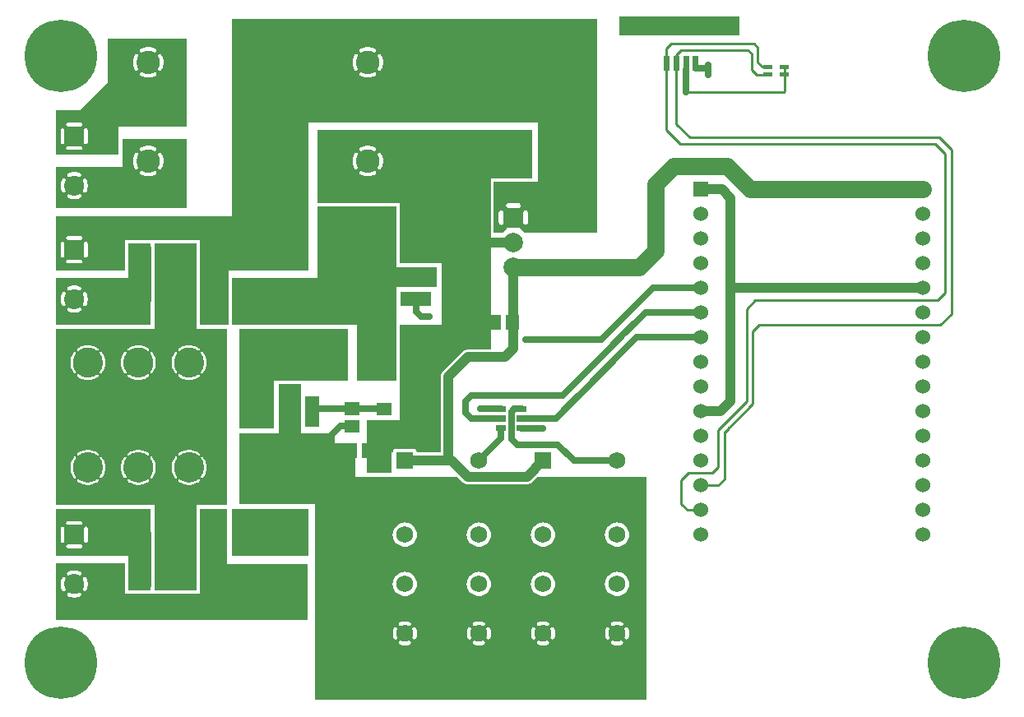
<source format=gbr>
G04 start of page 2 for group 0 idx 0 *
G04 Title: (unknown), component *
G04 Creator: pcb 4.0.2 *
G04 CreationDate: Wed Jul  1 19:45:12 2020 UTC *
G04 For: ndholmes *
G04 Format: Gerber/RS-274X *
G04 PCB-Dimensions (mil): 4000.00 2800.00 *
G04 PCB-Coordinate-Origin: lower left *
%MOIN*%
%FSLAX25Y25*%
%LNTOP*%
%ADD30C,0.1010*%
%ADD29C,0.0480*%
%ADD28C,0.0450*%
%ADD27C,0.0380*%
%ADD26C,0.0590*%
%ADD25C,0.1285*%
%ADD24C,0.0120*%
%ADD23C,0.0240*%
%ADD22C,0.1210*%
%ADD21C,0.0680*%
%ADD20C,0.0800*%
%ADD19C,0.0787*%
%ADD18C,0.0600*%
%ADD17C,0.0940*%
%ADD16C,0.2937*%
%ADD15C,0.0700*%
%ADD14C,0.0400*%
%ADD13C,0.0100*%
%ADD12C,0.0250*%
%ADD11C,0.0001*%
G54D11*G36*
X26993Y57500D02*X43000D01*
Y38500D01*
X26993D01*
Y46145D01*
X27078Y46181D01*
X27179Y46243D01*
X27269Y46319D01*
X27345Y46409D01*
X27405Y46511D01*
X27622Y46980D01*
X27789Y47469D01*
X27909Y47972D01*
X27982Y48484D01*
X28006Y49000D01*
X27982Y49516D01*
X27909Y50028D01*
X27789Y50531D01*
X27622Y51020D01*
X27410Y51492D01*
X27349Y51593D01*
X27272Y51684D01*
X27182Y51761D01*
X27080Y51823D01*
X26993Y51860D01*
Y57500D01*
G37*
G36*
X22502D02*X26993D01*
Y51860D01*
X26971Y51869D01*
X26855Y51897D01*
X26737Y51906D01*
X26619Y51897D01*
X26503Y51870D01*
X26393Y51824D01*
X26292Y51762D01*
X26202Y51686D01*
X26124Y51595D01*
X26062Y51494D01*
X26016Y51385D01*
X25989Y51269D01*
X25979Y51151D01*
X25988Y51032D01*
X26016Y50917D01*
X26063Y50808D01*
X26221Y50468D01*
X26342Y50112D01*
X26430Y49747D01*
X26482Y49375D01*
X26500Y49000D01*
X26482Y48625D01*
X26430Y48253D01*
X26342Y47888D01*
X26221Y47532D01*
X26067Y47190D01*
X26020Y47082D01*
X25993Y46967D01*
X25983Y46849D01*
X25993Y46732D01*
X26021Y46617D01*
X26066Y46508D01*
X26128Y46407D01*
X26205Y46318D01*
X26295Y46241D01*
X26395Y46180D01*
X26504Y46135D01*
X26619Y46107D01*
X26737Y46098D01*
X26855Y46108D01*
X26969Y46135D01*
X26993Y46145D01*
Y38500D01*
X22502D01*
Y43494D01*
X23016Y43518D01*
X23528Y43591D01*
X24031Y43711D01*
X24520Y43878D01*
X24992Y44090D01*
X25093Y44151D01*
X25184Y44228D01*
X25261Y44318D01*
X25323Y44420D01*
X25369Y44529D01*
X25397Y44645D01*
X25406Y44763D01*
X25397Y44881D01*
X25370Y44997D01*
X25324Y45107D01*
X25262Y45208D01*
X25186Y45298D01*
X25095Y45376D01*
X24994Y45438D01*
X24885Y45484D01*
X24769Y45511D01*
X24651Y45521D01*
X24532Y45512D01*
X24417Y45484D01*
X24308Y45437D01*
X23968Y45279D01*
X23612Y45158D01*
X23247Y45070D01*
X22875Y45018D01*
X22502Y45000D01*
Y53000D01*
X22875Y52982D01*
X23247Y52930D01*
X23612Y52842D01*
X23968Y52721D01*
X24310Y52567D01*
X24418Y52520D01*
X24533Y52493D01*
X24651Y52483D01*
X24768Y52493D01*
X24883Y52521D01*
X24992Y52566D01*
X25093Y52628D01*
X25182Y52705D01*
X25259Y52795D01*
X25320Y52895D01*
X25365Y53004D01*
X25393Y53119D01*
X25402Y53237D01*
X25392Y53355D01*
X25365Y53469D01*
X25319Y53578D01*
X25257Y53679D01*
X25181Y53769D01*
X25091Y53845D01*
X24989Y53905D01*
X24520Y54122D01*
X24031Y54289D01*
X23528Y54409D01*
X23016Y54482D01*
X22502Y54506D01*
Y57500D01*
G37*
G36*
X18007D02*X22502D01*
Y54506D01*
X22500Y54506D01*
X21984Y54482D01*
X21472Y54409D01*
X20969Y54289D01*
X20480Y54122D01*
X20008Y53910D01*
X19907Y53849D01*
X19816Y53772D01*
X19739Y53682D01*
X19677Y53580D01*
X19631Y53471D01*
X19603Y53355D01*
X19594Y53237D01*
X19603Y53119D01*
X19630Y53003D01*
X19676Y52893D01*
X19738Y52792D01*
X19814Y52702D01*
X19905Y52624D01*
X20006Y52562D01*
X20115Y52516D01*
X20231Y52489D01*
X20349Y52479D01*
X20468Y52488D01*
X20583Y52516D01*
X20692Y52563D01*
X21032Y52721D01*
X21388Y52842D01*
X21753Y52930D01*
X22125Y52982D01*
X22500Y53000D01*
X22502Y53000D01*
Y45000D01*
X22500Y45000D01*
X22125Y45018D01*
X21753Y45070D01*
X21388Y45158D01*
X21032Y45279D01*
X20690Y45433D01*
X20582Y45480D01*
X20467Y45507D01*
X20349Y45517D01*
X20232Y45507D01*
X20117Y45479D01*
X20008Y45434D01*
X19907Y45372D01*
X19818Y45295D01*
X19741Y45205D01*
X19680Y45105D01*
X19635Y44996D01*
X19607Y44881D01*
X19598Y44763D01*
X19608Y44645D01*
X19635Y44531D01*
X19681Y44422D01*
X19743Y44321D01*
X19819Y44231D01*
X19909Y44155D01*
X20011Y44095D01*
X20480Y43878D01*
X20969Y43711D01*
X21472Y43591D01*
X21984Y43518D01*
X22500Y43494D01*
X22502Y43494D01*
Y38500D01*
X18007D01*
Y46140D01*
X18029Y46131D01*
X18145Y46103D01*
X18263Y46094D01*
X18381Y46103D01*
X18497Y46130D01*
X18607Y46176D01*
X18708Y46238D01*
X18798Y46314D01*
X18876Y46405D01*
X18938Y46506D01*
X18984Y46615D01*
X19011Y46731D01*
X19021Y46849D01*
X19012Y46968D01*
X18984Y47083D01*
X18937Y47192D01*
X18779Y47532D01*
X18658Y47888D01*
X18570Y48253D01*
X18518Y48625D01*
X18500Y49000D01*
X18518Y49375D01*
X18570Y49747D01*
X18658Y50112D01*
X18779Y50468D01*
X18933Y50810D01*
X18980Y50918D01*
X19007Y51033D01*
X19017Y51151D01*
X19007Y51268D01*
X18979Y51383D01*
X18934Y51492D01*
X18872Y51593D01*
X18795Y51682D01*
X18705Y51759D01*
X18605Y51820D01*
X18496Y51865D01*
X18381Y51893D01*
X18263Y51902D01*
X18145Y51892D01*
X18031Y51865D01*
X18007Y51855D01*
Y57500D01*
G37*
G36*
X15000D02*X18007D01*
Y51855D01*
X17922Y51819D01*
X17821Y51757D01*
X17731Y51681D01*
X17655Y51591D01*
X17595Y51489D01*
X17378Y51020D01*
X17211Y50531D01*
X17091Y50028D01*
X17018Y49516D01*
X16994Y49000D01*
X17018Y48484D01*
X17091Y47972D01*
X17211Y47469D01*
X17378Y46980D01*
X17590Y46508D01*
X17651Y46407D01*
X17728Y46316D01*
X17818Y46239D01*
X17920Y46177D01*
X18007Y46140D01*
Y38500D01*
X15000D01*
Y57500D01*
G37*
G36*
X41500Y45000D02*X82000D01*
Y38500D01*
X41500D01*
Y45000D01*
G37*
G36*
X15000D02*X19636D01*
X19635Y44996D01*
X19607Y44881D01*
X19598Y44763D01*
X19608Y44645D01*
X19635Y44531D01*
X19681Y44422D01*
X19743Y44321D01*
X19819Y44231D01*
X19909Y44155D01*
X20011Y44095D01*
X20480Y43878D01*
X20969Y43711D01*
X21472Y43591D01*
X21984Y43518D01*
X22500Y43494D01*
X23016Y43518D01*
X23528Y43591D01*
X24031Y43711D01*
X24520Y43878D01*
X24992Y44090D01*
X25093Y44151D01*
X25184Y44228D01*
X25261Y44318D01*
X25323Y44420D01*
X25369Y44529D01*
X25397Y44645D01*
X25406Y44763D01*
X25397Y44881D01*
X25370Y44997D01*
X25368Y45000D01*
X117000D01*
Y34500D01*
X15000D01*
Y45000D01*
G37*
G36*
X73500Y79500D02*X84500D01*
Y38500D01*
X73500D01*
Y79500D01*
G37*
G36*
Y51000D02*X117000D01*
Y38500D01*
X73500D01*
Y51000D01*
G37*
G36*
X76500Y57000D02*X117000D01*
Y38500D01*
X76500D01*
Y57000D01*
G37*
G36*
X86500Y79500D02*X117500D01*
Y60500D01*
X86500D01*
Y79500D01*
G37*
G36*
X246464Y92500D02*X248000D01*
Y2000D01*
X246464D01*
Y26564D01*
X246549Y26589D01*
X246655Y26639D01*
X246753Y26706D01*
X246839Y26787D01*
X246911Y26880D01*
X246966Y26984D01*
X247141Y27412D01*
X247270Y27855D01*
X247357Y28309D01*
X247400Y28769D01*
Y29231D01*
X247357Y29691D01*
X247270Y30145D01*
X247141Y30588D01*
X246971Y31018D01*
X246915Y31122D01*
X246842Y31216D01*
X246755Y31297D01*
X246657Y31364D01*
X246550Y31414D01*
X246464Y31440D01*
Y46096D01*
X246476Y46111D01*
X246879Y46769D01*
X247175Y47481D01*
X247355Y48231D01*
X247400Y49000D01*
X247355Y49769D01*
X247175Y50519D01*
X246879Y51231D01*
X246476Y51889D01*
X246464Y51904D01*
Y66096D01*
X246476Y66111D01*
X246879Y66769D01*
X247175Y67481D01*
X247355Y68231D01*
X247400Y69000D01*
X247355Y69769D01*
X247175Y70519D01*
X246879Y71231D01*
X246476Y71889D01*
X246464Y71904D01*
Y92500D01*
G37*
G36*
Y51904D02*X245976Y52476D01*
X245389Y52976D01*
X244731Y53379D01*
X244019Y53675D01*
X243269Y53855D01*
X242502Y53915D01*
Y64085D01*
X243269Y64145D01*
X244019Y64325D01*
X244731Y64621D01*
X245389Y65024D01*
X245976Y65524D01*
X246464Y66096D01*
Y51904D01*
G37*
G36*
Y2000D02*X242502D01*
Y24100D01*
X242731D01*
X243191Y24143D01*
X243645Y24230D01*
X244088Y24359D01*
X244518Y24529D01*
X244622Y24585D01*
X244716Y24658D01*
X244797Y24745D01*
X244864Y24843D01*
X244914Y24950D01*
X244948Y25064D01*
X244962Y25182D01*
X244959Y25300D01*
X244936Y25417D01*
X244896Y25528D01*
X244839Y25632D01*
X244766Y25726D01*
X244680Y25807D01*
X244582Y25874D01*
X244475Y25925D01*
X244361Y25958D01*
X244243Y25973D01*
X244124Y25969D01*
X244008Y25947D01*
X243897Y25904D01*
X243601Y25783D01*
X243293Y25694D01*
X242979Y25634D01*
X242660Y25604D01*
X242502D01*
Y32396D01*
X242660D01*
X242979Y32366D01*
X243293Y32306D01*
X243601Y32217D01*
X243899Y32099D01*
X244009Y32057D01*
X244125Y32035D01*
X244243Y32031D01*
X244360Y32046D01*
X244473Y32079D01*
X244580Y32129D01*
X244678Y32196D01*
X244764Y32276D01*
X244836Y32370D01*
X244893Y32473D01*
X244933Y32584D01*
X244955Y32700D01*
X244959Y32818D01*
X244944Y32935D01*
X244911Y33049D01*
X244861Y33155D01*
X244794Y33253D01*
X244713Y33339D01*
X244620Y33411D01*
X244516Y33466D01*
X244088Y33641D01*
X243645Y33770D01*
X243191Y33857D01*
X242731Y33900D01*
X242502D01*
Y44085D01*
X243269Y44145D01*
X244019Y44325D01*
X244731Y44621D01*
X245389Y45024D01*
X245976Y45524D01*
X246464Y46096D01*
Y31440D01*
X246436Y31448D01*
X246318Y31462D01*
X246200Y31459D01*
X246083Y31437D01*
X245972Y31396D01*
X245868Y31339D01*
X245774Y31266D01*
X245693Y31180D01*
X245626Y31082D01*
X245575Y30975D01*
X245542Y30861D01*
X245527Y30743D01*
X245531Y30624D01*
X245553Y30508D01*
X245596Y30397D01*
X245717Y30101D01*
X245806Y29793D01*
X245866Y29479D01*
X245896Y29160D01*
Y28840D01*
X245866Y28521D01*
X245806Y28207D01*
X245717Y27899D01*
X245599Y27601D01*
X245557Y27491D01*
X245535Y27375D01*
X245531Y27257D01*
X245546Y27140D01*
X245579Y27027D01*
X245629Y26920D01*
X245696Y26822D01*
X245776Y26736D01*
X245870Y26664D01*
X245973Y26607D01*
X246084Y26567D01*
X246200Y26545D01*
X246318Y26541D01*
X246435Y26556D01*
X246464Y26564D01*
Y2000D01*
G37*
G36*
X242502Y92500D02*X246464D01*
Y71904D01*
X245976Y72476D01*
X245389Y72976D01*
X244731Y73379D01*
X244019Y73675D01*
X243269Y73855D01*
X242502Y73915D01*
Y92500D01*
G37*
G36*
X238536Y46096D02*X239024Y45524D01*
X239611Y45024D01*
X240269Y44621D01*
X240981Y44325D01*
X241731Y44145D01*
X242500Y44085D01*
X242502Y44085D01*
Y33900D01*
X242269D01*
X241809Y33857D01*
X241355Y33770D01*
X240912Y33641D01*
X240482Y33471D01*
X240378Y33415D01*
X240284Y33342D01*
X240203Y33255D01*
X240136Y33157D01*
X240086Y33050D01*
X240052Y32936D01*
X240038Y32818D01*
X240041Y32700D01*
X240063Y32583D01*
X240104Y32472D01*
X240161Y32368D01*
X240234Y32274D01*
X240320Y32193D01*
X240418Y32126D01*
X240525Y32075D01*
X240639Y32042D01*
X240757Y32027D01*
X240876Y32031D01*
X240992Y32053D01*
X241103Y32096D01*
X241399Y32217D01*
X241707Y32306D01*
X242021Y32366D01*
X242340Y32396D01*
X242502D01*
Y25604D01*
X242340D01*
X242021Y25634D01*
X241707Y25694D01*
X241399Y25783D01*
X241101Y25901D01*
X240991Y25943D01*
X240875Y25965D01*
X240757Y25969D01*
X240640Y25954D01*
X240527Y25921D01*
X240420Y25871D01*
X240322Y25804D01*
X240236Y25724D01*
X240164Y25630D01*
X240107Y25527D01*
X240067Y25416D01*
X240045Y25300D01*
X240041Y25182D01*
X240056Y25065D01*
X240089Y24951D01*
X240139Y24845D01*
X240206Y24747D01*
X240287Y24661D01*
X240380Y24589D01*
X240484Y24534D01*
X240912Y24359D01*
X241355Y24230D01*
X241809Y24143D01*
X242269Y24100D01*
X242502D01*
Y2000D01*
X238536D01*
Y26560D01*
X238564Y26552D01*
X238682Y26538D01*
X238800Y26541D01*
X238917Y26564D01*
X239028Y26604D01*
X239132Y26661D01*
X239226Y26734D01*
X239307Y26820D01*
X239374Y26918D01*
X239425Y27025D01*
X239458Y27139D01*
X239473Y27257D01*
X239469Y27376D01*
X239447Y27492D01*
X239404Y27603D01*
X239283Y27899D01*
X239194Y28207D01*
X239134Y28521D01*
X239104Y28840D01*
Y29160D01*
X239134Y29479D01*
X239194Y29793D01*
X239283Y30101D01*
X239401Y30399D01*
X239443Y30509D01*
X239465Y30625D01*
X239469Y30743D01*
X239454Y30860D01*
X239421Y30973D01*
X239371Y31080D01*
X239304Y31178D01*
X239224Y31264D01*
X239130Y31336D01*
X239027Y31393D01*
X238916Y31433D01*
X238800Y31455D01*
X238682Y31459D01*
X238565Y31444D01*
X238536Y31436D01*
Y46096D01*
G37*
G36*
Y66096D02*X239024Y65524D01*
X239611Y65024D01*
X240269Y64621D01*
X240981Y64325D01*
X241731Y64145D01*
X242500Y64085D01*
X242502Y64085D01*
Y53915D01*
X242500Y53915D01*
X241731Y53855D01*
X240981Y53675D01*
X240269Y53379D01*
X239611Y52976D01*
X239024Y52476D01*
X238536Y51904D01*
Y66096D01*
G37*
G36*
Y92500D02*X242502D01*
Y73915D01*
X242500Y73915D01*
X241731Y73855D01*
X240981Y73675D01*
X240269Y73379D01*
X239611Y72976D01*
X239024Y72476D01*
X238536Y71904D01*
Y92500D01*
G37*
G36*
X216464D02*X238536D01*
Y71904D01*
X238524Y71889D01*
X238121Y71231D01*
X237825Y70519D01*
X237645Y69769D01*
X237585Y69000D01*
X237645Y68231D01*
X237825Y67481D01*
X238121Y66769D01*
X238524Y66111D01*
X238536Y66096D01*
Y51904D01*
X238524Y51889D01*
X238121Y51231D01*
X237825Y50519D01*
X237645Y49769D01*
X237585Y49000D01*
X237645Y48231D01*
X237825Y47481D01*
X238121Y46769D01*
X238524Y46111D01*
X238536Y46096D01*
Y31436D01*
X238451Y31411D01*
X238345Y31361D01*
X238247Y31294D01*
X238161Y31213D01*
X238089Y31120D01*
X238034Y31016D01*
X237859Y30588D01*
X237730Y30145D01*
X237643Y29691D01*
X237600Y29231D01*
Y28769D01*
X237643Y28309D01*
X237730Y27855D01*
X237859Y27412D01*
X238029Y26982D01*
X238085Y26878D01*
X238158Y26784D01*
X238245Y26703D01*
X238343Y26636D01*
X238450Y26586D01*
X238536Y26560D01*
Y2000D01*
X216464D01*
Y26564D01*
X216549Y26589D01*
X216655Y26639D01*
X216753Y26706D01*
X216839Y26787D01*
X216911Y26880D01*
X216966Y26984D01*
X217141Y27412D01*
X217270Y27855D01*
X217357Y28309D01*
X217400Y28769D01*
Y29231D01*
X217357Y29691D01*
X217270Y30145D01*
X217141Y30588D01*
X216971Y31018D01*
X216915Y31122D01*
X216842Y31216D01*
X216755Y31297D01*
X216657Y31364D01*
X216550Y31414D01*
X216464Y31440D01*
Y46096D01*
X216476Y46111D01*
X216879Y46769D01*
X217175Y47481D01*
X217355Y48231D01*
X217400Y49000D01*
X217355Y49769D01*
X217175Y50519D01*
X216879Y51231D01*
X216476Y51889D01*
X216464Y51904D01*
Y66096D01*
X216476Y66111D01*
X216879Y66769D01*
X217175Y67481D01*
X217355Y68231D01*
X217400Y69000D01*
X217355Y69769D01*
X217175Y70519D01*
X216879Y71231D01*
X216476Y71889D01*
X216464Y71904D01*
Y92500D01*
G37*
G36*
Y51904D02*X215976Y52476D01*
X215389Y52976D01*
X214731Y53379D01*
X214019Y53675D01*
X213269Y53855D01*
X212500Y53915D01*
X212492Y53915D01*
Y64085D01*
X212500Y64085D01*
X213269Y64145D01*
X214019Y64325D01*
X214731Y64621D01*
X215389Y65024D01*
X215976Y65524D01*
X216464Y66096D01*
Y51904D01*
G37*
G36*
Y2000D02*X212492D01*
Y24100D01*
X212731D01*
X213191Y24143D01*
X213645Y24230D01*
X214088Y24359D01*
X214518Y24529D01*
X214622Y24585D01*
X214716Y24658D01*
X214797Y24745D01*
X214864Y24843D01*
X214914Y24950D01*
X214948Y25064D01*
X214962Y25182D01*
X214959Y25300D01*
X214936Y25417D01*
X214896Y25528D01*
X214839Y25632D01*
X214766Y25726D01*
X214680Y25807D01*
X214582Y25874D01*
X214475Y25925D01*
X214361Y25958D01*
X214243Y25973D01*
X214124Y25969D01*
X214008Y25947D01*
X213897Y25904D01*
X213601Y25783D01*
X213293Y25694D01*
X212979Y25634D01*
X212660Y25604D01*
X212492D01*
Y32396D01*
X212660D01*
X212979Y32366D01*
X213293Y32306D01*
X213601Y32217D01*
X213899Y32099D01*
X214009Y32057D01*
X214125Y32035D01*
X214243Y32031D01*
X214360Y32046D01*
X214473Y32079D01*
X214580Y32129D01*
X214678Y32196D01*
X214764Y32276D01*
X214836Y32370D01*
X214893Y32473D01*
X214933Y32584D01*
X214955Y32700D01*
X214959Y32818D01*
X214944Y32935D01*
X214911Y33049D01*
X214861Y33155D01*
X214794Y33253D01*
X214713Y33339D01*
X214620Y33411D01*
X214516Y33466D01*
X214088Y33641D01*
X213645Y33770D01*
X213191Y33857D01*
X212731Y33900D01*
X212492D01*
Y44085D01*
X212500Y44085D01*
X213269Y44145D01*
X214019Y44325D01*
X214731Y44621D01*
X215389Y45024D01*
X215976Y45524D01*
X216464Y46096D01*
Y31440D01*
X216436Y31448D01*
X216318Y31462D01*
X216200Y31459D01*
X216083Y31437D01*
X215972Y31396D01*
X215868Y31339D01*
X215774Y31266D01*
X215693Y31180D01*
X215626Y31082D01*
X215575Y30975D01*
X215542Y30861D01*
X215527Y30743D01*
X215531Y30624D01*
X215553Y30508D01*
X215596Y30397D01*
X215717Y30101D01*
X215806Y29793D01*
X215866Y29479D01*
X215896Y29160D01*
Y28840D01*
X215866Y28521D01*
X215806Y28207D01*
X215717Y27899D01*
X215599Y27601D01*
X215557Y27491D01*
X215535Y27375D01*
X215531Y27257D01*
X215546Y27140D01*
X215579Y27027D01*
X215629Y26920D01*
X215696Y26822D01*
X215776Y26736D01*
X215870Y26664D01*
X215973Y26607D01*
X216084Y26567D01*
X216200Y26545D01*
X216318Y26541D01*
X216435Y26556D01*
X216464Y26564D01*
Y2000D01*
G37*
G36*
X212492Y92500D02*X216464D01*
Y71904D01*
X215976Y72476D01*
X215389Y72976D01*
X214731Y73379D01*
X214019Y73675D01*
X213269Y73855D01*
X212500Y73915D01*
X212492Y73915D01*
Y92500D01*
G37*
G36*
X208536Y46096D02*X209024Y45524D01*
X209611Y45024D01*
X210269Y44621D01*
X210981Y44325D01*
X211731Y44145D01*
X212492Y44085D01*
Y33900D01*
X212269D01*
X211809Y33857D01*
X211355Y33770D01*
X210912Y33641D01*
X210482Y33471D01*
X210378Y33415D01*
X210284Y33342D01*
X210203Y33255D01*
X210136Y33157D01*
X210086Y33050D01*
X210052Y32936D01*
X210038Y32818D01*
X210041Y32700D01*
X210063Y32583D01*
X210104Y32472D01*
X210161Y32368D01*
X210234Y32274D01*
X210320Y32193D01*
X210418Y32126D01*
X210525Y32075D01*
X210639Y32042D01*
X210757Y32027D01*
X210876Y32031D01*
X210992Y32053D01*
X211103Y32096D01*
X211399Y32217D01*
X211707Y32306D01*
X212021Y32366D01*
X212340Y32396D01*
X212492D01*
Y25604D01*
X212340D01*
X212021Y25634D01*
X211707Y25694D01*
X211399Y25783D01*
X211101Y25901D01*
X210991Y25943D01*
X210875Y25965D01*
X210757Y25969D01*
X210640Y25954D01*
X210527Y25921D01*
X210420Y25871D01*
X210322Y25804D01*
X210236Y25724D01*
X210164Y25630D01*
X210107Y25527D01*
X210067Y25416D01*
X210045Y25300D01*
X210041Y25182D01*
X210056Y25065D01*
X210089Y24951D01*
X210139Y24845D01*
X210206Y24747D01*
X210287Y24661D01*
X210380Y24589D01*
X210484Y24534D01*
X210912Y24359D01*
X211355Y24230D01*
X211809Y24143D01*
X212269Y24100D01*
X212492D01*
Y2000D01*
X208536D01*
Y26560D01*
X208564Y26552D01*
X208682Y26538D01*
X208800Y26541D01*
X208917Y26564D01*
X209028Y26604D01*
X209132Y26661D01*
X209226Y26734D01*
X209307Y26820D01*
X209374Y26918D01*
X209425Y27025D01*
X209458Y27139D01*
X209473Y27257D01*
X209469Y27376D01*
X209447Y27492D01*
X209404Y27603D01*
X209283Y27899D01*
X209194Y28207D01*
X209134Y28521D01*
X209104Y28840D01*
Y29160D01*
X209134Y29479D01*
X209194Y29793D01*
X209283Y30101D01*
X209401Y30399D01*
X209443Y30509D01*
X209465Y30625D01*
X209469Y30743D01*
X209454Y30860D01*
X209421Y30973D01*
X209371Y31080D01*
X209304Y31178D01*
X209224Y31264D01*
X209130Y31336D01*
X209027Y31393D01*
X208916Y31433D01*
X208800Y31455D01*
X208682Y31459D01*
X208565Y31444D01*
X208536Y31436D01*
Y46096D01*
G37*
G36*
Y66096D02*X209024Y65524D01*
X209611Y65024D01*
X210269Y64621D01*
X210981Y64325D01*
X211731Y64145D01*
X212492Y64085D01*
Y53915D01*
X211731Y53855D01*
X210981Y53675D01*
X210269Y53379D01*
X209611Y52976D01*
X209024Y52476D01*
X208536Y51904D01*
Y66096D01*
G37*
G36*
Y90794D02*X210243Y92500D01*
X212492D01*
Y73915D01*
X211731Y73855D01*
X210981Y73675D01*
X210269Y73379D01*
X209611Y72976D01*
X209024Y72476D01*
X208536Y71904D01*
Y90794D01*
G37*
G36*
X190464Y89500D02*X205882D01*
X206000Y89491D01*
X206471Y89528D01*
X206471Y89528D01*
X206930Y89638D01*
X207366Y89819D01*
X207769Y90065D01*
X208128Y90372D01*
X208204Y90462D01*
X208536Y90794D01*
Y71904D01*
X208524Y71889D01*
X208121Y71231D01*
X207825Y70519D01*
X207645Y69769D01*
X207585Y69000D01*
X207645Y68231D01*
X207825Y67481D01*
X208121Y66769D01*
X208524Y66111D01*
X208536Y66096D01*
Y51904D01*
X208524Y51889D01*
X208121Y51231D01*
X207825Y50519D01*
X207645Y49769D01*
X207585Y49000D01*
X207645Y48231D01*
X207825Y47481D01*
X208121Y46769D01*
X208524Y46111D01*
X208536Y46096D01*
Y31436D01*
X208451Y31411D01*
X208345Y31361D01*
X208247Y31294D01*
X208161Y31213D01*
X208089Y31120D01*
X208034Y31016D01*
X207859Y30588D01*
X207730Y30145D01*
X207643Y29691D01*
X207600Y29231D01*
Y28769D01*
X207643Y28309D01*
X207730Y27855D01*
X207859Y27412D01*
X208029Y26982D01*
X208085Y26878D01*
X208158Y26784D01*
X208245Y26703D01*
X208343Y26636D01*
X208450Y26586D01*
X208536Y26560D01*
Y2000D01*
X190464D01*
Y26564D01*
X190549Y26589D01*
X190655Y26639D01*
X190753Y26706D01*
X190839Y26787D01*
X190911Y26880D01*
X190966Y26984D01*
X191141Y27412D01*
X191270Y27855D01*
X191357Y28309D01*
X191400Y28769D01*
Y29231D01*
X191357Y29691D01*
X191270Y30145D01*
X191141Y30588D01*
X190971Y31018D01*
X190915Y31122D01*
X190842Y31216D01*
X190755Y31297D01*
X190657Y31364D01*
X190550Y31414D01*
X190464Y31440D01*
Y46096D01*
X190476Y46111D01*
X190879Y46769D01*
X191175Y47481D01*
X191355Y48231D01*
X191400Y49000D01*
X191355Y49769D01*
X191175Y50519D01*
X190879Y51231D01*
X190476Y51889D01*
X190464Y51904D01*
Y66096D01*
X190476Y66111D01*
X190879Y66769D01*
X191175Y67481D01*
X191355Y68231D01*
X191400Y69000D01*
X191355Y69769D01*
X191175Y70519D01*
X190879Y71231D01*
X190476Y71889D01*
X190464Y71904D01*
Y89500D01*
G37*
G36*
Y51904D02*X189976Y52476D01*
X189389Y52976D01*
X188731Y53379D01*
X188019Y53675D01*
X187269Y53855D01*
X186502Y53915D01*
Y64085D01*
X187269Y64145D01*
X188019Y64325D01*
X188731Y64621D01*
X189389Y65024D01*
X189976Y65524D01*
X190464Y66096D01*
Y51904D01*
G37*
G36*
Y2000D02*X186502D01*
Y24100D01*
X186731D01*
X187191Y24143D01*
X187645Y24230D01*
X188088Y24359D01*
X188518Y24529D01*
X188622Y24585D01*
X188716Y24658D01*
X188797Y24745D01*
X188864Y24843D01*
X188914Y24950D01*
X188948Y25064D01*
X188962Y25182D01*
X188959Y25300D01*
X188936Y25417D01*
X188896Y25528D01*
X188839Y25632D01*
X188766Y25726D01*
X188680Y25807D01*
X188582Y25874D01*
X188475Y25925D01*
X188361Y25958D01*
X188243Y25973D01*
X188124Y25969D01*
X188008Y25947D01*
X187897Y25904D01*
X187601Y25783D01*
X187293Y25694D01*
X186979Y25634D01*
X186660Y25604D01*
X186502D01*
Y32396D01*
X186660D01*
X186979Y32366D01*
X187293Y32306D01*
X187601Y32217D01*
X187899Y32099D01*
X188009Y32057D01*
X188125Y32035D01*
X188243Y32031D01*
X188360Y32046D01*
X188473Y32079D01*
X188580Y32129D01*
X188678Y32196D01*
X188764Y32276D01*
X188836Y32370D01*
X188893Y32473D01*
X188933Y32584D01*
X188955Y32700D01*
X188959Y32818D01*
X188944Y32935D01*
X188911Y33049D01*
X188861Y33155D01*
X188794Y33253D01*
X188713Y33339D01*
X188620Y33411D01*
X188516Y33466D01*
X188088Y33641D01*
X187645Y33770D01*
X187191Y33857D01*
X186731Y33900D01*
X186502D01*
Y44085D01*
X187269Y44145D01*
X188019Y44325D01*
X188731Y44621D01*
X189389Y45024D01*
X189976Y45524D01*
X190464Y46096D01*
Y31440D01*
X190436Y31448D01*
X190318Y31462D01*
X190200Y31459D01*
X190083Y31437D01*
X189972Y31396D01*
X189868Y31339D01*
X189774Y31266D01*
X189693Y31180D01*
X189626Y31082D01*
X189575Y30975D01*
X189542Y30861D01*
X189527Y30743D01*
X189531Y30624D01*
X189553Y30508D01*
X189596Y30397D01*
X189717Y30101D01*
X189806Y29793D01*
X189866Y29479D01*
X189896Y29160D01*
Y28840D01*
X189866Y28521D01*
X189806Y28207D01*
X189717Y27899D01*
X189599Y27601D01*
X189557Y27491D01*
X189535Y27375D01*
X189531Y27257D01*
X189546Y27140D01*
X189579Y27027D01*
X189629Y26920D01*
X189696Y26822D01*
X189776Y26736D01*
X189870Y26664D01*
X189973Y26607D01*
X190084Y26567D01*
X190200Y26545D01*
X190318Y26541D01*
X190435Y26556D01*
X190464Y26564D01*
Y2000D01*
G37*
G36*
X186502Y89500D02*X190464D01*
Y71904D01*
X189976Y72476D01*
X189389Y72976D01*
X188731Y73379D01*
X188019Y73675D01*
X187269Y73855D01*
X186502Y73915D01*
Y89500D01*
G37*
G36*
X182536Y46096D02*X183024Y45524D01*
X183611Y45024D01*
X184269Y44621D01*
X184981Y44325D01*
X185731Y44145D01*
X186500Y44085D01*
X186502Y44085D01*
Y33900D01*
X186269D01*
X185809Y33857D01*
X185355Y33770D01*
X184912Y33641D01*
X184482Y33471D01*
X184378Y33415D01*
X184284Y33342D01*
X184203Y33255D01*
X184136Y33157D01*
X184086Y33050D01*
X184052Y32936D01*
X184038Y32818D01*
X184041Y32700D01*
X184063Y32583D01*
X184104Y32472D01*
X184161Y32368D01*
X184234Y32274D01*
X184320Y32193D01*
X184418Y32126D01*
X184525Y32075D01*
X184639Y32042D01*
X184757Y32027D01*
X184876Y32031D01*
X184992Y32053D01*
X185103Y32096D01*
X185399Y32217D01*
X185707Y32306D01*
X186021Y32366D01*
X186340Y32396D01*
X186502D01*
Y25604D01*
X186340D01*
X186021Y25634D01*
X185707Y25694D01*
X185399Y25783D01*
X185101Y25901D01*
X184991Y25943D01*
X184875Y25965D01*
X184757Y25969D01*
X184640Y25954D01*
X184527Y25921D01*
X184420Y25871D01*
X184322Y25804D01*
X184236Y25724D01*
X184164Y25630D01*
X184107Y25527D01*
X184067Y25416D01*
X184045Y25300D01*
X184041Y25182D01*
X184056Y25065D01*
X184089Y24951D01*
X184139Y24845D01*
X184206Y24747D01*
X184287Y24661D01*
X184380Y24589D01*
X184484Y24534D01*
X184912Y24359D01*
X185355Y24230D01*
X185809Y24143D01*
X186269Y24100D01*
X186502D01*
Y2000D01*
X182536D01*
Y26560D01*
X182564Y26552D01*
X182682Y26538D01*
X182800Y26541D01*
X182917Y26564D01*
X183028Y26604D01*
X183132Y26661D01*
X183226Y26734D01*
X183307Y26820D01*
X183374Y26918D01*
X183425Y27025D01*
X183458Y27139D01*
X183473Y27257D01*
X183469Y27376D01*
X183447Y27492D01*
X183404Y27603D01*
X183283Y27899D01*
X183194Y28207D01*
X183134Y28521D01*
X183104Y28840D01*
Y29160D01*
X183134Y29479D01*
X183194Y29793D01*
X183283Y30101D01*
X183401Y30399D01*
X183443Y30509D01*
X183465Y30625D01*
X183469Y30743D01*
X183454Y30860D01*
X183421Y30973D01*
X183371Y31080D01*
X183304Y31178D01*
X183224Y31264D01*
X183130Y31336D01*
X183027Y31393D01*
X182916Y31433D01*
X182800Y31455D01*
X182682Y31459D01*
X182565Y31444D01*
X182536Y31436D01*
Y46096D01*
G37*
G36*
Y66096D02*X183024Y65524D01*
X183611Y65024D01*
X184269Y64621D01*
X184981Y64325D01*
X185731Y64145D01*
X186500Y64085D01*
X186502Y64085D01*
Y53915D01*
X186500Y53915D01*
X185731Y53855D01*
X184981Y53675D01*
X184269Y53379D01*
X183611Y52976D01*
X183024Y52476D01*
X182536Y51904D01*
Y66096D01*
G37*
G36*
Y89500D02*X186502D01*
Y73915D01*
X186500Y73915D01*
X185731Y73855D01*
X184981Y73675D01*
X184269Y73379D01*
X183611Y72976D01*
X183024Y72476D01*
X182536Y71904D01*
Y89500D01*
G37*
G36*
X160464Y92500D02*X177757D01*
X179796Y90462D01*
X179872Y90372D01*
X180231Y90065D01*
X180231Y90065D01*
X180634Y89819D01*
X181070Y89638D01*
X181440Y89549D01*
X181529Y89528D01*
X181529D01*
X182000Y89491D01*
X182118Y89500D01*
X182536D01*
Y71904D01*
X182524Y71889D01*
X182121Y71231D01*
X181825Y70519D01*
X181645Y69769D01*
X181585Y69000D01*
X181645Y68231D01*
X181825Y67481D01*
X182121Y66769D01*
X182524Y66111D01*
X182536Y66096D01*
Y51904D01*
X182524Y51889D01*
X182121Y51231D01*
X181825Y50519D01*
X181645Y49769D01*
X181585Y49000D01*
X181645Y48231D01*
X181825Y47481D01*
X182121Y46769D01*
X182524Y46111D01*
X182536Y46096D01*
Y31436D01*
X182451Y31411D01*
X182345Y31361D01*
X182247Y31294D01*
X182161Y31213D01*
X182089Y31120D01*
X182034Y31016D01*
X181859Y30588D01*
X181730Y30145D01*
X181643Y29691D01*
X181600Y29231D01*
Y28769D01*
X181643Y28309D01*
X181730Y27855D01*
X181859Y27412D01*
X182029Y26982D01*
X182085Y26878D01*
X182158Y26784D01*
X182245Y26703D01*
X182343Y26636D01*
X182450Y26586D01*
X182536Y26560D01*
Y2000D01*
X160464D01*
Y26564D01*
X160549Y26589D01*
X160655Y26639D01*
X160753Y26706D01*
X160839Y26787D01*
X160911Y26880D01*
X160966Y26984D01*
X161141Y27412D01*
X161270Y27855D01*
X161357Y28309D01*
X161400Y28769D01*
Y29231D01*
X161357Y29691D01*
X161270Y30145D01*
X161141Y30588D01*
X160971Y31018D01*
X160915Y31122D01*
X160842Y31216D01*
X160755Y31297D01*
X160657Y31364D01*
X160550Y31414D01*
X160464Y31440D01*
Y46096D01*
X160476Y46111D01*
X160879Y46769D01*
X161175Y47481D01*
X161355Y48231D01*
X161400Y49000D01*
X161355Y49769D01*
X161175Y50519D01*
X160879Y51231D01*
X160476Y51889D01*
X160464Y51904D01*
Y66096D01*
X160476Y66111D01*
X160879Y66769D01*
X161175Y67481D01*
X161355Y68231D01*
X161400Y69000D01*
X161355Y69769D01*
X161175Y70519D01*
X160879Y71231D01*
X160476Y71889D01*
X160464Y71904D01*
Y92500D01*
G37*
G36*
Y51904D02*X159976Y52476D01*
X159389Y52976D01*
X158731Y53379D01*
X158019Y53675D01*
X157269Y53855D01*
X156500Y53915D01*
X156492Y53915D01*
Y64085D01*
X156500Y64085D01*
X157269Y64145D01*
X158019Y64325D01*
X158731Y64621D01*
X159389Y65024D01*
X159976Y65524D01*
X160464Y66096D01*
Y51904D01*
G37*
G36*
Y2000D02*X156492D01*
Y24100D01*
X156731D01*
X157191Y24143D01*
X157645Y24230D01*
X158088Y24359D01*
X158518Y24529D01*
X158622Y24585D01*
X158716Y24658D01*
X158797Y24745D01*
X158864Y24843D01*
X158914Y24950D01*
X158948Y25064D01*
X158962Y25182D01*
X158959Y25300D01*
X158936Y25417D01*
X158896Y25528D01*
X158839Y25632D01*
X158766Y25726D01*
X158680Y25807D01*
X158582Y25874D01*
X158475Y25925D01*
X158361Y25958D01*
X158243Y25973D01*
X158124Y25969D01*
X158008Y25947D01*
X157897Y25904D01*
X157601Y25783D01*
X157293Y25694D01*
X156979Y25634D01*
X156660Y25604D01*
X156492D01*
Y32396D01*
X156660D01*
X156979Y32366D01*
X157293Y32306D01*
X157601Y32217D01*
X157899Y32099D01*
X158009Y32057D01*
X158125Y32035D01*
X158243Y32031D01*
X158360Y32046D01*
X158473Y32079D01*
X158580Y32129D01*
X158678Y32196D01*
X158764Y32276D01*
X158836Y32370D01*
X158893Y32473D01*
X158933Y32584D01*
X158955Y32700D01*
X158959Y32818D01*
X158944Y32935D01*
X158911Y33049D01*
X158861Y33155D01*
X158794Y33253D01*
X158713Y33339D01*
X158620Y33411D01*
X158516Y33466D01*
X158088Y33641D01*
X157645Y33770D01*
X157191Y33857D01*
X156731Y33900D01*
X156492D01*
Y44085D01*
X156500Y44085D01*
X157269Y44145D01*
X158019Y44325D01*
X158731Y44621D01*
X159389Y45024D01*
X159976Y45524D01*
X160464Y46096D01*
Y31440D01*
X160436Y31448D01*
X160318Y31462D01*
X160200Y31459D01*
X160083Y31437D01*
X159972Y31396D01*
X159868Y31339D01*
X159774Y31266D01*
X159693Y31180D01*
X159626Y31082D01*
X159575Y30975D01*
X159542Y30861D01*
X159527Y30743D01*
X159531Y30624D01*
X159553Y30508D01*
X159596Y30397D01*
X159717Y30101D01*
X159806Y29793D01*
X159866Y29479D01*
X159896Y29160D01*
Y28840D01*
X159866Y28521D01*
X159806Y28207D01*
X159717Y27899D01*
X159599Y27601D01*
X159557Y27491D01*
X159535Y27375D01*
X159531Y27257D01*
X159546Y27140D01*
X159579Y27027D01*
X159629Y26920D01*
X159696Y26822D01*
X159776Y26736D01*
X159870Y26664D01*
X159973Y26607D01*
X160084Y26567D01*
X160200Y26545D01*
X160318Y26541D01*
X160435Y26556D01*
X160464Y26564D01*
Y2000D01*
G37*
G36*
X156492Y92500D02*X160464D01*
Y71904D01*
X159976Y72476D01*
X159389Y72976D01*
X158731Y73379D01*
X158019Y73675D01*
X157269Y73855D01*
X156500Y73915D01*
X156492Y73915D01*
Y92500D01*
G37*
G36*
X152536Y46096D02*X153024Y45524D01*
X153611Y45024D01*
X154269Y44621D01*
X154981Y44325D01*
X155731Y44145D01*
X156492Y44085D01*
Y33900D01*
X156269D01*
X155809Y33857D01*
X155355Y33770D01*
X154912Y33641D01*
X154482Y33471D01*
X154378Y33415D01*
X154284Y33342D01*
X154203Y33255D01*
X154136Y33157D01*
X154086Y33050D01*
X154052Y32936D01*
X154038Y32818D01*
X154041Y32700D01*
X154063Y32583D01*
X154104Y32472D01*
X154161Y32368D01*
X154234Y32274D01*
X154320Y32193D01*
X154418Y32126D01*
X154525Y32075D01*
X154639Y32042D01*
X154757Y32027D01*
X154876Y32031D01*
X154992Y32053D01*
X155103Y32096D01*
X155399Y32217D01*
X155707Y32306D01*
X156021Y32366D01*
X156340Y32396D01*
X156492D01*
Y25604D01*
X156340D01*
X156021Y25634D01*
X155707Y25694D01*
X155399Y25783D01*
X155101Y25901D01*
X154991Y25943D01*
X154875Y25965D01*
X154757Y25969D01*
X154640Y25954D01*
X154527Y25921D01*
X154420Y25871D01*
X154322Y25804D01*
X154236Y25724D01*
X154164Y25630D01*
X154107Y25527D01*
X154067Y25416D01*
X154045Y25300D01*
X154041Y25182D01*
X154056Y25065D01*
X154089Y24951D01*
X154139Y24845D01*
X154206Y24747D01*
X154287Y24661D01*
X154380Y24589D01*
X154484Y24534D01*
X154912Y24359D01*
X155355Y24230D01*
X155809Y24143D01*
X156269Y24100D01*
X156492D01*
Y2000D01*
X152536D01*
Y26560D01*
X152564Y26552D01*
X152682Y26538D01*
X152800Y26541D01*
X152917Y26564D01*
X153028Y26604D01*
X153132Y26661D01*
X153226Y26734D01*
X153307Y26820D01*
X153374Y26918D01*
X153425Y27025D01*
X153458Y27139D01*
X153473Y27257D01*
X153469Y27376D01*
X153447Y27492D01*
X153404Y27603D01*
X153283Y27899D01*
X153194Y28207D01*
X153134Y28521D01*
X153104Y28840D01*
Y29160D01*
X153134Y29479D01*
X153194Y29793D01*
X153283Y30101D01*
X153401Y30399D01*
X153443Y30509D01*
X153465Y30625D01*
X153469Y30743D01*
X153454Y30860D01*
X153421Y30973D01*
X153371Y31080D01*
X153304Y31178D01*
X153224Y31264D01*
X153130Y31336D01*
X153027Y31393D01*
X152916Y31433D01*
X152800Y31455D01*
X152682Y31459D01*
X152565Y31444D01*
X152536Y31436D01*
Y46096D01*
G37*
G36*
Y66096D02*X153024Y65524D01*
X153611Y65024D01*
X154269Y64621D01*
X154981Y64325D01*
X155731Y64145D01*
X156492Y64085D01*
Y53915D01*
X155731Y53855D01*
X154981Y53675D01*
X154269Y53379D01*
X153611Y52976D01*
X153024Y52476D01*
X152536Y51904D01*
Y66096D01*
G37*
G36*
Y92500D02*X156492D01*
Y73915D01*
X155731Y73855D01*
X154981Y73675D01*
X154269Y73379D01*
X153611Y72976D01*
X153024Y72476D01*
X152536Y71904D01*
Y92500D01*
G37*
G36*
X143000D02*X152536D01*
Y71904D01*
X152524Y71889D01*
X152121Y71231D01*
X151825Y70519D01*
X151645Y69769D01*
X151585Y69000D01*
X151645Y68231D01*
X151825Y67481D01*
X152121Y66769D01*
X152524Y66111D01*
X152536Y66096D01*
Y51904D01*
X152524Y51889D01*
X152121Y51231D01*
X151825Y50519D01*
X151645Y49769D01*
X151585Y49000D01*
X151645Y48231D01*
X151825Y47481D01*
X152121Y46769D01*
X152524Y46111D01*
X152536Y46096D01*
Y31436D01*
X152451Y31411D01*
X152345Y31361D01*
X152247Y31294D01*
X152161Y31213D01*
X152089Y31120D01*
X152034Y31016D01*
X151859Y30588D01*
X151730Y30145D01*
X151643Y29691D01*
X151600Y29231D01*
Y28769D01*
X151643Y28309D01*
X151730Y27855D01*
X151859Y27412D01*
X152029Y26982D01*
X152085Y26878D01*
X152158Y26784D01*
X152245Y26703D01*
X152343Y26636D01*
X152450Y26586D01*
X152536Y26560D01*
Y2000D01*
X143000D01*
Y92500D01*
G37*
G36*
X160464Y66096D02*X160476Y66111D01*
X160879Y66769D01*
X161175Y67481D01*
X161355Y68231D01*
X161400Y69000D01*
X161355Y69769D01*
X161175Y70519D01*
X160879Y71231D01*
X160476Y71889D01*
X160464Y71904D01*
Y73500D01*
X165500D01*
Y2000D01*
X160464D01*
Y26564D01*
X160549Y26589D01*
X160655Y26639D01*
X160753Y26706D01*
X160839Y26787D01*
X160911Y26880D01*
X160966Y26984D01*
X161141Y27412D01*
X161270Y27855D01*
X161357Y28309D01*
X161400Y28769D01*
Y29231D01*
X161357Y29691D01*
X161270Y30145D01*
X161141Y30588D01*
X160971Y31018D01*
X160915Y31122D01*
X160842Y31216D01*
X160755Y31297D01*
X160657Y31364D01*
X160550Y31414D01*
X160464Y31440D01*
Y46096D01*
X160476Y46111D01*
X160879Y46769D01*
X161175Y47481D01*
X161355Y48231D01*
X161400Y49000D01*
X161355Y49769D01*
X161175Y50519D01*
X160879Y51231D01*
X160476Y51889D01*
X160464Y51904D01*
Y66096D01*
G37*
G36*
Y2000D02*X156492D01*
Y24100D01*
X156731D01*
X157191Y24143D01*
X157645Y24230D01*
X158088Y24359D01*
X158518Y24529D01*
X158622Y24585D01*
X158716Y24658D01*
X158797Y24745D01*
X158864Y24843D01*
X158914Y24950D01*
X158948Y25064D01*
X158962Y25182D01*
X158959Y25300D01*
X158936Y25417D01*
X158896Y25528D01*
X158839Y25632D01*
X158766Y25726D01*
X158680Y25807D01*
X158582Y25874D01*
X158475Y25925D01*
X158361Y25958D01*
X158243Y25973D01*
X158124Y25969D01*
X158008Y25947D01*
X157897Y25904D01*
X157601Y25783D01*
X157293Y25694D01*
X156979Y25634D01*
X156660Y25604D01*
X156492D01*
Y32396D01*
X156660D01*
X156979Y32366D01*
X157293Y32306D01*
X157601Y32217D01*
X157899Y32099D01*
X158009Y32057D01*
X158125Y32035D01*
X158243Y32031D01*
X158360Y32046D01*
X158473Y32079D01*
X158580Y32129D01*
X158678Y32196D01*
X158764Y32276D01*
X158836Y32370D01*
X158893Y32473D01*
X158933Y32584D01*
X158955Y32700D01*
X158959Y32818D01*
X158944Y32935D01*
X158911Y33049D01*
X158861Y33155D01*
X158794Y33253D01*
X158713Y33339D01*
X158620Y33411D01*
X158516Y33466D01*
X158088Y33641D01*
X157645Y33770D01*
X157191Y33857D01*
X156731Y33900D01*
X156492D01*
Y44085D01*
X156500Y44085D01*
X157269Y44145D01*
X158019Y44325D01*
X158731Y44621D01*
X159389Y45024D01*
X159976Y45524D01*
X160464Y46096D01*
Y31440D01*
X160436Y31448D01*
X160318Y31462D01*
X160200Y31459D01*
X160083Y31437D01*
X159972Y31396D01*
X159868Y31339D01*
X159774Y31266D01*
X159693Y31180D01*
X159626Y31082D01*
X159575Y30975D01*
X159542Y30861D01*
X159527Y30743D01*
X159531Y30624D01*
X159553Y30508D01*
X159596Y30397D01*
X159717Y30101D01*
X159806Y29793D01*
X159866Y29479D01*
X159896Y29160D01*
Y28840D01*
X159866Y28521D01*
X159806Y28207D01*
X159717Y27899D01*
X159599Y27601D01*
X159557Y27491D01*
X159535Y27375D01*
X159531Y27257D01*
X159546Y27140D01*
X159579Y27027D01*
X159629Y26920D01*
X159696Y26822D01*
X159776Y26736D01*
X159870Y26664D01*
X159973Y26607D01*
X160084Y26567D01*
X160200Y26545D01*
X160318Y26541D01*
X160435Y26556D01*
X160464Y26564D01*
Y2000D01*
G37*
G36*
Y71904D02*X159976Y72476D01*
X159389Y72976D01*
X158731Y73379D01*
X158440Y73500D01*
X160464D01*
Y71904D01*
G37*
G36*
X156492Y64085D02*X156500Y64085D01*
X157269Y64145D01*
X158019Y64325D01*
X158731Y64621D01*
X159389Y65024D01*
X159976Y65524D01*
X160464Y66096D01*
Y51904D01*
X159976Y52476D01*
X159389Y52976D01*
X158731Y53379D01*
X158019Y53675D01*
X157269Y53855D01*
X156500Y53915D01*
X156492Y53915D01*
Y64085D01*
G37*
G36*
X152536Y46096D02*X153024Y45524D01*
X153611Y45024D01*
X154269Y44621D01*
X154981Y44325D01*
X155731Y44145D01*
X156492Y44085D01*
Y33900D01*
X156269D01*
X155809Y33857D01*
X155355Y33770D01*
X154912Y33641D01*
X154482Y33471D01*
X154378Y33415D01*
X154284Y33342D01*
X154203Y33255D01*
X154136Y33157D01*
X154086Y33050D01*
X154052Y32936D01*
X154038Y32818D01*
X154041Y32700D01*
X154063Y32583D01*
X154104Y32472D01*
X154161Y32368D01*
X154234Y32274D01*
X154320Y32193D01*
X154418Y32126D01*
X154525Y32075D01*
X154639Y32042D01*
X154757Y32027D01*
X154876Y32031D01*
X154992Y32053D01*
X155103Y32096D01*
X155399Y32217D01*
X155707Y32306D01*
X156021Y32366D01*
X156340Y32396D01*
X156492D01*
Y25604D01*
X156340D01*
X156021Y25634D01*
X155707Y25694D01*
X155399Y25783D01*
X155101Y25901D01*
X154991Y25943D01*
X154875Y25965D01*
X154757Y25969D01*
X154640Y25954D01*
X154527Y25921D01*
X154420Y25871D01*
X154322Y25804D01*
X154236Y25724D01*
X154164Y25630D01*
X154107Y25527D01*
X154067Y25416D01*
X154045Y25300D01*
X154041Y25182D01*
X154056Y25065D01*
X154089Y24951D01*
X154139Y24845D01*
X154206Y24747D01*
X154287Y24661D01*
X154380Y24589D01*
X154484Y24534D01*
X154912Y24359D01*
X155355Y24230D01*
X155809Y24143D01*
X156269Y24100D01*
X156492D01*
Y2000D01*
X152536D01*
Y26560D01*
X152564Y26552D01*
X152682Y26538D01*
X152800Y26541D01*
X152917Y26564D01*
X153028Y26604D01*
X153132Y26661D01*
X153226Y26734D01*
X153307Y26820D01*
X153374Y26918D01*
X153425Y27025D01*
X153458Y27139D01*
X153473Y27257D01*
X153469Y27376D01*
X153447Y27492D01*
X153404Y27603D01*
X153283Y27899D01*
X153194Y28207D01*
X153134Y28521D01*
X153104Y28840D01*
Y29160D01*
X153134Y29479D01*
X153194Y29793D01*
X153283Y30101D01*
X153401Y30399D01*
X153443Y30509D01*
X153465Y30625D01*
X153469Y30743D01*
X153454Y30860D01*
X153421Y30973D01*
X153371Y31080D01*
X153304Y31178D01*
X153224Y31264D01*
X153130Y31336D01*
X153027Y31393D01*
X152916Y31433D01*
X152800Y31455D01*
X152682Y31459D01*
X152565Y31444D01*
X152536Y31436D01*
Y46096D01*
G37*
G36*
Y66096D02*X153024Y65524D01*
X153611Y65024D01*
X154269Y64621D01*
X154981Y64325D01*
X155731Y64145D01*
X156492Y64085D01*
Y53915D01*
X155731Y53855D01*
X154981Y53675D01*
X154269Y53379D01*
X153611Y52976D01*
X153024Y52476D01*
X152536Y51904D01*
Y66096D01*
G37*
G36*
Y73500D02*X154560D01*
X154269Y73379D01*
X153611Y72976D01*
X153024Y72476D01*
X152536Y71904D01*
Y73500D01*
G37*
G36*
X120000D02*X152536D01*
Y71904D01*
X152524Y71889D01*
X152121Y71231D01*
X151825Y70519D01*
X151645Y69769D01*
X151585Y69000D01*
X151645Y68231D01*
X151825Y67481D01*
X152121Y66769D01*
X152524Y66111D01*
X152536Y66096D01*
Y51904D01*
X152524Y51889D01*
X152121Y51231D01*
X151825Y50519D01*
X151645Y49769D01*
X151585Y49000D01*
X151645Y48231D01*
X151825Y47481D01*
X152121Y46769D01*
X152524Y46111D01*
X152536Y46096D01*
Y31436D01*
X152451Y31411D01*
X152345Y31361D01*
X152247Y31294D01*
X152161Y31213D01*
X152089Y31120D01*
X152034Y31016D01*
X151859Y30588D01*
X151730Y30145D01*
X151643Y29691D01*
X151600Y29231D01*
Y28769D01*
X151643Y28309D01*
X151730Y27855D01*
X151859Y27412D01*
X152029Y26982D01*
X152085Y26878D01*
X152158Y26784D01*
X152245Y26703D01*
X152343Y26636D01*
X152450Y26586D01*
X152536Y26560D01*
Y2000D01*
X120000D01*
Y73500D01*
G37*
G36*
X246464Y92500D02*X254500D01*
Y2000D01*
X246464D01*
Y26564D01*
X246549Y26589D01*
X246655Y26639D01*
X246753Y26706D01*
X246839Y26787D01*
X246911Y26880D01*
X246966Y26984D01*
X247141Y27412D01*
X247270Y27855D01*
X247357Y28309D01*
X247400Y28769D01*
Y29231D01*
X247357Y29691D01*
X247270Y30145D01*
X247141Y30588D01*
X246971Y31018D01*
X246915Y31122D01*
X246842Y31216D01*
X246755Y31297D01*
X246657Y31364D01*
X246550Y31414D01*
X246464Y31440D01*
Y46096D01*
X246476Y46111D01*
X246879Y46769D01*
X247175Y47481D01*
X247355Y48231D01*
X247400Y49000D01*
X247355Y49769D01*
X247175Y50519D01*
X246879Y51231D01*
X246476Y51889D01*
X246464Y51904D01*
Y66096D01*
X246476Y66111D01*
X246879Y66769D01*
X247175Y67481D01*
X247355Y68231D01*
X247400Y69000D01*
X247355Y69769D01*
X247175Y70519D01*
X246879Y71231D01*
X246476Y71889D01*
X246464Y71904D01*
Y92500D01*
G37*
G36*
Y51904D02*X245976Y52476D01*
X245389Y52976D01*
X244731Y53379D01*
X244019Y53675D01*
X243269Y53855D01*
X242502Y53915D01*
Y64085D01*
X243269Y64145D01*
X244019Y64325D01*
X244731Y64621D01*
X245389Y65024D01*
X245976Y65524D01*
X246464Y66096D01*
Y51904D01*
G37*
G36*
Y2000D02*X242502D01*
Y24100D01*
X242731D01*
X243191Y24143D01*
X243645Y24230D01*
X244088Y24359D01*
X244518Y24529D01*
X244622Y24585D01*
X244716Y24658D01*
X244797Y24745D01*
X244864Y24843D01*
X244914Y24950D01*
X244948Y25064D01*
X244962Y25182D01*
X244959Y25300D01*
X244936Y25417D01*
X244896Y25528D01*
X244839Y25632D01*
X244766Y25726D01*
X244680Y25807D01*
X244582Y25874D01*
X244475Y25925D01*
X244361Y25958D01*
X244243Y25973D01*
X244124Y25969D01*
X244008Y25947D01*
X243897Y25904D01*
X243601Y25783D01*
X243293Y25694D01*
X242979Y25634D01*
X242660Y25604D01*
X242502D01*
Y32396D01*
X242660D01*
X242979Y32366D01*
X243293Y32306D01*
X243601Y32217D01*
X243899Y32099D01*
X244009Y32057D01*
X244125Y32035D01*
X244243Y32031D01*
X244360Y32046D01*
X244473Y32079D01*
X244580Y32129D01*
X244678Y32196D01*
X244764Y32276D01*
X244836Y32370D01*
X244893Y32473D01*
X244933Y32584D01*
X244955Y32700D01*
X244959Y32818D01*
X244944Y32935D01*
X244911Y33049D01*
X244861Y33155D01*
X244794Y33253D01*
X244713Y33339D01*
X244620Y33411D01*
X244516Y33466D01*
X244088Y33641D01*
X243645Y33770D01*
X243191Y33857D01*
X242731Y33900D01*
X242502D01*
Y44085D01*
X243269Y44145D01*
X244019Y44325D01*
X244731Y44621D01*
X245389Y45024D01*
X245976Y45524D01*
X246464Y46096D01*
Y31440D01*
X246436Y31448D01*
X246318Y31462D01*
X246200Y31459D01*
X246083Y31437D01*
X245972Y31396D01*
X245868Y31339D01*
X245774Y31266D01*
X245693Y31180D01*
X245626Y31082D01*
X245575Y30975D01*
X245542Y30861D01*
X245527Y30743D01*
X245531Y30624D01*
X245553Y30508D01*
X245596Y30397D01*
X245717Y30101D01*
X245806Y29793D01*
X245866Y29479D01*
X245896Y29160D01*
Y28840D01*
X245866Y28521D01*
X245806Y28207D01*
X245717Y27899D01*
X245599Y27601D01*
X245557Y27491D01*
X245535Y27375D01*
X245531Y27257D01*
X245546Y27140D01*
X245579Y27027D01*
X245629Y26920D01*
X245696Y26822D01*
X245776Y26736D01*
X245870Y26664D01*
X245973Y26607D01*
X246084Y26567D01*
X246200Y26545D01*
X246318Y26541D01*
X246435Y26556D01*
X246464Y26564D01*
Y2000D01*
G37*
G36*
X242502Y92500D02*X246464D01*
Y71904D01*
X245976Y72476D01*
X245389Y72976D01*
X244731Y73379D01*
X244019Y73675D01*
X243269Y73855D01*
X242502Y73915D01*
Y92500D01*
G37*
G36*
X238536Y46096D02*X239024Y45524D01*
X239611Y45024D01*
X240269Y44621D01*
X240981Y44325D01*
X241731Y44145D01*
X242500Y44085D01*
X242502Y44085D01*
Y33900D01*
X242269D01*
X241809Y33857D01*
X241355Y33770D01*
X240912Y33641D01*
X240482Y33471D01*
X240378Y33415D01*
X240284Y33342D01*
X240203Y33255D01*
X240136Y33157D01*
X240086Y33050D01*
X240052Y32936D01*
X240038Y32818D01*
X240041Y32700D01*
X240063Y32583D01*
X240104Y32472D01*
X240161Y32368D01*
X240234Y32274D01*
X240320Y32193D01*
X240418Y32126D01*
X240525Y32075D01*
X240639Y32042D01*
X240757Y32027D01*
X240876Y32031D01*
X240992Y32053D01*
X241103Y32096D01*
X241399Y32217D01*
X241707Y32306D01*
X242021Y32366D01*
X242340Y32396D01*
X242502D01*
Y25604D01*
X242340D01*
X242021Y25634D01*
X241707Y25694D01*
X241399Y25783D01*
X241101Y25901D01*
X240991Y25943D01*
X240875Y25965D01*
X240757Y25969D01*
X240640Y25954D01*
X240527Y25921D01*
X240420Y25871D01*
X240322Y25804D01*
X240236Y25724D01*
X240164Y25630D01*
X240107Y25527D01*
X240067Y25416D01*
X240045Y25300D01*
X240041Y25182D01*
X240056Y25065D01*
X240089Y24951D01*
X240139Y24845D01*
X240206Y24747D01*
X240287Y24661D01*
X240380Y24589D01*
X240484Y24534D01*
X240912Y24359D01*
X241355Y24230D01*
X241809Y24143D01*
X242269Y24100D01*
X242502D01*
Y2000D01*
X238536D01*
Y26560D01*
X238564Y26552D01*
X238682Y26538D01*
X238800Y26541D01*
X238917Y26564D01*
X239028Y26604D01*
X239132Y26661D01*
X239226Y26734D01*
X239307Y26820D01*
X239374Y26918D01*
X239425Y27025D01*
X239458Y27139D01*
X239473Y27257D01*
X239469Y27376D01*
X239447Y27492D01*
X239404Y27603D01*
X239283Y27899D01*
X239194Y28207D01*
X239134Y28521D01*
X239104Y28840D01*
Y29160D01*
X239134Y29479D01*
X239194Y29793D01*
X239283Y30101D01*
X239401Y30399D01*
X239443Y30509D01*
X239465Y30625D01*
X239469Y30743D01*
X239454Y30860D01*
X239421Y30973D01*
X239371Y31080D01*
X239304Y31178D01*
X239224Y31264D01*
X239130Y31336D01*
X239027Y31393D01*
X238916Y31433D01*
X238800Y31455D01*
X238682Y31459D01*
X238565Y31444D01*
X238536Y31436D01*
Y46096D01*
G37*
G36*
Y66096D02*X239024Y65524D01*
X239611Y65024D01*
X240269Y64621D01*
X240981Y64325D01*
X241731Y64145D01*
X242500Y64085D01*
X242502Y64085D01*
Y53915D01*
X242500Y53915D01*
X241731Y53855D01*
X240981Y53675D01*
X240269Y53379D01*
X239611Y52976D01*
X239024Y52476D01*
X238536Y51904D01*
Y66096D01*
G37*
G36*
Y92500D02*X242502D01*
Y73915D01*
X242500Y73915D01*
X241731Y73855D01*
X240981Y73675D01*
X240269Y73379D01*
X239611Y72976D01*
X239024Y72476D01*
X238536Y71904D01*
Y92500D01*
G37*
G36*
X216464D02*X238536D01*
Y71904D01*
X238524Y71889D01*
X238121Y71231D01*
X237825Y70519D01*
X237645Y69769D01*
X237585Y69000D01*
X237645Y68231D01*
X237825Y67481D01*
X238121Y66769D01*
X238524Y66111D01*
X238536Y66096D01*
Y51904D01*
X238524Y51889D01*
X238121Y51231D01*
X237825Y50519D01*
X237645Y49769D01*
X237585Y49000D01*
X237645Y48231D01*
X237825Y47481D01*
X238121Y46769D01*
X238524Y46111D01*
X238536Y46096D01*
Y31436D01*
X238451Y31411D01*
X238345Y31361D01*
X238247Y31294D01*
X238161Y31213D01*
X238089Y31120D01*
X238034Y31016D01*
X237859Y30588D01*
X237730Y30145D01*
X237643Y29691D01*
X237600Y29231D01*
Y28769D01*
X237643Y28309D01*
X237730Y27855D01*
X237859Y27412D01*
X238029Y26982D01*
X238085Y26878D01*
X238158Y26784D01*
X238245Y26703D01*
X238343Y26636D01*
X238450Y26586D01*
X238536Y26560D01*
Y2000D01*
X216464D01*
Y26564D01*
X216549Y26589D01*
X216655Y26639D01*
X216753Y26706D01*
X216839Y26787D01*
X216911Y26880D01*
X216966Y26984D01*
X217141Y27412D01*
X217270Y27855D01*
X217357Y28309D01*
X217400Y28769D01*
Y29231D01*
X217357Y29691D01*
X217270Y30145D01*
X217141Y30588D01*
X216971Y31018D01*
X216915Y31122D01*
X216842Y31216D01*
X216755Y31297D01*
X216657Y31364D01*
X216550Y31414D01*
X216464Y31440D01*
Y46096D01*
X216476Y46111D01*
X216879Y46769D01*
X217175Y47481D01*
X217355Y48231D01*
X217400Y49000D01*
X217355Y49769D01*
X217175Y50519D01*
X216879Y51231D01*
X216476Y51889D01*
X216464Y51904D01*
Y66096D01*
X216476Y66111D01*
X216879Y66769D01*
X217175Y67481D01*
X217355Y68231D01*
X217400Y69000D01*
X217355Y69769D01*
X217175Y70519D01*
X216879Y71231D01*
X216476Y71889D01*
X216464Y71904D01*
Y92500D01*
G37*
G36*
Y51904D02*X215976Y52476D01*
X215500Y52882D01*
Y65118D01*
X215976Y65524D01*
X216464Y66096D01*
Y51904D01*
G37*
G36*
Y2000D02*X215500D01*
Y45118D01*
X215976Y45524D01*
X216464Y46096D01*
Y31440D01*
X216436Y31448D01*
X216318Y31462D01*
X216200Y31459D01*
X216083Y31437D01*
X215972Y31396D01*
X215868Y31339D01*
X215774Y31266D01*
X215693Y31180D01*
X215626Y31082D01*
X215575Y30975D01*
X215542Y30861D01*
X215527Y30743D01*
X215531Y30624D01*
X215553Y30508D01*
X215596Y30397D01*
X215717Y30101D01*
X215806Y29793D01*
X215866Y29479D01*
X215896Y29160D01*
Y28840D01*
X215866Y28521D01*
X215806Y28207D01*
X215717Y27899D01*
X215599Y27601D01*
X215557Y27491D01*
X215535Y27375D01*
X215531Y27257D01*
X215546Y27140D01*
X215579Y27027D01*
X215629Y26920D01*
X215696Y26822D01*
X215776Y26736D01*
X215870Y26664D01*
X215973Y26607D01*
X216084Y26567D01*
X216200Y26545D01*
X216318Y26541D01*
X216435Y26556D01*
X216464Y26564D01*
Y2000D01*
G37*
G36*
X215500Y92500D02*X216464D01*
Y71904D01*
X215976Y72476D01*
X215500Y72882D01*
Y92500D01*
G37*
G36*
X55000Y187000D02*X72000D01*
Y148000D01*
X55000D01*
Y187000D01*
G37*
G36*
X36000Y195000D02*X82500D01*
Y188500D01*
X36000D01*
Y195000D01*
G37*
G36*
X53500Y161000D02*X44500D01*
Y187000D01*
X53500D01*
Y161000D01*
G37*
G36*
X33916Y97493D02*X33951Y97338D01*
X34025Y96796D01*
X34050Y96250D01*
X34025Y95704D01*
X33951Y95162D01*
X33916Y95007D01*
Y97493D01*
G37*
G36*
Y139993D02*X33951Y139838D01*
X34025Y139296D01*
X34050Y138750D01*
X34025Y138204D01*
X33951Y137662D01*
X33916Y137507D01*
Y139993D01*
G37*
G36*
X54416Y97493D02*X54451Y97338D01*
X54525Y96796D01*
X54550Y96250D01*
X54525Y95704D01*
X54451Y95162D01*
X54416Y95007D01*
Y97493D01*
G37*
G36*
Y139993D02*X54451Y139838D01*
X54525Y139296D01*
X54550Y138750D01*
X54525Y138204D01*
X54451Y137662D01*
X54416Y137507D01*
Y139993D01*
G37*
G36*
X74916Y97493D02*X74951Y97338D01*
X75025Y96796D01*
X75050Y96250D01*
X75025Y95704D01*
X74951Y95162D01*
X74916Y95007D01*
Y97493D01*
G37*
G36*
Y139993D02*X74951Y139838D01*
X75025Y139296D01*
X75050Y138750D01*
X75025Y138204D01*
X74951Y137662D01*
X74916Y137507D01*
Y139993D01*
G37*
G36*
Y152500D02*X84500D01*
Y81000D01*
X74916D01*
Y92419D01*
X75045Y92608D01*
X75349Y93168D01*
X75601Y93754D01*
X75799Y94360D01*
X75942Y94981D01*
X76028Y95613D01*
X76057Y96250D01*
X76028Y96887D01*
X75942Y97519D01*
X75799Y98140D01*
X75601Y98746D01*
X75349Y99332D01*
X75045Y99892D01*
X74916Y100086D01*
Y134919D01*
X75045Y135108D01*
X75349Y135668D01*
X75601Y136254D01*
X75799Y136860D01*
X75942Y137481D01*
X76028Y138113D01*
X76057Y138750D01*
X76028Y139387D01*
X75942Y140019D01*
X75799Y140640D01*
X75601Y141246D01*
X75349Y141832D01*
X75045Y142392D01*
X74916Y142586D01*
Y152500D01*
G37*
G36*
X69003D02*X74916D01*
Y142586D01*
X74691Y142923D01*
X74639Y142984D01*
X74579Y143035D01*
X74511Y143077D01*
X74437Y143107D01*
X74359Y143125D01*
X74280Y143131D01*
X74200Y143124D01*
X74123Y143106D01*
X74050Y143075D01*
X73982Y143033D01*
X73921Y142981D01*
X73870Y142920D01*
X73829Y142852D01*
X73798Y142778D01*
X73780Y142701D01*
X73774Y142621D01*
X73781Y142542D01*
X73800Y142464D01*
X73831Y142391D01*
X73874Y142324D01*
X74182Y141873D01*
X74443Y141392D01*
X74659Y140890D01*
X74829Y140371D01*
X74916Y139993D01*
Y137507D01*
X74829Y137129D01*
X74659Y136610D01*
X74443Y136108D01*
X74182Y135627D01*
X73879Y135172D01*
X73836Y135106D01*
X73806Y135034D01*
X73787Y134957D01*
X73781Y134879D01*
X73786Y134800D01*
X73804Y134724D01*
X73834Y134651D01*
X73875Y134584D01*
X73926Y134524D01*
X73985Y134472D01*
X74052Y134431D01*
X74125Y134400D01*
X74201Y134382D01*
X74280Y134375D01*
X74358Y134381D01*
X74435Y134399D01*
X74508Y134429D01*
X74575Y134470D01*
X74635Y134520D01*
X74685Y134581D01*
X74916Y134919D01*
Y100086D01*
X74691Y100423D01*
X74639Y100484D01*
X74579Y100535D01*
X74511Y100577D01*
X74437Y100607D01*
X74359Y100625D01*
X74280Y100631D01*
X74200Y100624D01*
X74123Y100606D01*
X74050Y100575D01*
X73982Y100533D01*
X73921Y100481D01*
X73870Y100420D01*
X73829Y100352D01*
X73798Y100278D01*
X73780Y100201D01*
X73774Y100121D01*
X73781Y100042D01*
X73800Y99964D01*
X73831Y99891D01*
X73874Y99824D01*
X74182Y99373D01*
X74443Y98892D01*
X74659Y98390D01*
X74829Y97871D01*
X74916Y97493D01*
Y95007D01*
X74829Y94629D01*
X74659Y94110D01*
X74443Y93608D01*
X74182Y93127D01*
X73879Y92672D01*
X73836Y92606D01*
X73806Y92534D01*
X73787Y92457D01*
X73781Y92379D01*
X73786Y92300D01*
X73804Y92224D01*
X73834Y92151D01*
X73875Y92084D01*
X73926Y92024D01*
X73985Y91972D01*
X74052Y91931D01*
X74125Y91900D01*
X74201Y91882D01*
X74280Y91875D01*
X74358Y91881D01*
X74435Y91899D01*
X74508Y91929D01*
X74575Y91970D01*
X74635Y92020D01*
X74685Y92081D01*
X74916Y92419D01*
Y81000D01*
X69003D01*
Y89193D01*
X69637Y89222D01*
X70269Y89308D01*
X70890Y89451D01*
X71496Y89649D01*
X72082Y89901D01*
X72642Y90205D01*
X73173Y90559D01*
X73234Y90611D01*
X73285Y90671D01*
X73327Y90739D01*
X73357Y90813D01*
X73375Y90891D01*
X73381Y90970D01*
X73374Y91050D01*
X73356Y91127D01*
X73325Y91200D01*
X73283Y91268D01*
X73231Y91329D01*
X73170Y91380D01*
X73102Y91421D01*
X73028Y91452D01*
X72951Y91470D01*
X72871Y91476D01*
X72792Y91469D01*
X72714Y91450D01*
X72641Y91419D01*
X72574Y91376D01*
X72123Y91068D01*
X71642Y90807D01*
X71140Y90591D01*
X70621Y90421D01*
X70088Y90299D01*
X69546Y90225D01*
X69003Y90200D01*
Y102300D01*
X69546Y102275D01*
X70088Y102201D01*
X70621Y102079D01*
X71140Y101909D01*
X71642Y101693D01*
X72123Y101432D01*
X72578Y101129D01*
X72644Y101086D01*
X72716Y101056D01*
X72793Y101037D01*
X72871Y101031D01*
X72950Y101036D01*
X73026Y101054D01*
X73099Y101084D01*
X73166Y101125D01*
X73226Y101176D01*
X73278Y101235D01*
X73319Y101302D01*
X73350Y101375D01*
X73368Y101451D01*
X73375Y101530D01*
X73369Y101608D01*
X73351Y101685D01*
X73321Y101758D01*
X73280Y101825D01*
X73230Y101885D01*
X73169Y101935D01*
X72642Y102295D01*
X72082Y102599D01*
X71496Y102851D01*
X70890Y103049D01*
X70269Y103192D01*
X69637Y103278D01*
X69003Y103307D01*
Y131693D01*
X69637Y131722D01*
X70269Y131808D01*
X70890Y131951D01*
X71496Y132149D01*
X72082Y132401D01*
X72642Y132705D01*
X73173Y133059D01*
X73234Y133111D01*
X73285Y133171D01*
X73327Y133239D01*
X73357Y133313D01*
X73375Y133391D01*
X73381Y133470D01*
X73374Y133550D01*
X73356Y133627D01*
X73325Y133700D01*
X73283Y133768D01*
X73231Y133829D01*
X73170Y133880D01*
X73102Y133921D01*
X73028Y133952D01*
X72951Y133970D01*
X72871Y133976D01*
X72792Y133969D01*
X72714Y133950D01*
X72641Y133919D01*
X72574Y133876D01*
X72123Y133568D01*
X71642Y133307D01*
X71140Y133091D01*
X70621Y132921D01*
X70088Y132799D01*
X69546Y132725D01*
X69003Y132700D01*
Y144800D01*
X69546Y144775D01*
X70088Y144701D01*
X70621Y144579D01*
X71140Y144409D01*
X71642Y144193D01*
X72123Y143932D01*
X72578Y143629D01*
X72644Y143586D01*
X72716Y143556D01*
X72793Y143537D01*
X72871Y143531D01*
X72950Y143536D01*
X73026Y143554D01*
X73099Y143584D01*
X73166Y143625D01*
X73226Y143676D01*
X73278Y143735D01*
X73319Y143802D01*
X73350Y143875D01*
X73368Y143951D01*
X73375Y144030D01*
X73369Y144108D01*
X73351Y144185D01*
X73321Y144258D01*
X73280Y144325D01*
X73230Y144385D01*
X73169Y144435D01*
X72642Y144795D01*
X72082Y145099D01*
X71496Y145351D01*
X70890Y145549D01*
X70269Y145692D01*
X69637Y145778D01*
X69003Y145807D01*
Y152500D01*
G37*
G36*
X63084D02*X69003D01*
Y145807D01*
X69000Y145807D01*
X68363Y145778D01*
X67731Y145692D01*
X67110Y145549D01*
X66504Y145351D01*
X65918Y145099D01*
X65358Y144795D01*
X64827Y144441D01*
X64766Y144389D01*
X64715Y144329D01*
X64673Y144261D01*
X64643Y144187D01*
X64625Y144109D01*
X64619Y144030D01*
X64626Y143950D01*
X64644Y143873D01*
X64675Y143800D01*
X64717Y143732D01*
X64769Y143671D01*
X64830Y143620D01*
X64898Y143579D01*
X64972Y143548D01*
X65049Y143530D01*
X65129Y143524D01*
X65208Y143531D01*
X65286Y143550D01*
X65359Y143581D01*
X65426Y143624D01*
X65877Y143932D01*
X66358Y144193D01*
X66860Y144409D01*
X67379Y144579D01*
X67912Y144701D01*
X68454Y144775D01*
X69000Y144800D01*
X69003Y144800D01*
Y132700D01*
X69000Y132700D01*
X68454Y132725D01*
X67912Y132799D01*
X67379Y132921D01*
X66860Y133091D01*
X66358Y133307D01*
X65877Y133568D01*
X65422Y133871D01*
X65356Y133914D01*
X65284Y133944D01*
X65207Y133963D01*
X65129Y133969D01*
X65050Y133964D01*
X64974Y133946D01*
X64901Y133916D01*
X64834Y133875D01*
X64774Y133824D01*
X64722Y133765D01*
X64681Y133698D01*
X64650Y133625D01*
X64632Y133549D01*
X64625Y133470D01*
X64631Y133392D01*
X64649Y133315D01*
X64679Y133242D01*
X64720Y133175D01*
X64770Y133115D01*
X64831Y133065D01*
X65358Y132705D01*
X65918Y132401D01*
X66504Y132149D01*
X67110Y131951D01*
X67731Y131808D01*
X68363Y131722D01*
X69000Y131693D01*
X69003Y131693D01*
Y103307D01*
X69000Y103307D01*
X68363Y103278D01*
X67731Y103192D01*
X67110Y103049D01*
X66504Y102851D01*
X65918Y102599D01*
X65358Y102295D01*
X64827Y101941D01*
X64766Y101889D01*
X64715Y101829D01*
X64673Y101761D01*
X64643Y101687D01*
X64625Y101609D01*
X64619Y101530D01*
X64626Y101450D01*
X64644Y101373D01*
X64675Y101300D01*
X64717Y101232D01*
X64769Y101171D01*
X64830Y101120D01*
X64898Y101079D01*
X64972Y101048D01*
X65049Y101030D01*
X65129Y101024D01*
X65208Y101031D01*
X65286Y101050D01*
X65359Y101081D01*
X65426Y101124D01*
X65877Y101432D01*
X66358Y101693D01*
X66860Y101909D01*
X67379Y102079D01*
X67912Y102201D01*
X68454Y102275D01*
X69000Y102300D01*
X69003Y102300D01*
Y90200D01*
X69000Y90200D01*
X68454Y90225D01*
X67912Y90299D01*
X67379Y90421D01*
X66860Y90591D01*
X66358Y90807D01*
X65877Y91068D01*
X65422Y91371D01*
X65356Y91414D01*
X65284Y91444D01*
X65207Y91463D01*
X65129Y91469D01*
X65050Y91464D01*
X64974Y91446D01*
X64901Y91416D01*
X64834Y91375D01*
X64774Y91324D01*
X64722Y91265D01*
X64681Y91198D01*
X64650Y91125D01*
X64632Y91049D01*
X64625Y90970D01*
X64631Y90892D01*
X64649Y90815D01*
X64679Y90742D01*
X64720Y90675D01*
X64770Y90615D01*
X64831Y90565D01*
X65358Y90205D01*
X65918Y89901D01*
X66504Y89649D01*
X67110Y89451D01*
X67731Y89308D01*
X68363Y89222D01*
X69000Y89193D01*
X69003Y89193D01*
Y81000D01*
X63084D01*
Y92414D01*
X63309Y92077D01*
X63361Y92016D01*
X63421Y91965D01*
X63489Y91923D01*
X63563Y91893D01*
X63641Y91875D01*
X63720Y91869D01*
X63800Y91876D01*
X63877Y91894D01*
X63950Y91925D01*
X64018Y91967D01*
X64079Y92019D01*
X64130Y92080D01*
X64171Y92148D01*
X64202Y92222D01*
X64220Y92299D01*
X64226Y92379D01*
X64219Y92458D01*
X64200Y92536D01*
X64169Y92609D01*
X64126Y92676D01*
X63818Y93127D01*
X63557Y93608D01*
X63341Y94110D01*
X63171Y94629D01*
X63084Y95007D01*
Y97493D01*
X63171Y97871D01*
X63341Y98390D01*
X63557Y98892D01*
X63818Y99373D01*
X64121Y99828D01*
X64164Y99894D01*
X64194Y99966D01*
X64213Y100043D01*
X64219Y100121D01*
X64214Y100200D01*
X64196Y100276D01*
X64166Y100349D01*
X64125Y100416D01*
X64074Y100476D01*
X64015Y100528D01*
X63948Y100569D01*
X63875Y100600D01*
X63799Y100618D01*
X63720Y100625D01*
X63642Y100619D01*
X63565Y100601D01*
X63492Y100571D01*
X63425Y100530D01*
X63365Y100480D01*
X63315Y100419D01*
X63084Y100081D01*
Y134914D01*
X63309Y134577D01*
X63361Y134516D01*
X63421Y134465D01*
X63489Y134423D01*
X63563Y134393D01*
X63641Y134375D01*
X63720Y134369D01*
X63800Y134376D01*
X63877Y134394D01*
X63950Y134425D01*
X64018Y134467D01*
X64079Y134519D01*
X64130Y134580D01*
X64171Y134648D01*
X64202Y134722D01*
X64220Y134799D01*
X64226Y134879D01*
X64219Y134958D01*
X64200Y135036D01*
X64169Y135109D01*
X64126Y135176D01*
X63818Y135627D01*
X63557Y136108D01*
X63341Y136610D01*
X63171Y137129D01*
X63084Y137507D01*
Y139993D01*
X63171Y140371D01*
X63341Y140890D01*
X63557Y141392D01*
X63818Y141873D01*
X64121Y142328D01*
X64164Y142394D01*
X64194Y142466D01*
X64213Y142543D01*
X64219Y142621D01*
X64214Y142700D01*
X64196Y142776D01*
X64166Y142849D01*
X64125Y142916D01*
X64074Y142976D01*
X64015Y143028D01*
X63948Y143069D01*
X63875Y143100D01*
X63799Y143118D01*
X63720Y143125D01*
X63642Y143119D01*
X63565Y143101D01*
X63492Y143071D01*
X63425Y143030D01*
X63365Y142980D01*
X63315Y142919D01*
X63084Y142581D01*
Y152500D01*
G37*
G36*
Y95007D02*X63049Y95162D01*
X62975Y95704D01*
X62950Y96250D01*
X62975Y96796D01*
X63049Y97338D01*
X63084Y97493D01*
Y95007D01*
G37*
G36*
Y137507D02*X63049Y137662D01*
X62975Y138204D01*
X62950Y138750D01*
X62975Y139296D01*
X63049Y139838D01*
X63084Y139993D01*
Y137507D01*
G37*
G36*
X54416Y152500D02*X63084D01*
Y142581D01*
X62955Y142392D01*
X62651Y141832D01*
X62399Y141246D01*
X62201Y140640D01*
X62058Y140019D01*
X61972Y139387D01*
X61943Y138750D01*
X61972Y138113D01*
X62058Y137481D01*
X62201Y136860D01*
X62399Y136254D01*
X62651Y135668D01*
X62955Y135108D01*
X63084Y134914D01*
Y100081D01*
X62955Y99892D01*
X62651Y99332D01*
X62399Y98746D01*
X62201Y98140D01*
X62058Y97519D01*
X61972Y96887D01*
X61943Y96250D01*
X61972Y95613D01*
X62058Y94981D01*
X62201Y94360D01*
X62399Y93754D01*
X62651Y93168D01*
X62955Y92608D01*
X63084Y92414D01*
Y81000D01*
X54416D01*
Y92419D01*
X54545Y92608D01*
X54849Y93168D01*
X55101Y93754D01*
X55299Y94360D01*
X55442Y94981D01*
X55528Y95613D01*
X55557Y96250D01*
X55528Y96887D01*
X55442Y97519D01*
X55299Y98140D01*
X55101Y98746D01*
X54849Y99332D01*
X54545Y99892D01*
X54416Y100086D01*
Y134919D01*
X54545Y135108D01*
X54849Y135668D01*
X55101Y136254D01*
X55299Y136860D01*
X55442Y137481D01*
X55528Y138113D01*
X55557Y138750D01*
X55528Y139387D01*
X55442Y140019D01*
X55299Y140640D01*
X55101Y141246D01*
X54849Y141832D01*
X54545Y142392D01*
X54416Y142586D01*
Y152500D01*
G37*
G36*
X48503D02*X54416D01*
Y142586D01*
X54191Y142923D01*
X54139Y142984D01*
X54079Y143035D01*
X54011Y143077D01*
X53937Y143107D01*
X53859Y143125D01*
X53780Y143131D01*
X53700Y143124D01*
X53623Y143106D01*
X53550Y143075D01*
X53482Y143033D01*
X53421Y142981D01*
X53370Y142920D01*
X53329Y142852D01*
X53298Y142778D01*
X53280Y142701D01*
X53274Y142621D01*
X53281Y142542D01*
X53300Y142464D01*
X53331Y142391D01*
X53374Y142324D01*
X53682Y141873D01*
X53943Y141392D01*
X54159Y140890D01*
X54329Y140371D01*
X54416Y139993D01*
Y137507D01*
X54329Y137129D01*
X54159Y136610D01*
X53943Y136108D01*
X53682Y135627D01*
X53379Y135172D01*
X53336Y135106D01*
X53306Y135034D01*
X53287Y134957D01*
X53281Y134879D01*
X53286Y134800D01*
X53304Y134724D01*
X53334Y134651D01*
X53375Y134584D01*
X53426Y134524D01*
X53485Y134472D01*
X53552Y134431D01*
X53625Y134400D01*
X53701Y134382D01*
X53780Y134375D01*
X53858Y134381D01*
X53935Y134399D01*
X54008Y134429D01*
X54075Y134470D01*
X54135Y134520D01*
X54185Y134581D01*
X54416Y134919D01*
Y100086D01*
X54191Y100423D01*
X54139Y100484D01*
X54079Y100535D01*
X54011Y100577D01*
X53937Y100607D01*
X53859Y100625D01*
X53780Y100631D01*
X53700Y100624D01*
X53623Y100606D01*
X53550Y100575D01*
X53482Y100533D01*
X53421Y100481D01*
X53370Y100420D01*
X53329Y100352D01*
X53298Y100278D01*
X53280Y100201D01*
X53274Y100121D01*
X53281Y100042D01*
X53300Y99964D01*
X53331Y99891D01*
X53374Y99824D01*
X53682Y99373D01*
X53943Y98892D01*
X54159Y98390D01*
X54329Y97871D01*
X54416Y97493D01*
Y95007D01*
X54329Y94629D01*
X54159Y94110D01*
X53943Y93608D01*
X53682Y93127D01*
X53379Y92672D01*
X53336Y92606D01*
X53306Y92534D01*
X53287Y92457D01*
X53281Y92379D01*
X53286Y92300D01*
X53304Y92224D01*
X53334Y92151D01*
X53375Y92084D01*
X53426Y92024D01*
X53485Y91972D01*
X53552Y91931D01*
X53625Y91900D01*
X53701Y91882D01*
X53780Y91875D01*
X53858Y91881D01*
X53935Y91899D01*
X54008Y91929D01*
X54075Y91970D01*
X54135Y92020D01*
X54185Y92081D01*
X54416Y92419D01*
Y81000D01*
X48503D01*
Y89193D01*
X49137Y89222D01*
X49769Y89308D01*
X50390Y89451D01*
X50996Y89649D01*
X51582Y89901D01*
X52142Y90205D01*
X52673Y90559D01*
X52734Y90611D01*
X52785Y90671D01*
X52827Y90739D01*
X52857Y90813D01*
X52875Y90891D01*
X52881Y90970D01*
X52874Y91050D01*
X52856Y91127D01*
X52825Y91200D01*
X52783Y91268D01*
X52731Y91329D01*
X52670Y91380D01*
X52602Y91421D01*
X52528Y91452D01*
X52451Y91470D01*
X52371Y91476D01*
X52292Y91469D01*
X52214Y91450D01*
X52141Y91419D01*
X52074Y91376D01*
X51623Y91068D01*
X51142Y90807D01*
X50640Y90591D01*
X50121Y90421D01*
X49588Y90299D01*
X49046Y90225D01*
X48503Y90200D01*
Y102300D01*
X49046Y102275D01*
X49588Y102201D01*
X50121Y102079D01*
X50640Y101909D01*
X51142Y101693D01*
X51623Y101432D01*
X52078Y101129D01*
X52144Y101086D01*
X52216Y101056D01*
X52293Y101037D01*
X52371Y101031D01*
X52450Y101036D01*
X52526Y101054D01*
X52599Y101084D01*
X52666Y101125D01*
X52726Y101176D01*
X52778Y101235D01*
X52819Y101302D01*
X52850Y101375D01*
X52868Y101451D01*
X52875Y101530D01*
X52869Y101608D01*
X52851Y101685D01*
X52821Y101758D01*
X52780Y101825D01*
X52730Y101885D01*
X52669Y101935D01*
X52142Y102295D01*
X51582Y102599D01*
X50996Y102851D01*
X50390Y103049D01*
X49769Y103192D01*
X49137Y103278D01*
X48503Y103307D01*
Y131693D01*
X49137Y131722D01*
X49769Y131808D01*
X50390Y131951D01*
X50996Y132149D01*
X51582Y132401D01*
X52142Y132705D01*
X52673Y133059D01*
X52734Y133111D01*
X52785Y133171D01*
X52827Y133239D01*
X52857Y133313D01*
X52875Y133391D01*
X52881Y133470D01*
X52874Y133550D01*
X52856Y133627D01*
X52825Y133700D01*
X52783Y133768D01*
X52731Y133829D01*
X52670Y133880D01*
X52602Y133921D01*
X52528Y133952D01*
X52451Y133970D01*
X52371Y133976D01*
X52292Y133969D01*
X52214Y133950D01*
X52141Y133919D01*
X52074Y133876D01*
X51623Y133568D01*
X51142Y133307D01*
X50640Y133091D01*
X50121Y132921D01*
X49588Y132799D01*
X49046Y132725D01*
X48503Y132700D01*
Y144800D01*
X49046Y144775D01*
X49588Y144701D01*
X50121Y144579D01*
X50640Y144409D01*
X51142Y144193D01*
X51623Y143932D01*
X52078Y143629D01*
X52144Y143586D01*
X52216Y143556D01*
X52293Y143537D01*
X52371Y143531D01*
X52450Y143536D01*
X52526Y143554D01*
X52599Y143584D01*
X52666Y143625D01*
X52726Y143676D01*
X52778Y143735D01*
X52819Y143802D01*
X52850Y143875D01*
X52868Y143951D01*
X52875Y144030D01*
X52869Y144108D01*
X52851Y144185D01*
X52821Y144258D01*
X52780Y144325D01*
X52730Y144385D01*
X52669Y144435D01*
X52142Y144795D01*
X51582Y145099D01*
X50996Y145351D01*
X50390Y145549D01*
X49769Y145692D01*
X49137Y145778D01*
X48503Y145807D01*
Y152500D01*
G37*
G36*
X42584D02*X48503D01*
Y145807D01*
X48500Y145807D01*
X47863Y145778D01*
X47231Y145692D01*
X46610Y145549D01*
X46004Y145351D01*
X45418Y145099D01*
X44858Y144795D01*
X44327Y144441D01*
X44266Y144389D01*
X44215Y144329D01*
X44173Y144261D01*
X44143Y144187D01*
X44125Y144109D01*
X44119Y144030D01*
X44126Y143950D01*
X44144Y143873D01*
X44175Y143800D01*
X44217Y143732D01*
X44269Y143671D01*
X44330Y143620D01*
X44398Y143579D01*
X44472Y143548D01*
X44549Y143530D01*
X44629Y143524D01*
X44708Y143531D01*
X44786Y143550D01*
X44859Y143581D01*
X44926Y143624D01*
X45377Y143932D01*
X45858Y144193D01*
X46360Y144409D01*
X46879Y144579D01*
X47412Y144701D01*
X47954Y144775D01*
X48500Y144800D01*
X48503Y144800D01*
Y132700D01*
X48500Y132700D01*
X47954Y132725D01*
X47412Y132799D01*
X46879Y132921D01*
X46360Y133091D01*
X45858Y133307D01*
X45377Y133568D01*
X44922Y133871D01*
X44856Y133914D01*
X44784Y133944D01*
X44707Y133963D01*
X44629Y133969D01*
X44550Y133964D01*
X44474Y133946D01*
X44401Y133916D01*
X44334Y133875D01*
X44274Y133824D01*
X44222Y133765D01*
X44181Y133698D01*
X44150Y133625D01*
X44132Y133549D01*
X44125Y133470D01*
X44131Y133392D01*
X44149Y133315D01*
X44179Y133242D01*
X44220Y133175D01*
X44270Y133115D01*
X44331Y133065D01*
X44858Y132705D01*
X45418Y132401D01*
X46004Y132149D01*
X46610Y131951D01*
X47231Y131808D01*
X47863Y131722D01*
X48500Y131693D01*
X48503Y131693D01*
Y103307D01*
X48500Y103307D01*
X47863Y103278D01*
X47231Y103192D01*
X46610Y103049D01*
X46004Y102851D01*
X45418Y102599D01*
X44858Y102295D01*
X44327Y101941D01*
X44266Y101889D01*
X44215Y101829D01*
X44173Y101761D01*
X44143Y101687D01*
X44125Y101609D01*
X44119Y101530D01*
X44126Y101450D01*
X44144Y101373D01*
X44175Y101300D01*
X44217Y101232D01*
X44269Y101171D01*
X44330Y101120D01*
X44398Y101079D01*
X44472Y101048D01*
X44549Y101030D01*
X44629Y101024D01*
X44708Y101031D01*
X44786Y101050D01*
X44859Y101081D01*
X44926Y101124D01*
X45377Y101432D01*
X45858Y101693D01*
X46360Y101909D01*
X46879Y102079D01*
X47412Y102201D01*
X47954Y102275D01*
X48500Y102300D01*
X48503Y102300D01*
Y90200D01*
X48500Y90200D01*
X47954Y90225D01*
X47412Y90299D01*
X46879Y90421D01*
X46360Y90591D01*
X45858Y90807D01*
X45377Y91068D01*
X44922Y91371D01*
X44856Y91414D01*
X44784Y91444D01*
X44707Y91463D01*
X44629Y91469D01*
X44550Y91464D01*
X44474Y91446D01*
X44401Y91416D01*
X44334Y91375D01*
X44274Y91324D01*
X44222Y91265D01*
X44181Y91198D01*
X44150Y91125D01*
X44132Y91049D01*
X44125Y90970D01*
X44131Y90892D01*
X44149Y90815D01*
X44179Y90742D01*
X44220Y90675D01*
X44270Y90615D01*
X44331Y90565D01*
X44858Y90205D01*
X45418Y89901D01*
X46004Y89649D01*
X46610Y89451D01*
X47231Y89308D01*
X47863Y89222D01*
X48500Y89193D01*
X48503Y89193D01*
Y81000D01*
X42584D01*
Y92414D01*
X42809Y92077D01*
X42861Y92016D01*
X42921Y91965D01*
X42989Y91923D01*
X43063Y91893D01*
X43141Y91875D01*
X43220Y91869D01*
X43300Y91876D01*
X43377Y91894D01*
X43450Y91925D01*
X43518Y91967D01*
X43579Y92019D01*
X43630Y92080D01*
X43671Y92148D01*
X43702Y92222D01*
X43720Y92299D01*
X43726Y92379D01*
X43719Y92458D01*
X43700Y92536D01*
X43669Y92609D01*
X43626Y92676D01*
X43318Y93127D01*
X43057Y93608D01*
X42841Y94110D01*
X42671Y94629D01*
X42584Y95007D01*
Y97493D01*
X42671Y97871D01*
X42841Y98390D01*
X43057Y98892D01*
X43318Y99373D01*
X43621Y99828D01*
X43664Y99894D01*
X43694Y99966D01*
X43713Y100043D01*
X43719Y100121D01*
X43714Y100200D01*
X43696Y100276D01*
X43666Y100349D01*
X43625Y100416D01*
X43574Y100476D01*
X43515Y100528D01*
X43448Y100569D01*
X43375Y100600D01*
X43299Y100618D01*
X43220Y100625D01*
X43142Y100619D01*
X43065Y100601D01*
X42992Y100571D01*
X42925Y100530D01*
X42865Y100480D01*
X42815Y100419D01*
X42584Y100081D01*
Y134914D01*
X42809Y134577D01*
X42861Y134516D01*
X42921Y134465D01*
X42989Y134423D01*
X43063Y134393D01*
X43141Y134375D01*
X43220Y134369D01*
X43300Y134376D01*
X43377Y134394D01*
X43450Y134425D01*
X43518Y134467D01*
X43579Y134519D01*
X43630Y134580D01*
X43671Y134648D01*
X43702Y134722D01*
X43720Y134799D01*
X43726Y134879D01*
X43719Y134958D01*
X43700Y135036D01*
X43669Y135109D01*
X43626Y135176D01*
X43318Y135627D01*
X43057Y136108D01*
X42841Y136610D01*
X42671Y137129D01*
X42584Y137507D01*
Y139993D01*
X42671Y140371D01*
X42841Y140890D01*
X43057Y141392D01*
X43318Y141873D01*
X43621Y142328D01*
X43664Y142394D01*
X43694Y142466D01*
X43713Y142543D01*
X43719Y142621D01*
X43714Y142700D01*
X43696Y142776D01*
X43666Y142849D01*
X43625Y142916D01*
X43574Y142976D01*
X43515Y143028D01*
X43448Y143069D01*
X43375Y143100D01*
X43299Y143118D01*
X43220Y143125D01*
X43142Y143119D01*
X43065Y143101D01*
X42992Y143071D01*
X42925Y143030D01*
X42865Y142980D01*
X42815Y142919D01*
X42584Y142581D01*
Y152500D01*
G37*
G36*
Y95007D02*X42549Y95162D01*
X42475Y95704D01*
X42450Y96250D01*
X42475Y96796D01*
X42549Y97338D01*
X42584Y97493D01*
Y95007D01*
G37*
G36*
Y137507D02*X42549Y137662D01*
X42475Y138204D01*
X42450Y138750D01*
X42475Y139296D01*
X42549Y139838D01*
X42584Y139993D01*
Y137507D01*
G37*
G36*
X33916Y152500D02*X42584D01*
Y142581D01*
X42455Y142392D01*
X42151Y141832D01*
X41899Y141246D01*
X41701Y140640D01*
X41558Y140019D01*
X41472Y139387D01*
X41443Y138750D01*
X41472Y138113D01*
X41558Y137481D01*
X41701Y136860D01*
X41899Y136254D01*
X42151Y135668D01*
X42455Y135108D01*
X42584Y134914D01*
Y100081D01*
X42455Y99892D01*
X42151Y99332D01*
X41899Y98746D01*
X41701Y98140D01*
X41558Y97519D01*
X41472Y96887D01*
X41443Y96250D01*
X41472Y95613D01*
X41558Y94981D01*
X41701Y94360D01*
X41899Y93754D01*
X42151Y93168D01*
X42455Y92608D01*
X42584Y92414D01*
Y81000D01*
X33916D01*
Y92419D01*
X34045Y92608D01*
X34349Y93168D01*
X34601Y93754D01*
X34799Y94360D01*
X34942Y94981D01*
X35028Y95613D01*
X35057Y96250D01*
X35028Y96887D01*
X34942Y97519D01*
X34799Y98140D01*
X34601Y98746D01*
X34349Y99332D01*
X34045Y99892D01*
X33916Y100086D01*
Y134919D01*
X34045Y135108D01*
X34349Y135668D01*
X34601Y136254D01*
X34799Y136860D01*
X34942Y137481D01*
X35028Y138113D01*
X35057Y138750D01*
X35028Y139387D01*
X34942Y140019D01*
X34799Y140640D01*
X34601Y141246D01*
X34349Y141832D01*
X34045Y142392D01*
X33916Y142586D01*
Y152500D01*
G37*
G36*
X28003D02*X33916D01*
Y142586D01*
X33691Y142923D01*
X33639Y142984D01*
X33579Y143035D01*
X33511Y143077D01*
X33437Y143107D01*
X33359Y143125D01*
X33280Y143131D01*
X33200Y143124D01*
X33123Y143106D01*
X33050Y143075D01*
X32982Y143033D01*
X32921Y142981D01*
X32870Y142920D01*
X32829Y142852D01*
X32798Y142778D01*
X32780Y142701D01*
X32774Y142621D01*
X32781Y142542D01*
X32800Y142464D01*
X32831Y142391D01*
X32874Y142324D01*
X33182Y141873D01*
X33443Y141392D01*
X33659Y140890D01*
X33829Y140371D01*
X33916Y139993D01*
Y137507D01*
X33829Y137129D01*
X33659Y136610D01*
X33443Y136108D01*
X33182Y135627D01*
X32879Y135172D01*
X32836Y135106D01*
X32806Y135034D01*
X32787Y134957D01*
X32781Y134879D01*
X32786Y134800D01*
X32804Y134724D01*
X32834Y134651D01*
X32875Y134584D01*
X32926Y134524D01*
X32985Y134472D01*
X33052Y134431D01*
X33125Y134400D01*
X33201Y134382D01*
X33280Y134375D01*
X33358Y134381D01*
X33435Y134399D01*
X33508Y134429D01*
X33575Y134470D01*
X33635Y134520D01*
X33685Y134581D01*
X33916Y134919D01*
Y100086D01*
X33691Y100423D01*
X33639Y100484D01*
X33579Y100535D01*
X33511Y100577D01*
X33437Y100607D01*
X33359Y100625D01*
X33280Y100631D01*
X33200Y100624D01*
X33123Y100606D01*
X33050Y100575D01*
X32982Y100533D01*
X32921Y100481D01*
X32870Y100420D01*
X32829Y100352D01*
X32798Y100278D01*
X32780Y100201D01*
X32774Y100121D01*
X32781Y100042D01*
X32800Y99964D01*
X32831Y99891D01*
X32874Y99824D01*
X33182Y99373D01*
X33443Y98892D01*
X33659Y98390D01*
X33829Y97871D01*
X33916Y97493D01*
Y95007D01*
X33829Y94629D01*
X33659Y94110D01*
X33443Y93608D01*
X33182Y93127D01*
X32879Y92672D01*
X32836Y92606D01*
X32806Y92534D01*
X32787Y92457D01*
X32781Y92379D01*
X32786Y92300D01*
X32804Y92224D01*
X32834Y92151D01*
X32875Y92084D01*
X32926Y92024D01*
X32985Y91972D01*
X33052Y91931D01*
X33125Y91900D01*
X33201Y91882D01*
X33280Y91875D01*
X33358Y91881D01*
X33435Y91899D01*
X33508Y91929D01*
X33575Y91970D01*
X33635Y92020D01*
X33685Y92081D01*
X33916Y92419D01*
Y81000D01*
X28003D01*
Y89193D01*
X28637Y89222D01*
X29269Y89308D01*
X29890Y89451D01*
X30496Y89649D01*
X31082Y89901D01*
X31642Y90205D01*
X32173Y90559D01*
X32234Y90611D01*
X32285Y90671D01*
X32327Y90739D01*
X32357Y90813D01*
X32375Y90891D01*
X32381Y90970D01*
X32374Y91050D01*
X32356Y91127D01*
X32325Y91200D01*
X32283Y91268D01*
X32231Y91329D01*
X32170Y91380D01*
X32102Y91421D01*
X32028Y91452D01*
X31951Y91470D01*
X31871Y91476D01*
X31792Y91469D01*
X31714Y91450D01*
X31641Y91419D01*
X31574Y91376D01*
X31123Y91068D01*
X30642Y90807D01*
X30140Y90591D01*
X29621Y90421D01*
X29088Y90299D01*
X28546Y90225D01*
X28003Y90200D01*
Y102300D01*
X28546Y102275D01*
X29088Y102201D01*
X29621Y102079D01*
X30140Y101909D01*
X30642Y101693D01*
X31123Y101432D01*
X31578Y101129D01*
X31644Y101086D01*
X31716Y101056D01*
X31793Y101037D01*
X31871Y101031D01*
X31950Y101036D01*
X32026Y101054D01*
X32099Y101084D01*
X32166Y101125D01*
X32226Y101176D01*
X32278Y101235D01*
X32319Y101302D01*
X32350Y101375D01*
X32368Y101451D01*
X32375Y101530D01*
X32369Y101608D01*
X32351Y101685D01*
X32321Y101758D01*
X32280Y101825D01*
X32230Y101885D01*
X32169Y101935D01*
X31642Y102295D01*
X31082Y102599D01*
X30496Y102851D01*
X29890Y103049D01*
X29269Y103192D01*
X28637Y103278D01*
X28003Y103307D01*
Y131693D01*
X28637Y131722D01*
X29269Y131808D01*
X29890Y131951D01*
X30496Y132149D01*
X31082Y132401D01*
X31642Y132705D01*
X32173Y133059D01*
X32234Y133111D01*
X32285Y133171D01*
X32327Y133239D01*
X32357Y133313D01*
X32375Y133391D01*
X32381Y133470D01*
X32374Y133550D01*
X32356Y133627D01*
X32325Y133700D01*
X32283Y133768D01*
X32231Y133829D01*
X32170Y133880D01*
X32102Y133921D01*
X32028Y133952D01*
X31951Y133970D01*
X31871Y133976D01*
X31792Y133969D01*
X31714Y133950D01*
X31641Y133919D01*
X31574Y133876D01*
X31123Y133568D01*
X30642Y133307D01*
X30140Y133091D01*
X29621Y132921D01*
X29088Y132799D01*
X28546Y132725D01*
X28003Y132700D01*
Y144800D01*
X28546Y144775D01*
X29088Y144701D01*
X29621Y144579D01*
X30140Y144409D01*
X30642Y144193D01*
X31123Y143932D01*
X31578Y143629D01*
X31644Y143586D01*
X31716Y143556D01*
X31793Y143537D01*
X31871Y143531D01*
X31950Y143536D01*
X32026Y143554D01*
X32099Y143584D01*
X32166Y143625D01*
X32226Y143676D01*
X32278Y143735D01*
X32319Y143802D01*
X32350Y143875D01*
X32368Y143951D01*
X32375Y144030D01*
X32369Y144108D01*
X32351Y144185D01*
X32321Y144258D01*
X32280Y144325D01*
X32230Y144385D01*
X32169Y144435D01*
X31642Y144795D01*
X31082Y145099D01*
X30496Y145351D01*
X29890Y145549D01*
X29269Y145692D01*
X28637Y145778D01*
X28003Y145807D01*
Y152500D01*
G37*
G36*
X22084D02*X28003D01*
Y145807D01*
X28000Y145807D01*
X27363Y145778D01*
X26731Y145692D01*
X26110Y145549D01*
X25504Y145351D01*
X24918Y145099D01*
X24358Y144795D01*
X23827Y144441D01*
X23766Y144389D01*
X23715Y144329D01*
X23673Y144261D01*
X23643Y144187D01*
X23625Y144109D01*
X23619Y144030D01*
X23626Y143950D01*
X23644Y143873D01*
X23675Y143800D01*
X23717Y143732D01*
X23769Y143671D01*
X23830Y143620D01*
X23898Y143579D01*
X23972Y143548D01*
X24049Y143530D01*
X24129Y143524D01*
X24208Y143531D01*
X24286Y143550D01*
X24359Y143581D01*
X24426Y143624D01*
X24877Y143932D01*
X25358Y144193D01*
X25860Y144409D01*
X26379Y144579D01*
X26912Y144701D01*
X27454Y144775D01*
X28000Y144800D01*
X28003Y144800D01*
Y132700D01*
X28000Y132700D01*
X27454Y132725D01*
X26912Y132799D01*
X26379Y132921D01*
X25860Y133091D01*
X25358Y133307D01*
X24877Y133568D01*
X24422Y133871D01*
X24356Y133914D01*
X24284Y133944D01*
X24207Y133963D01*
X24129Y133969D01*
X24050Y133964D01*
X23974Y133946D01*
X23901Y133916D01*
X23834Y133875D01*
X23774Y133824D01*
X23722Y133765D01*
X23681Y133698D01*
X23650Y133625D01*
X23632Y133549D01*
X23625Y133470D01*
X23631Y133392D01*
X23649Y133315D01*
X23679Y133242D01*
X23720Y133175D01*
X23770Y133115D01*
X23831Y133065D01*
X24358Y132705D01*
X24918Y132401D01*
X25504Y132149D01*
X26110Y131951D01*
X26731Y131808D01*
X27363Y131722D01*
X28000Y131693D01*
X28003Y131693D01*
Y103307D01*
X28000Y103307D01*
X27363Y103278D01*
X26731Y103192D01*
X26110Y103049D01*
X25504Y102851D01*
X24918Y102599D01*
X24358Y102295D01*
X23827Y101941D01*
X23766Y101889D01*
X23715Y101829D01*
X23673Y101761D01*
X23643Y101687D01*
X23625Y101609D01*
X23619Y101530D01*
X23626Y101450D01*
X23644Y101373D01*
X23675Y101300D01*
X23717Y101232D01*
X23769Y101171D01*
X23830Y101120D01*
X23898Y101079D01*
X23972Y101048D01*
X24049Y101030D01*
X24129Y101024D01*
X24208Y101031D01*
X24286Y101050D01*
X24359Y101081D01*
X24426Y101124D01*
X24877Y101432D01*
X25358Y101693D01*
X25860Y101909D01*
X26379Y102079D01*
X26912Y102201D01*
X27454Y102275D01*
X28000Y102300D01*
X28003Y102300D01*
Y90200D01*
X28000Y90200D01*
X27454Y90225D01*
X26912Y90299D01*
X26379Y90421D01*
X25860Y90591D01*
X25358Y90807D01*
X24877Y91068D01*
X24422Y91371D01*
X24356Y91414D01*
X24284Y91444D01*
X24207Y91463D01*
X24129Y91469D01*
X24050Y91464D01*
X23974Y91446D01*
X23901Y91416D01*
X23834Y91375D01*
X23774Y91324D01*
X23722Y91265D01*
X23681Y91198D01*
X23650Y91125D01*
X23632Y91049D01*
X23625Y90970D01*
X23631Y90892D01*
X23649Y90815D01*
X23679Y90742D01*
X23720Y90675D01*
X23770Y90615D01*
X23831Y90565D01*
X24358Y90205D01*
X24918Y89901D01*
X25504Y89649D01*
X26110Y89451D01*
X26731Y89308D01*
X27363Y89222D01*
X28000Y89193D01*
X28003Y89193D01*
Y81000D01*
X22084D01*
Y92414D01*
X22309Y92077D01*
X22361Y92016D01*
X22421Y91965D01*
X22489Y91923D01*
X22563Y91893D01*
X22641Y91875D01*
X22720Y91869D01*
X22800Y91876D01*
X22877Y91894D01*
X22950Y91925D01*
X23018Y91967D01*
X23079Y92019D01*
X23130Y92080D01*
X23171Y92148D01*
X23202Y92222D01*
X23220Y92299D01*
X23226Y92379D01*
X23219Y92458D01*
X23200Y92536D01*
X23169Y92609D01*
X23126Y92676D01*
X22818Y93127D01*
X22557Y93608D01*
X22341Y94110D01*
X22171Y94629D01*
X22084Y95007D01*
Y97493D01*
X22171Y97871D01*
X22341Y98390D01*
X22557Y98892D01*
X22818Y99373D01*
X23121Y99828D01*
X23164Y99894D01*
X23194Y99966D01*
X23213Y100043D01*
X23219Y100121D01*
X23214Y100200D01*
X23196Y100276D01*
X23166Y100349D01*
X23125Y100416D01*
X23074Y100476D01*
X23015Y100528D01*
X22948Y100569D01*
X22875Y100600D01*
X22799Y100618D01*
X22720Y100625D01*
X22642Y100619D01*
X22565Y100601D01*
X22492Y100571D01*
X22425Y100530D01*
X22365Y100480D01*
X22315Y100419D01*
X22084Y100081D01*
Y134914D01*
X22309Y134577D01*
X22361Y134516D01*
X22421Y134465D01*
X22489Y134423D01*
X22563Y134393D01*
X22641Y134375D01*
X22720Y134369D01*
X22800Y134376D01*
X22877Y134394D01*
X22950Y134425D01*
X23018Y134467D01*
X23079Y134519D01*
X23130Y134580D01*
X23171Y134648D01*
X23202Y134722D01*
X23220Y134799D01*
X23226Y134879D01*
X23219Y134958D01*
X23200Y135036D01*
X23169Y135109D01*
X23126Y135176D01*
X22818Y135627D01*
X22557Y136108D01*
X22341Y136610D01*
X22171Y137129D01*
X22084Y137507D01*
Y139993D01*
X22171Y140371D01*
X22341Y140890D01*
X22557Y141392D01*
X22818Y141873D01*
X23121Y142328D01*
X23164Y142394D01*
X23194Y142466D01*
X23213Y142543D01*
X23219Y142621D01*
X23214Y142700D01*
X23196Y142776D01*
X23166Y142849D01*
X23125Y142916D01*
X23074Y142976D01*
X23015Y143028D01*
X22948Y143069D01*
X22875Y143100D01*
X22799Y143118D01*
X22720Y143125D01*
X22642Y143119D01*
X22565Y143101D01*
X22492Y143071D01*
X22425Y143030D01*
X22365Y142980D01*
X22315Y142919D01*
X22084Y142581D01*
Y152500D01*
G37*
G36*
Y95007D02*X22049Y95162D01*
X21975Y95704D01*
X21950Y96250D01*
X21975Y96796D01*
X22049Y97338D01*
X22084Y97493D01*
Y95007D01*
G37*
G36*
Y137507D02*X22049Y137662D01*
X21975Y138204D01*
X21950Y138750D01*
X21975Y139296D01*
X22049Y139838D01*
X22084Y139993D01*
Y137507D01*
G37*
G36*
X15000Y152500D02*X22084D01*
Y142581D01*
X21955Y142392D01*
X21651Y141832D01*
X21399Y141246D01*
X21201Y140640D01*
X21058Y140019D01*
X20972Y139387D01*
X20943Y138750D01*
X20972Y138113D01*
X21058Y137481D01*
X21201Y136860D01*
X21399Y136254D01*
X21651Y135668D01*
X21955Y135108D01*
X22084Y134914D01*
Y100081D01*
X21955Y99892D01*
X21651Y99332D01*
X21399Y98746D01*
X21201Y98140D01*
X21058Y97519D01*
X20972Y96887D01*
X20943Y96250D01*
X20972Y95613D01*
X21058Y94981D01*
X21201Y94360D01*
X21399Y93754D01*
X21651Y93168D01*
X21955Y92608D01*
X22084Y92414D01*
Y81000D01*
X15000D01*
Y152500D01*
G37*
G36*
X55000Y85500D02*X72000D01*
Y46500D01*
X55000D01*
Y85500D01*
G37*
G36*
X53500Y60500D02*X27250D01*
Y65748D01*
X27368Y65757D01*
X27482Y65785D01*
X27592Y65830D01*
X27692Y65891D01*
X27782Y65968D01*
X27859Y66058D01*
X27920Y66158D01*
X27965Y66268D01*
X27993Y66382D01*
X28000Y66500D01*
Y71500D01*
X27993Y71618D01*
X27965Y71732D01*
X27920Y71842D01*
X27859Y71942D01*
X27782Y72032D01*
X27692Y72109D01*
X27592Y72170D01*
X27482Y72215D01*
X27368Y72243D01*
X27250Y72252D01*
Y79500D01*
X53500D01*
Y60500D01*
G37*
G36*
X27250D02*X22500D01*
Y63500D01*
X25000D01*
X25118Y63507D01*
X25232Y63535D01*
X25342Y63580D01*
X25442Y63641D01*
X25532Y63718D01*
X25609Y63808D01*
X25670Y63908D01*
X25715Y64018D01*
X25743Y64132D01*
X25752Y64250D01*
X25743Y64368D01*
X25715Y64482D01*
X25670Y64592D01*
X25609Y64692D01*
X25532Y64782D01*
X25442Y64859D01*
X25342Y64920D01*
X25232Y64965D01*
X25118Y64993D01*
X25000Y65000D01*
X22500D01*
Y73000D01*
X25000D01*
X25118Y73007D01*
X25232Y73035D01*
X25342Y73080D01*
X25442Y73141D01*
X25532Y73218D01*
X25609Y73308D01*
X25670Y73408D01*
X25715Y73518D01*
X25743Y73632D01*
X25752Y73750D01*
X25743Y73868D01*
X25715Y73982D01*
X25670Y74092D01*
X25609Y74192D01*
X25532Y74282D01*
X25442Y74359D01*
X25342Y74420D01*
X25232Y74465D01*
X25118Y74493D01*
X25000Y74500D01*
X22500D01*
Y79500D01*
X27250D01*
Y72252D01*
X27132Y72243D01*
X27018Y72215D01*
X26908Y72170D01*
X26808Y72109D01*
X26718Y72032D01*
X26641Y71942D01*
X26580Y71842D01*
X26535Y71732D01*
X26507Y71618D01*
X26500Y71500D01*
Y66500D01*
X26507Y66382D01*
X26535Y66268D01*
X26580Y66158D01*
X26641Y66058D01*
X26718Y65968D01*
X26808Y65891D01*
X26908Y65830D01*
X27018Y65785D01*
X27132Y65757D01*
X27250Y65748D01*
Y60500D01*
G37*
G36*
X22500D02*X17750D01*
Y65748D01*
X17868Y65757D01*
X17982Y65785D01*
X18092Y65830D01*
X18192Y65891D01*
X18282Y65968D01*
X18359Y66058D01*
X18420Y66158D01*
X18465Y66268D01*
X18493Y66382D01*
X18500Y66500D01*
Y71500D01*
X18493Y71618D01*
X18465Y71732D01*
X18420Y71842D01*
X18359Y71942D01*
X18282Y72032D01*
X18192Y72109D01*
X18092Y72170D01*
X17982Y72215D01*
X17868Y72243D01*
X17750Y72252D01*
Y79500D01*
X22500D01*
Y74500D01*
X20000D01*
X19882Y74493D01*
X19768Y74465D01*
X19658Y74420D01*
X19558Y74359D01*
X19468Y74282D01*
X19391Y74192D01*
X19330Y74092D01*
X19285Y73982D01*
X19257Y73868D01*
X19248Y73750D01*
X19257Y73632D01*
X19285Y73518D01*
X19330Y73408D01*
X19391Y73308D01*
X19468Y73218D01*
X19558Y73141D01*
X19658Y73080D01*
X19768Y73035D01*
X19882Y73007D01*
X20000Y73000D01*
X22500D01*
Y65000D01*
X20000D01*
X19882Y64993D01*
X19768Y64965D01*
X19658Y64920D01*
X19558Y64859D01*
X19468Y64782D01*
X19391Y64692D01*
X19330Y64592D01*
X19285Y64482D01*
X19257Y64368D01*
X19248Y64250D01*
X19257Y64132D01*
X19285Y64018D01*
X19330Y63908D01*
X19391Y63808D01*
X19468Y63718D01*
X19558Y63641D01*
X19658Y63580D01*
X19768Y63535D01*
X19882Y63507D01*
X20000Y63500D01*
X22500D01*
Y60500D01*
G37*
G36*
X17750D02*X15000D01*
Y79500D01*
X17750D01*
Y72252D01*
X17632Y72243D01*
X17518Y72215D01*
X17408Y72170D01*
X17308Y72109D01*
X17218Y72032D01*
X17141Y71942D01*
X17080Y71842D01*
X17035Y71732D01*
X17007Y71618D01*
X17000Y71500D01*
Y66500D01*
X17007Y66382D01*
X17035Y66268D01*
X17080Y66158D01*
X17141Y66058D01*
X17218Y65968D01*
X17308Y65891D01*
X17408Y65830D01*
X17518Y65785D01*
X17632Y65757D01*
X17750Y65748D01*
Y60500D01*
G37*
G36*
X44500Y76500D02*X53500D01*
Y46500D01*
X44500D01*
Y76500D01*
G37*
G36*
X26993Y172500D02*X53500D01*
Y154000D01*
X26993D01*
Y161645D01*
X27078Y161681D01*
X27179Y161743D01*
X27269Y161819D01*
X27345Y161909D01*
X27405Y162011D01*
X27622Y162480D01*
X27789Y162969D01*
X27909Y163472D01*
X27982Y163984D01*
X28006Y164500D01*
X27982Y165016D01*
X27909Y165528D01*
X27789Y166031D01*
X27622Y166520D01*
X27410Y166992D01*
X27349Y167093D01*
X27272Y167184D01*
X27182Y167261D01*
X27080Y167323D01*
X26993Y167360D01*
Y172500D01*
G37*
G36*
X22502D02*X26993D01*
Y167360D01*
X26971Y167369D01*
X26855Y167397D01*
X26737Y167406D01*
X26619Y167397D01*
X26503Y167370D01*
X26393Y167324D01*
X26292Y167262D01*
X26202Y167186D01*
X26124Y167095D01*
X26062Y166994D01*
X26016Y166885D01*
X25989Y166769D01*
X25979Y166651D01*
X25988Y166532D01*
X26016Y166417D01*
X26063Y166308D01*
X26221Y165968D01*
X26342Y165612D01*
X26430Y165247D01*
X26482Y164875D01*
X26500Y164500D01*
X26482Y164125D01*
X26430Y163753D01*
X26342Y163388D01*
X26221Y163032D01*
X26067Y162690D01*
X26020Y162582D01*
X25993Y162467D01*
X25983Y162349D01*
X25993Y162232D01*
X26021Y162117D01*
X26066Y162008D01*
X26128Y161907D01*
X26205Y161818D01*
X26295Y161741D01*
X26395Y161680D01*
X26504Y161635D01*
X26619Y161607D01*
X26737Y161598D01*
X26855Y161608D01*
X26969Y161635D01*
X26993Y161645D01*
Y154000D01*
X22502D01*
Y158994D01*
X23016Y159018D01*
X23528Y159091D01*
X24031Y159211D01*
X24520Y159378D01*
X24992Y159590D01*
X25093Y159651D01*
X25184Y159728D01*
X25261Y159818D01*
X25323Y159920D01*
X25369Y160029D01*
X25397Y160145D01*
X25406Y160263D01*
X25397Y160381D01*
X25370Y160497D01*
X25324Y160607D01*
X25262Y160708D01*
X25186Y160798D01*
X25095Y160876D01*
X24994Y160938D01*
X24885Y160984D01*
X24769Y161011D01*
X24651Y161021D01*
X24532Y161012D01*
X24417Y160984D01*
X24308Y160937D01*
X23968Y160779D01*
X23612Y160658D01*
X23247Y160570D01*
X22875Y160518D01*
X22502Y160500D01*
Y168500D01*
X22875Y168482D01*
X23247Y168430D01*
X23612Y168342D01*
X23968Y168221D01*
X24310Y168067D01*
X24418Y168020D01*
X24533Y167993D01*
X24651Y167983D01*
X24768Y167993D01*
X24883Y168021D01*
X24992Y168066D01*
X25093Y168128D01*
X25182Y168205D01*
X25259Y168295D01*
X25320Y168395D01*
X25365Y168504D01*
X25393Y168619D01*
X25402Y168737D01*
X25392Y168855D01*
X25365Y168969D01*
X25319Y169078D01*
X25257Y169179D01*
X25181Y169269D01*
X25091Y169345D01*
X24989Y169405D01*
X24520Y169622D01*
X24031Y169789D01*
X23528Y169909D01*
X23016Y169982D01*
X22502Y170006D01*
Y172500D01*
G37*
G36*
X18007D02*X22502D01*
Y170006D01*
X22500Y170006D01*
X21984Y169982D01*
X21472Y169909D01*
X20969Y169789D01*
X20480Y169622D01*
X20008Y169410D01*
X19907Y169349D01*
X19816Y169272D01*
X19739Y169182D01*
X19677Y169080D01*
X19631Y168971D01*
X19603Y168855D01*
X19594Y168737D01*
X19603Y168619D01*
X19630Y168503D01*
X19676Y168393D01*
X19738Y168292D01*
X19814Y168202D01*
X19905Y168124D01*
X20006Y168062D01*
X20115Y168016D01*
X20231Y167989D01*
X20349Y167979D01*
X20468Y167988D01*
X20583Y168016D01*
X20692Y168063D01*
X21032Y168221D01*
X21388Y168342D01*
X21753Y168430D01*
X22125Y168482D01*
X22500Y168500D01*
X22502Y168500D01*
Y160500D01*
X22500Y160500D01*
X22125Y160518D01*
X21753Y160570D01*
X21388Y160658D01*
X21032Y160779D01*
X20690Y160933D01*
X20582Y160980D01*
X20467Y161007D01*
X20349Y161017D01*
X20232Y161007D01*
X20117Y160979D01*
X20008Y160934D01*
X19907Y160872D01*
X19818Y160795D01*
X19741Y160705D01*
X19680Y160605D01*
X19635Y160496D01*
X19607Y160381D01*
X19598Y160263D01*
X19608Y160145D01*
X19635Y160031D01*
X19681Y159922D01*
X19743Y159821D01*
X19819Y159731D01*
X19909Y159655D01*
X20011Y159595D01*
X20480Y159378D01*
X20969Y159211D01*
X21472Y159091D01*
X21984Y159018D01*
X22500Y158994D01*
X22502Y158994D01*
Y154000D01*
X18007D01*
Y161640D01*
X18029Y161631D01*
X18145Y161603D01*
X18263Y161594D01*
X18381Y161603D01*
X18497Y161630D01*
X18607Y161676D01*
X18708Y161738D01*
X18798Y161814D01*
X18876Y161905D01*
X18938Y162006D01*
X18984Y162115D01*
X19011Y162231D01*
X19021Y162349D01*
X19012Y162468D01*
X18984Y162583D01*
X18937Y162692D01*
X18779Y163032D01*
X18658Y163388D01*
X18570Y163753D01*
X18518Y164125D01*
X18500Y164500D01*
X18518Y164875D01*
X18570Y165247D01*
X18658Y165612D01*
X18779Y165968D01*
X18933Y166310D01*
X18980Y166418D01*
X19007Y166533D01*
X19017Y166651D01*
X19007Y166768D01*
X18979Y166883D01*
X18934Y166992D01*
X18872Y167093D01*
X18795Y167182D01*
X18705Y167259D01*
X18605Y167320D01*
X18496Y167365D01*
X18381Y167393D01*
X18263Y167402D01*
X18145Y167392D01*
X18031Y167365D01*
X18007Y167355D01*
Y172500D01*
G37*
G36*
X15000D02*X18007D01*
Y167355D01*
X17922Y167319D01*
X17821Y167257D01*
X17731Y167181D01*
X17655Y167091D01*
X17595Y166989D01*
X17378Y166520D01*
X17211Y166031D01*
X17091Y165528D01*
X17018Y165016D01*
X16994Y164500D01*
X17018Y163984D01*
X17091Y163472D01*
X17211Y162969D01*
X17378Y162480D01*
X17590Y162008D01*
X17651Y161907D01*
X17728Y161816D01*
X17818Y161739D01*
X17920Y161677D01*
X18007Y161640D01*
Y154000D01*
X15000D01*
Y172500D01*
G37*
G36*
X27250Y195000D02*X43000D01*
Y176500D01*
X27250D01*
Y181248D01*
X27368Y181257D01*
X27482Y181285D01*
X27592Y181330D01*
X27692Y181391D01*
X27782Y181468D01*
X27859Y181558D01*
X27920Y181658D01*
X27965Y181768D01*
X27993Y181882D01*
X28000Y182000D01*
Y187000D01*
X27993Y187118D01*
X27965Y187232D01*
X27920Y187342D01*
X27859Y187442D01*
X27782Y187532D01*
X27692Y187609D01*
X27592Y187670D01*
X27482Y187715D01*
X27368Y187743D01*
X27250Y187752D01*
Y195000D01*
G37*
G36*
X22500D02*X27250D01*
Y187752D01*
X27132Y187743D01*
X27018Y187715D01*
X26908Y187670D01*
X26808Y187609D01*
X26718Y187532D01*
X26641Y187442D01*
X26580Y187342D01*
X26535Y187232D01*
X26507Y187118D01*
X26500Y187000D01*
Y182000D01*
X26507Y181882D01*
X26535Y181768D01*
X26580Y181658D01*
X26641Y181558D01*
X26718Y181468D01*
X26808Y181391D01*
X26908Y181330D01*
X27018Y181285D01*
X27132Y181257D01*
X27250Y181248D01*
Y176500D01*
X22500D01*
Y179000D01*
X25000D01*
X25118Y179007D01*
X25232Y179035D01*
X25342Y179080D01*
X25442Y179141D01*
X25532Y179218D01*
X25609Y179308D01*
X25670Y179408D01*
X25715Y179518D01*
X25743Y179632D01*
X25752Y179750D01*
X25743Y179868D01*
X25715Y179982D01*
X25670Y180092D01*
X25609Y180192D01*
X25532Y180282D01*
X25442Y180359D01*
X25342Y180420D01*
X25232Y180465D01*
X25118Y180493D01*
X25000Y180500D01*
X22500D01*
Y188500D01*
X25000D01*
X25118Y188507D01*
X25232Y188535D01*
X25342Y188580D01*
X25442Y188641D01*
X25532Y188718D01*
X25609Y188808D01*
X25670Y188908D01*
X25715Y189018D01*
X25743Y189132D01*
X25752Y189250D01*
X25743Y189368D01*
X25715Y189482D01*
X25670Y189592D01*
X25609Y189692D01*
X25532Y189782D01*
X25442Y189859D01*
X25342Y189920D01*
X25232Y189965D01*
X25118Y189993D01*
X25000Y190000D01*
X22500D01*
Y195000D01*
G37*
G36*
X17750D02*X22500D01*
Y190000D01*
X20000D01*
X19882Y189993D01*
X19768Y189965D01*
X19658Y189920D01*
X19558Y189859D01*
X19468Y189782D01*
X19391Y189692D01*
X19330Y189592D01*
X19285Y189482D01*
X19257Y189368D01*
X19248Y189250D01*
X19257Y189132D01*
X19285Y189018D01*
X19330Y188908D01*
X19391Y188808D01*
X19468Y188718D01*
X19558Y188641D01*
X19658Y188580D01*
X19768Y188535D01*
X19882Y188507D01*
X20000Y188500D01*
X22500D01*
Y180500D01*
X20000D01*
X19882Y180493D01*
X19768Y180465D01*
X19658Y180420D01*
X19558Y180359D01*
X19468Y180282D01*
X19391Y180192D01*
X19330Y180092D01*
X19285Y179982D01*
X19257Y179868D01*
X19248Y179750D01*
X19257Y179632D01*
X19285Y179518D01*
X19330Y179408D01*
X19391Y179308D01*
X19468Y179218D01*
X19558Y179141D01*
X19658Y179080D01*
X19768Y179035D01*
X19882Y179007D01*
X20000Y179000D01*
X22500D01*
Y176500D01*
X17750D01*
Y181248D01*
X17868Y181257D01*
X17982Y181285D01*
X18092Y181330D01*
X18192Y181391D01*
X18282Y181468D01*
X18359Y181558D01*
X18420Y181658D01*
X18465Y181768D01*
X18493Y181882D01*
X18500Y182000D01*
Y187000D01*
X18493Y187118D01*
X18465Y187232D01*
X18420Y187342D01*
X18359Y187442D01*
X18282Y187532D01*
X18192Y187609D01*
X18092Y187670D01*
X17982Y187715D01*
X17868Y187743D01*
X17750Y187752D01*
Y195000D01*
G37*
G36*
X15500D02*X17750D01*
Y187752D01*
X17632Y187743D01*
X17518Y187715D01*
X17408Y187670D01*
X17308Y187609D01*
X17218Y187532D01*
X17141Y187442D01*
X17080Y187342D01*
X17035Y187232D01*
X17007Y187118D01*
X17000Y187000D01*
Y182000D01*
X17007Y181882D01*
X17035Y181768D01*
X17080Y181658D01*
X17141Y181558D01*
X17218Y181468D01*
X17308Y181391D01*
X17408Y181330D01*
X17518Y181285D01*
X17632Y181257D01*
X17750Y181248D01*
Y176500D01*
X15500D01*
Y195000D01*
G37*
G36*
X15000Y173000D02*X45500D01*
Y169500D01*
X24783D01*
X24520Y169622D01*
X24031Y169789D01*
X23528Y169909D01*
X23016Y169982D01*
X22500Y170006D01*
X21984Y169982D01*
X21472Y169909D01*
X20969Y169789D01*
X20480Y169622D01*
X20208Y169500D01*
X15000D01*
Y173000D01*
G37*
G36*
Y178000D02*X43000D01*
Y176000D01*
X15000D01*
Y178000D01*
G37*
G36*
X95000Y141500D02*X103500D01*
Y112000D01*
X95000D01*
Y141500D01*
G37*
G36*
X89500Y152500D02*X103500D01*
Y112000D01*
X89500D01*
Y152500D01*
G37*
G36*
X105500Y130000D02*X114500D01*
Y104000D01*
X105500D01*
Y130000D01*
G37*
G36*
X154500Y154000D02*X175000D01*
Y138243D01*
X171962Y135204D01*
X171872Y135128D01*
X171565Y134769D01*
X171319Y134366D01*
X171138Y133930D01*
X171028Y133471D01*
X171028Y133471D01*
X170991Y133000D01*
X171000Y132882D01*
Y104500D01*
X154500D01*
Y154000D01*
G37*
G36*
X89500Y110000D02*X128000D01*
Y81500D01*
X89500D01*
Y110000D01*
G37*
G36*
X124000Y106000D02*X136500D01*
Y70000D01*
X124000D01*
Y106000D01*
G37*
G36*
X120000Y83000D02*X146000D01*
Y66500D01*
X120000D01*
Y83000D01*
G37*
G36*
X129500Y92500D02*X175500D01*
Y70000D01*
X161299D01*
X161175Y70519D01*
X160879Y71231D01*
X160476Y71889D01*
X159976Y72476D01*
X159389Y72976D01*
X158731Y73379D01*
X158019Y73675D01*
X157269Y73855D01*
X156500Y73915D01*
X155731Y73855D01*
X154981Y73675D01*
X154269Y73379D01*
X153611Y72976D01*
X153024Y72476D01*
X152524Y71889D01*
X152121Y71231D01*
X151825Y70519D01*
X151701Y70000D01*
X129500D01*
Y92500D01*
G37*
G36*
X141000Y115500D02*X151000D01*
Y94000D01*
X141000D01*
Y115500D01*
G37*
G36*
X143000D02*X171000D01*
Y102500D01*
X161386D01*
X161386Y102635D01*
X161331Y102865D01*
X161241Y103083D01*
X161117Y103284D01*
X160964Y103464D01*
X160784Y103617D01*
X160583Y103741D01*
X160365Y103831D01*
X160135Y103886D01*
X159900Y103900D01*
X152865Y103886D01*
X152635Y103831D01*
X152417Y103741D01*
X152216Y103617D01*
X152036Y103464D01*
X151883Y103284D01*
X151759Y103083D01*
X151669Y102865D01*
X151614Y102635D01*
X151606Y102500D01*
X143000D01*
Y115500D01*
G37*
G36*
X86500Y196500D02*Y270000D01*
X117500D01*
Y196500D01*
X86500D01*
G37*
G36*
X146588Y270000D02*X148000D01*
Y251000D01*
X146588D01*
Y257171D01*
X146662Y257213D01*
X146755Y257286D01*
X146835Y257373D01*
X146899Y257472D01*
X147162Y257984D01*
X147371Y258520D01*
X147529Y259074D01*
X147635Y259639D01*
X147688Y260212D01*
Y260788D01*
X147635Y261361D01*
X147529Y261926D01*
X147371Y262480D01*
X147162Y263016D01*
X146905Y263531D01*
X146839Y263630D01*
X146758Y263717D01*
X146665Y263791D01*
X146588Y263834D01*
Y270000D01*
G37*
G36*
X141491D02*X146588D01*
Y263834D01*
X146562Y263849D01*
X146450Y263890D01*
X146333Y263913D01*
X146215Y263918D01*
X146097Y263904D01*
X145982Y263872D01*
X145874Y263822D01*
X145776Y263756D01*
X145688Y263676D01*
X145615Y263582D01*
X145556Y263479D01*
X145515Y263367D01*
X145492Y263251D01*
X145487Y263132D01*
X145501Y263014D01*
X145534Y262899D01*
X145585Y262793D01*
X145785Y262405D01*
X145943Y261999D01*
X146062Y261580D01*
X146143Y261152D01*
X146183Y260718D01*
Y260282D01*
X146143Y259848D01*
X146062Y259420D01*
X145943Y259001D01*
X145785Y258595D01*
X145590Y258205D01*
X145538Y258099D01*
X145506Y257985D01*
X145492Y257868D01*
X145497Y257750D01*
X145520Y257634D01*
X145561Y257523D01*
X145619Y257420D01*
X145692Y257328D01*
X145779Y257248D01*
X145877Y257182D01*
X145984Y257133D01*
X146098Y257101D01*
X146215Y257087D01*
X146333Y257092D01*
X146449Y257115D01*
X146559Y257156D01*
X146588Y257171D01*
Y251000D01*
X141491D01*
Y254300D01*
X141776D01*
X142349Y254353D01*
X142915Y254459D01*
X143468Y254618D01*
X144004Y254826D01*
X144519Y255084D01*
X144618Y255149D01*
X144706Y255230D01*
X144779Y255323D01*
X144837Y255427D01*
X144878Y255538D01*
X144902Y255655D01*
X144906Y255773D01*
X144892Y255891D01*
X144860Y256006D01*
X144810Y256114D01*
X144745Y256213D01*
X144664Y256300D01*
X144571Y256374D01*
X144467Y256432D01*
X144355Y256473D01*
X144239Y256496D01*
X144120Y256501D01*
X144002Y256487D01*
X143888Y256455D01*
X143781Y256403D01*
X143394Y256204D01*
X142987Y256046D01*
X142568Y255926D01*
X142140Y255845D01*
X141706Y255805D01*
X141491D01*
Y265195D01*
X141706D01*
X142140Y265155D01*
X142568Y265074D01*
X142987Y264954D01*
X143394Y264796D01*
X143783Y264602D01*
X143889Y264550D01*
X144003Y264518D01*
X144120Y264504D01*
X144238Y264509D01*
X144354Y264532D01*
X144465Y264573D01*
X144568Y264631D01*
X144660Y264704D01*
X144741Y264790D01*
X144806Y264889D01*
X144855Y264996D01*
X144887Y265109D01*
X144901Y265227D01*
X144897Y265345D01*
X144874Y265460D01*
X144833Y265571D01*
X144775Y265674D01*
X144702Y265767D01*
X144615Y265847D01*
X144516Y265910D01*
X144004Y266174D01*
X143468Y266382D01*
X142915Y266541D01*
X142349Y266647D01*
X141776Y266700D01*
X141491D01*
Y270000D01*
G37*
G36*
X136389D02*X141491D01*
Y266700D01*
X141200D01*
X140627Y266647D01*
X140062Y266541D01*
X139508Y266382D01*
X138972Y266174D01*
X138457Y265916D01*
X138358Y265851D01*
X138271Y265770D01*
X138197Y265677D01*
X138139Y265573D01*
X138098Y265462D01*
X138075Y265345D01*
X138070Y265227D01*
X138084Y265109D01*
X138116Y264994D01*
X138166Y264886D01*
X138232Y264787D01*
X138313Y264700D01*
X138406Y264626D01*
X138510Y264568D01*
X138621Y264527D01*
X138738Y264504D01*
X138856Y264499D01*
X138974Y264513D01*
X139089Y264545D01*
X139196Y264597D01*
X139583Y264796D01*
X139989Y264954D01*
X140408Y265074D01*
X140836Y265155D01*
X141270Y265195D01*
X141491D01*
Y255805D01*
X141270D01*
X140836Y255845D01*
X140408Y255926D01*
X139989Y256046D01*
X139583Y256204D01*
X139193Y256398D01*
X139087Y256450D01*
X138973Y256482D01*
X138856Y256496D01*
X138738Y256491D01*
X138622Y256468D01*
X138512Y256427D01*
X138409Y256369D01*
X138316Y256296D01*
X138236Y256210D01*
X138170Y256111D01*
X138121Y256004D01*
X138089Y255891D01*
X138075Y255773D01*
X138080Y255655D01*
X138103Y255540D01*
X138144Y255429D01*
X138201Y255326D01*
X138275Y255233D01*
X138361Y255153D01*
X138461Y255090D01*
X138972Y254826D01*
X139508Y254618D01*
X140062Y254459D01*
X140627Y254353D01*
X141200Y254300D01*
X141491D01*
Y251000D01*
X136389D01*
Y257166D01*
X136415Y257151D01*
X136526Y257110D01*
X136643Y257087D01*
X136762Y257082D01*
X136880Y257096D01*
X136994Y257128D01*
X137102Y257178D01*
X137201Y257244D01*
X137288Y257324D01*
X137362Y257418D01*
X137420Y257521D01*
X137461Y257633D01*
X137484Y257749D01*
X137489Y257868D01*
X137475Y257986D01*
X137443Y258101D01*
X137391Y258207D01*
X137192Y258595D01*
X137034Y259001D01*
X136914Y259420D01*
X136834Y259848D01*
X136793Y260282D01*
Y260718D01*
X136834Y261152D01*
X136914Y261580D01*
X137034Y261999D01*
X137192Y262405D01*
X137387Y262795D01*
X137438Y262901D01*
X137470Y263015D01*
X137484Y263132D01*
X137479Y263250D01*
X137456Y263366D01*
X137415Y263477D01*
X137358Y263580D01*
X137284Y263672D01*
X137198Y263752D01*
X137100Y263818D01*
X136992Y263867D01*
X136879Y263899D01*
X136761Y263913D01*
X136644Y263908D01*
X136528Y263885D01*
X136417Y263844D01*
X136389Y263829D01*
Y270000D01*
G37*
G36*
X86500D02*X136389D01*
Y263829D01*
X136314Y263787D01*
X136221Y263714D01*
X136141Y263627D01*
X136078Y263528D01*
X135814Y263016D01*
X135606Y262480D01*
X135448Y261926D01*
X135342Y261361D01*
X135288Y260788D01*
Y260212D01*
X135342Y259639D01*
X135448Y259074D01*
X135606Y258520D01*
X135814Y257984D01*
X136072Y257469D01*
X136137Y257370D01*
X136218Y257283D01*
X136311Y257209D01*
X136389Y257166D01*
Y251000D01*
X86500D01*
Y270000D01*
G37*
G36*
X43000Y176500D02*X27250D01*
Y181248D01*
X27368Y181257D01*
X27482Y181285D01*
X27592Y181330D01*
X27692Y181391D01*
X27782Y181468D01*
X27859Y181558D01*
X27920Y181658D01*
X27965Y181768D01*
X27993Y181882D01*
X28000Y182000D01*
Y187000D01*
X27993Y187118D01*
X27965Y187232D01*
X27920Y187342D01*
X27859Y187442D01*
X27782Y187532D01*
X27692Y187609D01*
X27592Y187670D01*
X27482Y187715D01*
X27368Y187743D01*
X27250Y187752D01*
Y198000D01*
X43000D01*
Y176500D01*
G37*
G36*
X27250D02*X22500D01*
Y179000D01*
X25000D01*
X25118Y179007D01*
X25232Y179035D01*
X25342Y179080D01*
X25442Y179141D01*
X25532Y179218D01*
X25609Y179308D01*
X25670Y179408D01*
X25715Y179518D01*
X25743Y179632D01*
X25752Y179750D01*
X25743Y179868D01*
X25715Y179982D01*
X25670Y180092D01*
X25609Y180192D01*
X25532Y180282D01*
X25442Y180359D01*
X25342Y180420D01*
X25232Y180465D01*
X25118Y180493D01*
X25000Y180500D01*
X22500D01*
Y188500D01*
X25000D01*
X25118Y188507D01*
X25232Y188535D01*
X25342Y188580D01*
X25442Y188641D01*
X25532Y188718D01*
X25609Y188808D01*
X25670Y188908D01*
X25715Y189018D01*
X25743Y189132D01*
X25752Y189250D01*
X25743Y189368D01*
X25715Y189482D01*
X25670Y189592D01*
X25609Y189692D01*
X25532Y189782D01*
X25442Y189859D01*
X25342Y189920D01*
X25232Y189965D01*
X25118Y189993D01*
X25000Y190000D01*
X22500D01*
Y198000D01*
X27250D01*
Y187752D01*
X27132Y187743D01*
X27018Y187715D01*
X26908Y187670D01*
X26808Y187609D01*
X26718Y187532D01*
X26641Y187442D01*
X26580Y187342D01*
X26535Y187232D01*
X26507Y187118D01*
X26500Y187000D01*
Y182000D01*
X26507Y181882D01*
X26535Y181768D01*
X26580Y181658D01*
X26641Y181558D01*
X26718Y181468D01*
X26808Y181391D01*
X26908Y181330D01*
X27018Y181285D01*
X27132Y181257D01*
X27250Y181248D01*
Y176500D01*
G37*
G36*
X22500D02*X17750D01*
Y181248D01*
X17868Y181257D01*
X17982Y181285D01*
X18092Y181330D01*
X18192Y181391D01*
X18282Y181468D01*
X18359Y181558D01*
X18420Y181658D01*
X18465Y181768D01*
X18493Y181882D01*
X18500Y182000D01*
Y187000D01*
X18493Y187118D01*
X18465Y187232D01*
X18420Y187342D01*
X18359Y187442D01*
X18282Y187532D01*
X18192Y187609D01*
X18092Y187670D01*
X17982Y187715D01*
X17868Y187743D01*
X17750Y187752D01*
Y198000D01*
X22500D01*
Y190000D01*
X20000D01*
X19882Y189993D01*
X19768Y189965D01*
X19658Y189920D01*
X19558Y189859D01*
X19468Y189782D01*
X19391Y189692D01*
X19330Y189592D01*
X19285Y189482D01*
X19257Y189368D01*
X19248Y189250D01*
X19257Y189132D01*
X19285Y189018D01*
X19330Y188908D01*
X19391Y188808D01*
X19468Y188718D01*
X19558Y188641D01*
X19658Y188580D01*
X19768Y188535D01*
X19882Y188507D01*
X20000Y188500D01*
X22500D01*
Y180500D01*
X20000D01*
X19882Y180493D01*
X19768Y180465D01*
X19658Y180420D01*
X19558Y180359D01*
X19468Y180282D01*
X19391Y180192D01*
X19330Y180092D01*
X19285Y179982D01*
X19257Y179868D01*
X19248Y179750D01*
X19257Y179632D01*
X19285Y179518D01*
X19330Y179408D01*
X19391Y179308D01*
X19468Y179218D01*
X19558Y179141D01*
X19658Y179080D01*
X19768Y179035D01*
X19882Y179007D01*
X20000Y179000D01*
X22500D01*
Y176500D01*
G37*
G36*
X17750D02*X15000D01*
Y198000D01*
X17750D01*
Y187752D01*
X17632Y187743D01*
X17518Y187715D01*
X17408Y187670D01*
X17308Y187609D01*
X17218Y187532D01*
X17141Y187442D01*
X17080Y187342D01*
X17035Y187232D01*
X17007Y187118D01*
X17000Y187000D01*
Y182000D01*
X17007Y181882D01*
X17035Y181768D01*
X17080Y181658D01*
X17141Y181558D01*
X17218Y181468D01*
X17308Y181391D01*
X17408Y181330D01*
X17518Y181285D01*
X17632Y181257D01*
X17750Y181248D01*
Y176500D01*
G37*
G36*
X52514Y218000D02*X56534D01*
X56530Y217985D01*
X56516Y217868D01*
X56521Y217750D01*
X56544Y217634D01*
X56585Y217523D01*
X56642Y217420D01*
X56716Y217328D01*
X56802Y217248D01*
X56900Y217182D01*
X57008Y217133D01*
X57121Y217101D01*
X57239Y217087D01*
X57356Y217092D01*
X57472Y217115D01*
X57583Y217156D01*
X57686Y217213D01*
X57779Y217286D01*
X57859Y217373D01*
X57922Y217472D01*
X58186Y217984D01*
X58192Y218000D01*
X68000D01*
Y201500D01*
X52514D01*
Y214300D01*
X52800D01*
X53373Y214353D01*
X53938Y214459D01*
X54492Y214618D01*
X55028Y214826D01*
X55543Y215084D01*
X55642Y215149D01*
X55729Y215230D01*
X55803Y215323D01*
X55861Y215427D01*
X55902Y215538D01*
X55925Y215655D01*
X55930Y215773D01*
X55916Y215891D01*
X55884Y216006D01*
X55834Y216114D01*
X55768Y216213D01*
X55687Y216300D01*
X55594Y216374D01*
X55490Y216432D01*
X55379Y216473D01*
X55262Y216496D01*
X55144Y216501D01*
X55026Y216487D01*
X54911Y216455D01*
X54804Y216403D01*
X54417Y216204D01*
X54011Y216046D01*
X53592Y215926D01*
X53164Y215845D01*
X52730Y215805D01*
X52514D01*
Y218000D01*
G37*
G36*
X26993D02*X46832D01*
X46838Y217984D01*
X47095Y217469D01*
X47161Y217370D01*
X47241Y217283D01*
X47335Y217209D01*
X47438Y217151D01*
X47550Y217110D01*
X47667Y217087D01*
X47785Y217082D01*
X47903Y217096D01*
X48018Y217128D01*
X48126Y217178D01*
X48224Y217244D01*
X48312Y217324D01*
X48385Y217418D01*
X48444Y217521D01*
X48485Y217633D01*
X48508Y217749D01*
X48513Y217868D01*
X48499Y217986D01*
X48495Y218000D01*
X52514D01*
Y215805D01*
X52294D01*
X51860Y215845D01*
X51432Y215926D01*
X51013Y216046D01*
X50606Y216204D01*
X50217Y216398D01*
X50111Y216450D01*
X49997Y216482D01*
X49880Y216496D01*
X49762Y216491D01*
X49646Y216468D01*
X49535Y216427D01*
X49432Y216369D01*
X49340Y216296D01*
X49259Y216210D01*
X49194Y216111D01*
X49145Y216004D01*
X49113Y215891D01*
X49099Y215773D01*
X49103Y215655D01*
X49126Y215540D01*
X49167Y215429D01*
X49225Y215326D01*
X49298Y215233D01*
X49385Y215153D01*
X49484Y215090D01*
X49996Y214826D01*
X50532Y214618D01*
X51085Y214459D01*
X51651Y214353D01*
X52224Y214300D01*
X52514D01*
Y201500D01*
X26993D01*
Y207645D01*
X27078Y207681D01*
X27179Y207743D01*
X27269Y207819D01*
X27345Y207909D01*
X27405Y208011D01*
X27622Y208480D01*
X27789Y208969D01*
X27909Y209472D01*
X27982Y209984D01*
X28006Y210500D01*
X27982Y211016D01*
X27909Y211528D01*
X27789Y212031D01*
X27622Y212520D01*
X27410Y212992D01*
X27349Y213093D01*
X27272Y213184D01*
X27182Y213261D01*
X27080Y213323D01*
X26993Y213360D01*
Y218000D01*
G37*
G36*
X22502D02*X26993D01*
Y213360D01*
X26971Y213369D01*
X26855Y213397D01*
X26737Y213406D01*
X26619Y213397D01*
X26503Y213370D01*
X26393Y213324D01*
X26292Y213262D01*
X26202Y213186D01*
X26124Y213095D01*
X26062Y212994D01*
X26016Y212885D01*
X25989Y212769D01*
X25979Y212651D01*
X25988Y212532D01*
X26016Y212417D01*
X26063Y212308D01*
X26221Y211968D01*
X26342Y211612D01*
X26430Y211247D01*
X26482Y210875D01*
X26500Y210500D01*
X26482Y210125D01*
X26430Y209753D01*
X26342Y209388D01*
X26221Y209032D01*
X26067Y208690D01*
X26020Y208582D01*
X25993Y208467D01*
X25983Y208349D01*
X25993Y208232D01*
X26021Y208117D01*
X26066Y208008D01*
X26128Y207907D01*
X26205Y207818D01*
X26295Y207741D01*
X26395Y207680D01*
X26504Y207635D01*
X26619Y207607D01*
X26737Y207598D01*
X26855Y207608D01*
X26969Y207635D01*
X26993Y207645D01*
Y201500D01*
X22502D01*
Y204994D01*
X23016Y205018D01*
X23528Y205091D01*
X24031Y205211D01*
X24520Y205378D01*
X24992Y205590D01*
X25093Y205651D01*
X25184Y205728D01*
X25261Y205818D01*
X25323Y205920D01*
X25369Y206029D01*
X25397Y206145D01*
X25406Y206263D01*
X25397Y206381D01*
X25370Y206497D01*
X25324Y206607D01*
X25262Y206708D01*
X25186Y206798D01*
X25095Y206876D01*
X24994Y206938D01*
X24885Y206984D01*
X24769Y207011D01*
X24651Y207021D01*
X24532Y207012D01*
X24417Y206984D01*
X24308Y206937D01*
X23968Y206779D01*
X23612Y206658D01*
X23247Y206570D01*
X22875Y206518D01*
X22502Y206500D01*
Y214500D01*
X22875Y214482D01*
X23247Y214430D01*
X23612Y214342D01*
X23968Y214221D01*
X24310Y214067D01*
X24418Y214020D01*
X24533Y213993D01*
X24651Y213983D01*
X24768Y213993D01*
X24883Y214021D01*
X24992Y214066D01*
X25093Y214128D01*
X25182Y214205D01*
X25259Y214295D01*
X25320Y214395D01*
X25365Y214504D01*
X25393Y214619D01*
X25402Y214737D01*
X25392Y214855D01*
X25365Y214969D01*
X25319Y215078D01*
X25257Y215179D01*
X25181Y215269D01*
X25091Y215345D01*
X24989Y215405D01*
X24520Y215622D01*
X24031Y215789D01*
X23528Y215909D01*
X23016Y215982D01*
X22502Y216006D01*
Y218000D01*
G37*
G36*
X18007D02*X22502D01*
Y216006D01*
X22500Y216006D01*
X21984Y215982D01*
X21472Y215909D01*
X20969Y215789D01*
X20480Y215622D01*
X20008Y215410D01*
X19907Y215349D01*
X19816Y215272D01*
X19739Y215182D01*
X19677Y215080D01*
X19631Y214971D01*
X19603Y214855D01*
X19594Y214737D01*
X19603Y214619D01*
X19630Y214503D01*
X19676Y214393D01*
X19738Y214292D01*
X19814Y214202D01*
X19905Y214124D01*
X20006Y214062D01*
X20115Y214016D01*
X20231Y213989D01*
X20349Y213979D01*
X20468Y213988D01*
X20583Y214016D01*
X20692Y214063D01*
X21032Y214221D01*
X21388Y214342D01*
X21753Y214430D01*
X22125Y214482D01*
X22500Y214500D01*
X22502Y214500D01*
Y206500D01*
X22500Y206500D01*
X22125Y206518D01*
X21753Y206570D01*
X21388Y206658D01*
X21032Y206779D01*
X20690Y206933D01*
X20582Y206980D01*
X20467Y207007D01*
X20349Y207017D01*
X20232Y207007D01*
X20117Y206979D01*
X20008Y206934D01*
X19907Y206872D01*
X19818Y206795D01*
X19741Y206705D01*
X19680Y206605D01*
X19635Y206496D01*
X19607Y206381D01*
X19598Y206263D01*
X19608Y206145D01*
X19635Y206031D01*
X19681Y205922D01*
X19743Y205821D01*
X19819Y205731D01*
X19909Y205655D01*
X20011Y205595D01*
X20480Y205378D01*
X20969Y205211D01*
X21472Y205091D01*
X21984Y205018D01*
X22500Y204994D01*
X22502Y204994D01*
Y201500D01*
X18007D01*
Y207640D01*
X18029Y207631D01*
X18145Y207603D01*
X18263Y207594D01*
X18381Y207603D01*
X18497Y207630D01*
X18607Y207676D01*
X18708Y207738D01*
X18798Y207814D01*
X18876Y207905D01*
X18938Y208006D01*
X18984Y208115D01*
X19011Y208231D01*
X19021Y208349D01*
X19012Y208468D01*
X18984Y208583D01*
X18937Y208692D01*
X18779Y209032D01*
X18658Y209388D01*
X18570Y209753D01*
X18518Y210125D01*
X18500Y210500D01*
X18518Y210875D01*
X18570Y211247D01*
X18658Y211612D01*
X18779Y211968D01*
X18933Y212310D01*
X18980Y212418D01*
X19007Y212533D01*
X19017Y212651D01*
X19007Y212768D01*
X18979Y212883D01*
X18934Y212992D01*
X18872Y213093D01*
X18795Y213182D01*
X18705Y213259D01*
X18605Y213320D01*
X18496Y213365D01*
X18381Y213393D01*
X18263Y213402D01*
X18145Y213392D01*
X18031Y213365D01*
X18007Y213355D01*
Y218000D01*
G37*
G36*
X15000D02*X18007D01*
Y213355D01*
X17922Y213319D01*
X17821Y213257D01*
X17731Y213181D01*
X17655Y213091D01*
X17595Y212989D01*
X17378Y212520D01*
X17211Y212031D01*
X17091Y211528D01*
X17018Y211016D01*
X16994Y210500D01*
X17018Y209984D01*
X17091Y209472D01*
X17211Y208969D01*
X17378Y208480D01*
X17590Y208008D01*
X17651Y207907D01*
X17728Y207816D01*
X17818Y207739D01*
X17920Y207677D01*
X18007Y207640D01*
Y201500D01*
X15000D01*
Y218000D01*
G37*
G36*
X57611Y229500D02*X68000D01*
Y210500D01*
X57611D01*
Y217171D01*
X57686Y217213D01*
X57779Y217286D01*
X57859Y217373D01*
X57922Y217472D01*
X58186Y217984D01*
X58394Y218520D01*
X58552Y219074D01*
X58658Y219639D01*
X58712Y220212D01*
Y220788D01*
X58658Y221361D01*
X58552Y221926D01*
X58394Y222480D01*
X58186Y223016D01*
X57928Y223531D01*
X57863Y223630D01*
X57782Y223717D01*
X57689Y223791D01*
X57611Y223834D01*
Y229500D01*
G37*
G36*
X52514D02*X57611D01*
Y223834D01*
X57585Y223849D01*
X57474Y223890D01*
X57357Y223913D01*
X57238Y223918D01*
X57120Y223904D01*
X57006Y223872D01*
X56898Y223822D01*
X56799Y223756D01*
X56712Y223676D01*
X56638Y223582D01*
X56580Y223479D01*
X56539Y223367D01*
X56516Y223251D01*
X56511Y223132D01*
X56525Y223014D01*
X56557Y222899D01*
X56609Y222793D01*
X56808Y222405D01*
X56966Y221999D01*
X57086Y221580D01*
X57166Y221152D01*
X57207Y220718D01*
Y220282D01*
X57166Y219848D01*
X57086Y219420D01*
X56966Y219001D01*
X56808Y218595D01*
X56613Y218205D01*
X56562Y218099D01*
X56530Y217985D01*
X56516Y217868D01*
X56521Y217750D01*
X56544Y217634D01*
X56585Y217523D01*
X56642Y217420D01*
X56716Y217328D01*
X56802Y217248D01*
X56900Y217182D01*
X57008Y217133D01*
X57121Y217101D01*
X57239Y217087D01*
X57356Y217092D01*
X57472Y217115D01*
X57583Y217156D01*
X57611Y217171D01*
Y210500D01*
X52514D01*
Y214300D01*
X52800D01*
X53373Y214353D01*
X53938Y214459D01*
X54492Y214618D01*
X55028Y214826D01*
X55543Y215084D01*
X55642Y215149D01*
X55729Y215230D01*
X55803Y215323D01*
X55861Y215427D01*
X55902Y215538D01*
X55925Y215655D01*
X55930Y215773D01*
X55916Y215891D01*
X55884Y216006D01*
X55834Y216114D01*
X55768Y216213D01*
X55687Y216300D01*
X55594Y216374D01*
X55490Y216432D01*
X55379Y216473D01*
X55262Y216496D01*
X55144Y216501D01*
X55026Y216487D01*
X54911Y216455D01*
X54804Y216403D01*
X54417Y216204D01*
X54011Y216046D01*
X53592Y215926D01*
X53164Y215845D01*
X52730Y215805D01*
X52514D01*
Y225195D01*
X52730D01*
X53164Y225155D01*
X53592Y225074D01*
X54011Y224954D01*
X54417Y224796D01*
X54807Y224602D01*
X54913Y224550D01*
X55027Y224518D01*
X55144Y224504D01*
X55262Y224509D01*
X55378Y224532D01*
X55488Y224573D01*
X55591Y224631D01*
X55684Y224704D01*
X55764Y224790D01*
X55830Y224889D01*
X55879Y224996D01*
X55911Y225109D01*
X55925Y225227D01*
X55920Y225345D01*
X55897Y225460D01*
X55856Y225571D01*
X55799Y225674D01*
X55725Y225767D01*
X55639Y225847D01*
X55539Y225910D01*
X55028Y226174D01*
X54492Y226382D01*
X53938Y226541D01*
X53373Y226647D01*
X52800Y226700D01*
X52514D01*
Y229500D01*
G37*
G36*
X47412D02*X52514D01*
Y226700D01*
X52224D01*
X51651Y226647D01*
X51085Y226541D01*
X50532Y226382D01*
X49996Y226174D01*
X49481Y225916D01*
X49382Y225851D01*
X49294Y225770D01*
X49221Y225677D01*
X49163Y225573D01*
X49122Y225462D01*
X49098Y225345D01*
X49094Y225227D01*
X49108Y225109D01*
X49140Y224994D01*
X49190Y224886D01*
X49255Y224787D01*
X49336Y224700D01*
X49429Y224626D01*
X49533Y224568D01*
X49645Y224527D01*
X49761Y224504D01*
X49880Y224499D01*
X49998Y224513D01*
X50112Y224545D01*
X50219Y224597D01*
X50606Y224796D01*
X51013Y224954D01*
X51432Y225074D01*
X51860Y225155D01*
X52294Y225195D01*
X52514D01*
Y215805D01*
X52294D01*
X51860Y215845D01*
X51432Y215926D01*
X51013Y216046D01*
X50606Y216204D01*
X50217Y216398D01*
X50111Y216450D01*
X49997Y216482D01*
X49880Y216496D01*
X49762Y216491D01*
X49646Y216468D01*
X49535Y216427D01*
X49432Y216369D01*
X49340Y216296D01*
X49259Y216210D01*
X49194Y216111D01*
X49145Y216004D01*
X49113Y215891D01*
X49099Y215773D01*
X49103Y215655D01*
X49126Y215540D01*
X49167Y215429D01*
X49225Y215326D01*
X49298Y215233D01*
X49385Y215153D01*
X49484Y215090D01*
X49996Y214826D01*
X50532Y214618D01*
X51085Y214459D01*
X51651Y214353D01*
X52224Y214300D01*
X52514D01*
Y210500D01*
X47412D01*
Y217166D01*
X47438Y217151D01*
X47550Y217110D01*
X47667Y217087D01*
X47785Y217082D01*
X47903Y217096D01*
X48018Y217128D01*
X48126Y217178D01*
X48224Y217244D01*
X48312Y217324D01*
X48385Y217418D01*
X48444Y217521D01*
X48485Y217633D01*
X48508Y217749D01*
X48513Y217868D01*
X48499Y217986D01*
X48466Y218101D01*
X48415Y218207D01*
X48215Y218595D01*
X48057Y219001D01*
X47938Y219420D01*
X47857Y219848D01*
X47817Y220282D01*
Y220718D01*
X47857Y221152D01*
X47938Y221580D01*
X48057Y221999D01*
X48215Y222405D01*
X48410Y222795D01*
X48462Y222901D01*
X48494Y223015D01*
X48508Y223132D01*
X48503Y223250D01*
X48480Y223366D01*
X48439Y223477D01*
X48381Y223580D01*
X48308Y223672D01*
X48221Y223752D01*
X48123Y223818D01*
X48016Y223867D01*
X47902Y223899D01*
X47785Y223913D01*
X47667Y223908D01*
X47551Y223885D01*
X47441Y223844D01*
X47412Y223829D01*
Y229500D01*
G37*
G36*
X42000D02*X47412D01*
Y223829D01*
X47338Y223787D01*
X47245Y223714D01*
X47165Y223627D01*
X47101Y223528D01*
X46838Y223016D01*
X46629Y222480D01*
X46471Y221926D01*
X46365Y221361D01*
X46312Y220788D01*
Y220212D01*
X46365Y219639D01*
X46471Y219074D01*
X46629Y218520D01*
X46838Y217984D01*
X47095Y217469D01*
X47161Y217370D01*
X47241Y217283D01*
X47335Y217209D01*
X47412Y217166D01*
Y210500D01*
X42000D01*
Y229500D01*
G37*
G36*
X27250Y241000D02*X40500D01*
Y223000D01*
X27250D01*
Y227248D01*
X27368Y227257D01*
X27482Y227285D01*
X27592Y227330D01*
X27692Y227391D01*
X27782Y227468D01*
X27859Y227558D01*
X27920Y227658D01*
X27965Y227768D01*
X27993Y227882D01*
X28000Y228000D01*
Y233000D01*
X27993Y233118D01*
X27965Y233232D01*
X27920Y233342D01*
X27859Y233442D01*
X27782Y233532D01*
X27692Y233609D01*
X27592Y233670D01*
X27482Y233715D01*
X27368Y233743D01*
X27250Y233752D01*
Y241000D01*
G37*
G36*
X22500D02*X27250D01*
Y233752D01*
X27132Y233743D01*
X27018Y233715D01*
X26908Y233670D01*
X26808Y233609D01*
X26718Y233532D01*
X26641Y233442D01*
X26580Y233342D01*
X26535Y233232D01*
X26507Y233118D01*
X26500Y233000D01*
Y228000D01*
X26507Y227882D01*
X26535Y227768D01*
X26580Y227658D01*
X26641Y227558D01*
X26718Y227468D01*
X26808Y227391D01*
X26908Y227330D01*
X27018Y227285D01*
X27132Y227257D01*
X27250Y227248D01*
Y223000D01*
X22500D01*
Y225000D01*
X25000D01*
X25118Y225007D01*
X25232Y225035D01*
X25342Y225080D01*
X25442Y225141D01*
X25532Y225218D01*
X25609Y225308D01*
X25670Y225408D01*
X25715Y225518D01*
X25743Y225632D01*
X25752Y225750D01*
X25743Y225868D01*
X25715Y225982D01*
X25670Y226092D01*
X25609Y226192D01*
X25532Y226282D01*
X25442Y226359D01*
X25342Y226420D01*
X25232Y226465D01*
X25118Y226493D01*
X25000Y226500D01*
X22500D01*
Y234500D01*
X25000D01*
X25118Y234507D01*
X25232Y234535D01*
X25342Y234580D01*
X25442Y234641D01*
X25532Y234718D01*
X25609Y234808D01*
X25670Y234908D01*
X25715Y235018D01*
X25743Y235132D01*
X25752Y235250D01*
X25743Y235368D01*
X25715Y235482D01*
X25670Y235592D01*
X25609Y235692D01*
X25532Y235782D01*
X25442Y235859D01*
X25342Y235920D01*
X25232Y235965D01*
X25118Y235993D01*
X25000Y236000D01*
X22500D01*
Y241000D01*
G37*
G36*
X17750D02*X22500D01*
Y236000D01*
X20000D01*
X19882Y235993D01*
X19768Y235965D01*
X19658Y235920D01*
X19558Y235859D01*
X19468Y235782D01*
X19391Y235692D01*
X19330Y235592D01*
X19285Y235482D01*
X19257Y235368D01*
X19248Y235250D01*
X19257Y235132D01*
X19285Y235018D01*
X19330Y234908D01*
X19391Y234808D01*
X19468Y234718D01*
X19558Y234641D01*
X19658Y234580D01*
X19768Y234535D01*
X19882Y234507D01*
X20000Y234500D01*
X22500D01*
Y226500D01*
X20000D01*
X19882Y226493D01*
X19768Y226465D01*
X19658Y226420D01*
X19558Y226359D01*
X19468Y226282D01*
X19391Y226192D01*
X19330Y226092D01*
X19285Y225982D01*
X19257Y225868D01*
X19248Y225750D01*
X19257Y225632D01*
X19285Y225518D01*
X19330Y225408D01*
X19391Y225308D01*
X19468Y225218D01*
X19558Y225141D01*
X19658Y225080D01*
X19768Y225035D01*
X19882Y225007D01*
X20000Y225000D01*
X22500D01*
Y223000D01*
X17750D01*
Y227248D01*
X17868Y227257D01*
X17982Y227285D01*
X18092Y227330D01*
X18192Y227391D01*
X18282Y227468D01*
X18359Y227558D01*
X18420Y227658D01*
X18465Y227768D01*
X18493Y227882D01*
X18500Y228000D01*
Y233000D01*
X18493Y233118D01*
X18465Y233232D01*
X18420Y233342D01*
X18359Y233442D01*
X18282Y233532D01*
X18192Y233609D01*
X18092Y233670D01*
X17982Y233715D01*
X17868Y233743D01*
X17750Y233752D01*
Y241000D01*
G37*
G36*
X15000D02*X17750D01*
Y233752D01*
X17632Y233743D01*
X17518Y233715D01*
X17408Y233670D01*
X17308Y233609D01*
X17218Y233532D01*
X17141Y233442D01*
X17080Y233342D01*
X17035Y233232D01*
X17007Y233118D01*
X17000Y233000D01*
Y228000D01*
X17007Y227882D01*
X17035Y227768D01*
X17080Y227658D01*
X17141Y227558D01*
X17218Y227468D01*
X17308Y227391D01*
X17408Y227330D01*
X17518Y227285D01*
X17632Y227257D01*
X17750Y227248D01*
Y223000D01*
X15000D01*
Y241000D01*
G37*
G36*
X57611Y270000D02*X68000D01*
Y234500D01*
X57611D01*
Y257171D01*
X57686Y257213D01*
X57779Y257286D01*
X57859Y257373D01*
X57922Y257472D01*
X58186Y257984D01*
X58394Y258520D01*
X58552Y259074D01*
X58658Y259639D01*
X58712Y260212D01*
Y260788D01*
X58658Y261361D01*
X58552Y261926D01*
X58394Y262480D01*
X58186Y263016D01*
X57928Y263531D01*
X57863Y263630D01*
X57782Y263717D01*
X57689Y263791D01*
X57611Y263834D01*
Y270000D01*
G37*
G36*
X52514D02*X57611D01*
Y263834D01*
X57585Y263849D01*
X57474Y263890D01*
X57357Y263913D01*
X57238Y263918D01*
X57120Y263904D01*
X57006Y263872D01*
X56898Y263822D01*
X56799Y263756D01*
X56712Y263676D01*
X56638Y263582D01*
X56580Y263479D01*
X56539Y263367D01*
X56516Y263251D01*
X56511Y263132D01*
X56525Y263014D01*
X56557Y262899D01*
X56609Y262793D01*
X56808Y262405D01*
X56966Y261999D01*
X57086Y261580D01*
X57166Y261152D01*
X57207Y260718D01*
Y260282D01*
X57166Y259848D01*
X57086Y259420D01*
X56966Y259001D01*
X56808Y258595D01*
X56613Y258205D01*
X56562Y258099D01*
X56530Y257985D01*
X56516Y257868D01*
X56521Y257750D01*
X56544Y257634D01*
X56585Y257523D01*
X56642Y257420D01*
X56716Y257328D01*
X56802Y257248D01*
X56900Y257182D01*
X57008Y257133D01*
X57121Y257101D01*
X57239Y257087D01*
X57356Y257092D01*
X57472Y257115D01*
X57583Y257156D01*
X57611Y257171D01*
Y234500D01*
X52514D01*
Y254300D01*
X52800D01*
X53373Y254353D01*
X53938Y254459D01*
X54492Y254618D01*
X55028Y254826D01*
X55543Y255084D01*
X55642Y255149D01*
X55729Y255230D01*
X55803Y255323D01*
X55861Y255427D01*
X55902Y255538D01*
X55925Y255655D01*
X55930Y255773D01*
X55916Y255891D01*
X55884Y256006D01*
X55834Y256114D01*
X55768Y256213D01*
X55687Y256300D01*
X55594Y256374D01*
X55490Y256432D01*
X55379Y256473D01*
X55262Y256496D01*
X55144Y256501D01*
X55026Y256487D01*
X54911Y256455D01*
X54804Y256403D01*
X54417Y256204D01*
X54011Y256046D01*
X53592Y255926D01*
X53164Y255845D01*
X52730Y255805D01*
X52514D01*
Y265195D01*
X52730D01*
X53164Y265155D01*
X53592Y265074D01*
X54011Y264954D01*
X54417Y264796D01*
X54807Y264602D01*
X54913Y264550D01*
X55027Y264518D01*
X55144Y264504D01*
X55262Y264509D01*
X55378Y264532D01*
X55488Y264573D01*
X55591Y264631D01*
X55684Y264704D01*
X55764Y264790D01*
X55830Y264889D01*
X55879Y264996D01*
X55911Y265109D01*
X55925Y265227D01*
X55920Y265345D01*
X55897Y265460D01*
X55856Y265571D01*
X55799Y265674D01*
X55725Y265767D01*
X55639Y265847D01*
X55539Y265910D01*
X55028Y266174D01*
X54492Y266382D01*
X53938Y266541D01*
X53373Y266647D01*
X52800Y266700D01*
X52514D01*
Y270000D01*
G37*
G36*
X47412D02*X52514D01*
Y266700D01*
X52224D01*
X51651Y266647D01*
X51085Y266541D01*
X50532Y266382D01*
X49996Y266174D01*
X49481Y265916D01*
X49382Y265851D01*
X49294Y265770D01*
X49221Y265677D01*
X49163Y265573D01*
X49122Y265462D01*
X49098Y265345D01*
X49094Y265227D01*
X49108Y265109D01*
X49140Y264994D01*
X49190Y264886D01*
X49255Y264787D01*
X49336Y264700D01*
X49429Y264626D01*
X49533Y264568D01*
X49645Y264527D01*
X49761Y264504D01*
X49880Y264499D01*
X49998Y264513D01*
X50112Y264545D01*
X50219Y264597D01*
X50606Y264796D01*
X51013Y264954D01*
X51432Y265074D01*
X51860Y265155D01*
X52294Y265195D01*
X52514D01*
Y255805D01*
X52294D01*
X51860Y255845D01*
X51432Y255926D01*
X51013Y256046D01*
X50606Y256204D01*
X50217Y256398D01*
X50111Y256450D01*
X49997Y256482D01*
X49880Y256496D01*
X49762Y256491D01*
X49646Y256468D01*
X49535Y256427D01*
X49432Y256369D01*
X49340Y256296D01*
X49259Y256210D01*
X49194Y256111D01*
X49145Y256004D01*
X49113Y255891D01*
X49099Y255773D01*
X49103Y255655D01*
X49126Y255540D01*
X49167Y255429D01*
X49225Y255326D01*
X49298Y255233D01*
X49385Y255153D01*
X49484Y255090D01*
X49996Y254826D01*
X50532Y254618D01*
X51085Y254459D01*
X51651Y254353D01*
X52224Y254300D01*
X52514D01*
Y234500D01*
X47412D01*
Y257166D01*
X47438Y257151D01*
X47550Y257110D01*
X47667Y257087D01*
X47785Y257082D01*
X47903Y257096D01*
X48018Y257128D01*
X48126Y257178D01*
X48224Y257244D01*
X48312Y257324D01*
X48385Y257418D01*
X48444Y257521D01*
X48485Y257633D01*
X48508Y257749D01*
X48513Y257868D01*
X48499Y257986D01*
X48466Y258101D01*
X48415Y258207D01*
X48215Y258595D01*
X48057Y259001D01*
X47938Y259420D01*
X47857Y259848D01*
X47817Y260282D01*
Y260718D01*
X47857Y261152D01*
X47938Y261580D01*
X48057Y261999D01*
X48215Y262405D01*
X48410Y262795D01*
X48462Y262901D01*
X48494Y263015D01*
X48508Y263132D01*
X48503Y263250D01*
X48480Y263366D01*
X48439Y263477D01*
X48381Y263580D01*
X48308Y263672D01*
X48221Y263752D01*
X48123Y263818D01*
X48016Y263867D01*
X47902Y263899D01*
X47785Y263913D01*
X47667Y263908D01*
X47551Y263885D01*
X47441Y263844D01*
X47412Y263829D01*
Y270000D01*
G37*
G36*
X36000D02*X47412D01*
Y263829D01*
X47338Y263787D01*
X47245Y263714D01*
X47165Y263627D01*
X47101Y263528D01*
X46838Y263016D01*
X46629Y262480D01*
X46471Y261926D01*
X46365Y261361D01*
X46312Y260788D01*
Y260212D01*
X46365Y259639D01*
X46471Y259074D01*
X46629Y258520D01*
X46838Y257984D01*
X47095Y257469D01*
X47161Y257370D01*
X47241Y257283D01*
X47335Y257209D01*
X47412Y257166D01*
Y234500D01*
X36000D01*
Y270000D01*
G37*
G36*
X23000Y239500D02*X38000Y254500D01*
Y239500D01*
X23000D01*
G37*
G36*
X15000Y198000D02*X117500D01*
Y192000D01*
X15000D01*
Y198000D01*
G37*
G36*
X73500Y195000D02*X82500D01*
Y161000D01*
X73500D01*
Y195000D01*
G37*
G36*
X86500Y173000D02*X117500D01*
Y154000D01*
X86500D01*
Y173000D01*
G37*
G36*
X77500Y195000D02*X117500D01*
Y176000D01*
X77500D01*
Y195000D01*
G37*
G36*
X73500Y178000D02*X85000D01*
Y154000D01*
X73500D01*
Y178000D01*
G37*
G36*
X105500Y173000D02*X153000D01*
Y154000D01*
X105500D01*
Y173000D01*
G37*
G36*
X121000Y202000D02*X153000D01*
Y154000D01*
X121000D01*
Y202000D01*
G37*
G36*
X137000Y158000D02*X153000D01*
Y131500D01*
X137000D01*
Y158000D01*
G37*
G36*
X119000Y150000D02*X133500D01*
Y131500D01*
X119000D01*
Y150000D01*
G37*
G36*
Y152500D02*X133500D01*
Y134000D01*
X119000D01*
Y152500D01*
G37*
G36*
X133500D02*Y131500D01*
X95000D01*
Y152500D01*
X133500D01*
G37*
G36*
X147000Y177500D02*X169500D01*
Y169500D01*
X147000D01*
Y177500D01*
G37*
G36*
X181500Y179000D02*X154500D01*
Y229000D01*
X181500D01*
Y179000D01*
G37*
G36*
X146588Y229000D02*X181500D01*
Y203500D01*
X146588D01*
Y217171D01*
X146662Y217213D01*
X146755Y217286D01*
X146835Y217373D01*
X146899Y217472D01*
X147162Y217984D01*
X147371Y218520D01*
X147529Y219074D01*
X147635Y219639D01*
X147688Y220212D01*
Y220788D01*
X147635Y221361D01*
X147529Y221926D01*
X147371Y222480D01*
X147162Y223016D01*
X146905Y223531D01*
X146839Y223630D01*
X146758Y223717D01*
X146665Y223791D01*
X146588Y223834D01*
Y229000D01*
G37*
G36*
X141491D02*X146588D01*
Y223834D01*
X146562Y223849D01*
X146450Y223890D01*
X146333Y223913D01*
X146215Y223918D01*
X146097Y223904D01*
X145982Y223872D01*
X145874Y223822D01*
X145776Y223756D01*
X145688Y223676D01*
X145615Y223582D01*
X145556Y223479D01*
X145515Y223367D01*
X145492Y223251D01*
X145487Y223132D01*
X145501Y223014D01*
X145534Y222899D01*
X145585Y222793D01*
X145785Y222405D01*
X145943Y221999D01*
X146062Y221580D01*
X146143Y221152D01*
X146183Y220718D01*
Y220282D01*
X146143Y219848D01*
X146062Y219420D01*
X145943Y219001D01*
X145785Y218595D01*
X145590Y218205D01*
X145538Y218099D01*
X145506Y217985D01*
X145492Y217868D01*
X145497Y217750D01*
X145520Y217634D01*
X145561Y217523D01*
X145619Y217420D01*
X145692Y217328D01*
X145779Y217248D01*
X145877Y217182D01*
X145984Y217133D01*
X146098Y217101D01*
X146215Y217087D01*
X146333Y217092D01*
X146449Y217115D01*
X146559Y217156D01*
X146588Y217171D01*
Y203500D01*
X141491D01*
Y214300D01*
X141776D01*
X142349Y214353D01*
X142915Y214459D01*
X143468Y214618D01*
X144004Y214826D01*
X144519Y215084D01*
X144618Y215149D01*
X144706Y215230D01*
X144779Y215323D01*
X144837Y215427D01*
X144878Y215538D01*
X144902Y215655D01*
X144906Y215773D01*
X144892Y215891D01*
X144860Y216006D01*
X144810Y216114D01*
X144745Y216213D01*
X144664Y216300D01*
X144571Y216374D01*
X144467Y216432D01*
X144355Y216473D01*
X144239Y216496D01*
X144120Y216501D01*
X144002Y216487D01*
X143888Y216455D01*
X143781Y216403D01*
X143394Y216204D01*
X142987Y216046D01*
X142568Y215926D01*
X142140Y215845D01*
X141706Y215805D01*
X141491D01*
Y225195D01*
X141706D01*
X142140Y225155D01*
X142568Y225074D01*
X142987Y224954D01*
X143394Y224796D01*
X143783Y224602D01*
X143889Y224550D01*
X144003Y224518D01*
X144120Y224504D01*
X144238Y224509D01*
X144354Y224532D01*
X144465Y224573D01*
X144568Y224631D01*
X144660Y224704D01*
X144741Y224790D01*
X144806Y224889D01*
X144855Y224996D01*
X144887Y225109D01*
X144901Y225227D01*
X144897Y225345D01*
X144874Y225460D01*
X144833Y225571D01*
X144775Y225674D01*
X144702Y225767D01*
X144615Y225847D01*
X144516Y225910D01*
X144004Y226174D01*
X143468Y226382D01*
X142915Y226541D01*
X142349Y226647D01*
X141776Y226700D01*
X141491D01*
Y229000D01*
G37*
G36*
X136389D02*X141491D01*
Y226700D01*
X141200D01*
X140627Y226647D01*
X140062Y226541D01*
X139508Y226382D01*
X138972Y226174D01*
X138457Y225916D01*
X138358Y225851D01*
X138271Y225770D01*
X138197Y225677D01*
X138139Y225573D01*
X138098Y225462D01*
X138075Y225345D01*
X138070Y225227D01*
X138084Y225109D01*
X138116Y224994D01*
X138166Y224886D01*
X138232Y224787D01*
X138313Y224700D01*
X138406Y224626D01*
X138510Y224568D01*
X138621Y224527D01*
X138738Y224504D01*
X138856Y224499D01*
X138974Y224513D01*
X139089Y224545D01*
X139196Y224597D01*
X139583Y224796D01*
X139989Y224954D01*
X140408Y225074D01*
X140836Y225155D01*
X141270Y225195D01*
X141491D01*
Y215805D01*
X141270D01*
X140836Y215845D01*
X140408Y215926D01*
X139989Y216046D01*
X139583Y216204D01*
X139193Y216398D01*
X139087Y216450D01*
X138973Y216482D01*
X138856Y216496D01*
X138738Y216491D01*
X138622Y216468D01*
X138512Y216427D01*
X138409Y216369D01*
X138316Y216296D01*
X138236Y216210D01*
X138170Y216111D01*
X138121Y216004D01*
X138089Y215891D01*
X138075Y215773D01*
X138080Y215655D01*
X138103Y215540D01*
X138144Y215429D01*
X138201Y215326D01*
X138275Y215233D01*
X138361Y215153D01*
X138461Y215090D01*
X138972Y214826D01*
X139508Y214618D01*
X140062Y214459D01*
X140627Y214353D01*
X141200Y214300D01*
X141491D01*
Y203500D01*
X136389D01*
Y217166D01*
X136415Y217151D01*
X136526Y217110D01*
X136643Y217087D01*
X136762Y217082D01*
X136880Y217096D01*
X136994Y217128D01*
X137102Y217178D01*
X137201Y217244D01*
X137288Y217324D01*
X137362Y217418D01*
X137420Y217521D01*
X137461Y217633D01*
X137484Y217749D01*
X137489Y217868D01*
X137475Y217986D01*
X137443Y218101D01*
X137391Y218207D01*
X137192Y218595D01*
X137034Y219001D01*
X136914Y219420D01*
X136834Y219848D01*
X136793Y220282D01*
Y220718D01*
X136834Y221152D01*
X136914Y221580D01*
X137034Y221999D01*
X137192Y222405D01*
X137387Y222795D01*
X137438Y222901D01*
X137470Y223015D01*
X137484Y223132D01*
X137479Y223250D01*
X137456Y223366D01*
X137415Y223477D01*
X137358Y223580D01*
X137284Y223672D01*
X137198Y223752D01*
X137100Y223818D01*
X136992Y223867D01*
X136879Y223899D01*
X136761Y223913D01*
X136644Y223908D01*
X136528Y223885D01*
X136417Y223844D01*
X136389Y223829D01*
Y229000D01*
G37*
G36*
X121000D02*X136389D01*
Y223829D01*
X136314Y223787D01*
X136221Y223714D01*
X136141Y223627D01*
X136078Y223528D01*
X135814Y223016D01*
X135606Y222480D01*
X135448Y221926D01*
X135342Y221361D01*
X135288Y220788D01*
Y220212D01*
X135342Y219639D01*
X135448Y219074D01*
X135606Y218520D01*
X135814Y217984D01*
X136072Y217469D01*
X136137Y217370D01*
X136218Y217283D01*
X136311Y217209D01*
X136389Y217166D01*
Y203500D01*
X121000D01*
Y229000D01*
G37*
G36*
X146588Y233000D02*X181500D01*
Y213000D01*
X146588D01*
Y217171D01*
X146662Y217213D01*
X146755Y217286D01*
X146835Y217373D01*
X146899Y217472D01*
X147162Y217984D01*
X147371Y218520D01*
X147529Y219074D01*
X147635Y219639D01*
X147688Y220212D01*
Y220788D01*
X147635Y221361D01*
X147529Y221926D01*
X147371Y222480D01*
X147162Y223016D01*
X146905Y223531D01*
X146839Y223630D01*
X146758Y223717D01*
X146665Y223791D01*
X146588Y223834D01*
Y233000D01*
G37*
G36*
X141491D02*X146588D01*
Y223834D01*
X146562Y223849D01*
X146450Y223890D01*
X146333Y223913D01*
X146215Y223918D01*
X146097Y223904D01*
X145982Y223872D01*
X145874Y223822D01*
X145776Y223756D01*
X145688Y223676D01*
X145615Y223582D01*
X145556Y223479D01*
X145515Y223367D01*
X145492Y223251D01*
X145487Y223132D01*
X145501Y223014D01*
X145534Y222899D01*
X145585Y222793D01*
X145785Y222405D01*
X145943Y221999D01*
X146062Y221580D01*
X146143Y221152D01*
X146183Y220718D01*
Y220282D01*
X146143Y219848D01*
X146062Y219420D01*
X145943Y219001D01*
X145785Y218595D01*
X145590Y218205D01*
X145538Y218099D01*
X145506Y217985D01*
X145492Y217868D01*
X145497Y217750D01*
X145520Y217634D01*
X145561Y217523D01*
X145619Y217420D01*
X145692Y217328D01*
X145779Y217248D01*
X145877Y217182D01*
X145984Y217133D01*
X146098Y217101D01*
X146215Y217087D01*
X146333Y217092D01*
X146449Y217115D01*
X146559Y217156D01*
X146588Y217171D01*
Y213000D01*
X141491D01*
Y214300D01*
X141776D01*
X142349Y214353D01*
X142915Y214459D01*
X143468Y214618D01*
X144004Y214826D01*
X144519Y215084D01*
X144618Y215149D01*
X144706Y215230D01*
X144779Y215323D01*
X144837Y215427D01*
X144878Y215538D01*
X144902Y215655D01*
X144906Y215773D01*
X144892Y215891D01*
X144860Y216006D01*
X144810Y216114D01*
X144745Y216213D01*
X144664Y216300D01*
X144571Y216374D01*
X144467Y216432D01*
X144355Y216473D01*
X144239Y216496D01*
X144120Y216501D01*
X144002Y216487D01*
X143888Y216455D01*
X143781Y216403D01*
X143394Y216204D01*
X142987Y216046D01*
X142568Y215926D01*
X142140Y215845D01*
X141706Y215805D01*
X141491D01*
Y225195D01*
X141706D01*
X142140Y225155D01*
X142568Y225074D01*
X142987Y224954D01*
X143394Y224796D01*
X143783Y224602D01*
X143889Y224550D01*
X144003Y224518D01*
X144120Y224504D01*
X144238Y224509D01*
X144354Y224532D01*
X144465Y224573D01*
X144568Y224631D01*
X144660Y224704D01*
X144741Y224790D01*
X144806Y224889D01*
X144855Y224996D01*
X144887Y225109D01*
X144901Y225227D01*
X144897Y225345D01*
X144874Y225460D01*
X144833Y225571D01*
X144775Y225674D01*
X144702Y225767D01*
X144615Y225847D01*
X144516Y225910D01*
X144004Y226174D01*
X143468Y226382D01*
X142915Y226541D01*
X142349Y226647D01*
X141776Y226700D01*
X141491D01*
Y233000D01*
G37*
G36*
X136389D02*X141491D01*
Y226700D01*
X141200D01*
X140627Y226647D01*
X140062Y226541D01*
X139508Y226382D01*
X138972Y226174D01*
X138457Y225916D01*
X138358Y225851D01*
X138271Y225770D01*
X138197Y225677D01*
X138139Y225573D01*
X138098Y225462D01*
X138075Y225345D01*
X138070Y225227D01*
X138084Y225109D01*
X138116Y224994D01*
X138166Y224886D01*
X138232Y224787D01*
X138313Y224700D01*
X138406Y224626D01*
X138510Y224568D01*
X138621Y224527D01*
X138738Y224504D01*
X138856Y224499D01*
X138974Y224513D01*
X139089Y224545D01*
X139196Y224597D01*
X139583Y224796D01*
X139989Y224954D01*
X140408Y225074D01*
X140836Y225155D01*
X141270Y225195D01*
X141491D01*
Y215805D01*
X141270D01*
X140836Y215845D01*
X140408Y215926D01*
X139989Y216046D01*
X139583Y216204D01*
X139193Y216398D01*
X139087Y216450D01*
X138973Y216482D01*
X138856Y216496D01*
X138738Y216491D01*
X138622Y216468D01*
X138512Y216427D01*
X138409Y216369D01*
X138316Y216296D01*
X138236Y216210D01*
X138170Y216111D01*
X138121Y216004D01*
X138089Y215891D01*
X138075Y215773D01*
X138080Y215655D01*
X138103Y215540D01*
X138144Y215429D01*
X138201Y215326D01*
X138275Y215233D01*
X138361Y215153D01*
X138461Y215090D01*
X138972Y214826D01*
X139508Y214618D01*
X140062Y214459D01*
X140627Y214353D01*
X141200Y214300D01*
X141491D01*
Y213000D01*
X136389D01*
Y217166D01*
X136415Y217151D01*
X136526Y217110D01*
X136643Y217087D01*
X136762Y217082D01*
X136880Y217096D01*
X136994Y217128D01*
X137102Y217178D01*
X137201Y217244D01*
X137288Y217324D01*
X137362Y217418D01*
X137420Y217521D01*
X137461Y217633D01*
X137484Y217749D01*
X137489Y217868D01*
X137475Y217986D01*
X137443Y218101D01*
X137391Y218207D01*
X137192Y218595D01*
X137034Y219001D01*
X136914Y219420D01*
X136834Y219848D01*
X136793Y220282D01*
Y220718D01*
X136834Y221152D01*
X136914Y221580D01*
X137034Y221999D01*
X137192Y222405D01*
X137387Y222795D01*
X137438Y222901D01*
X137470Y223015D01*
X137484Y223132D01*
X137479Y223250D01*
X137456Y223366D01*
X137415Y223477D01*
X137358Y223580D01*
X137284Y223672D01*
X137198Y223752D01*
X137100Y223818D01*
X136992Y223867D01*
X136879Y223899D01*
X136761Y223913D01*
X136644Y223908D01*
X136528Y223885D01*
X136417Y223844D01*
X136389Y223829D01*
Y233000D01*
G37*
G36*
X121000D02*X136389D01*
Y223829D01*
X136314Y223787D01*
X136221Y223714D01*
X136141Y223627D01*
X136078Y223528D01*
X135814Y223016D01*
X135606Y222480D01*
X135448Y221926D01*
X135342Y221361D01*
X135288Y220788D01*
Y220212D01*
X135342Y219639D01*
X135448Y219074D01*
X135606Y218520D01*
X135814Y217984D01*
X136072Y217469D01*
X136137Y217370D01*
X136218Y217283D01*
X136311Y217209D01*
X136389Y217166D01*
Y213000D01*
X121000D01*
Y233000D01*
G37*
G36*
X179000Y215500D02*X191500D01*
Y179000D01*
X179000D01*
Y215500D01*
G37*
G36*
X171500Y185500D02*X191500D01*
Y144000D01*
X182118D01*
X182000Y144009D01*
X181529Y143972D01*
X181070Y143862D01*
X180634Y143681D01*
X180231Y143435D01*
X180231Y143434D01*
X179872Y143128D01*
X179796Y143038D01*
X171962Y135204D01*
X171872Y135128D01*
X171565Y134769D01*
X171500Y134662D01*
Y185500D01*
G37*
G36*
X146588Y270000D02*X181500D01*
Y236000D01*
X146588D01*
Y257171D01*
X146662Y257213D01*
X146755Y257286D01*
X146835Y257373D01*
X146899Y257472D01*
X147162Y257984D01*
X147371Y258520D01*
X147529Y259074D01*
X147635Y259639D01*
X147688Y260212D01*
Y260788D01*
X147635Y261361D01*
X147529Y261926D01*
X147371Y262480D01*
X147162Y263016D01*
X146905Y263531D01*
X146839Y263630D01*
X146758Y263717D01*
X146665Y263791D01*
X146588Y263834D01*
Y270000D01*
G37*
G36*
X141491D02*X146588D01*
Y263834D01*
X146562Y263849D01*
X146450Y263890D01*
X146333Y263913D01*
X146215Y263918D01*
X146097Y263904D01*
X145982Y263872D01*
X145874Y263822D01*
X145776Y263756D01*
X145688Y263676D01*
X145615Y263582D01*
X145556Y263479D01*
X145515Y263367D01*
X145492Y263251D01*
X145487Y263132D01*
X145501Y263014D01*
X145534Y262899D01*
X145585Y262793D01*
X145785Y262405D01*
X145943Y261999D01*
X146062Y261580D01*
X146143Y261152D01*
X146183Y260718D01*
Y260282D01*
X146143Y259848D01*
X146062Y259420D01*
X145943Y259001D01*
X145785Y258595D01*
X145590Y258205D01*
X145538Y258099D01*
X145506Y257985D01*
X145492Y257868D01*
X145497Y257750D01*
X145520Y257634D01*
X145561Y257523D01*
X145619Y257420D01*
X145692Y257328D01*
X145779Y257248D01*
X145877Y257182D01*
X145984Y257133D01*
X146098Y257101D01*
X146215Y257087D01*
X146333Y257092D01*
X146449Y257115D01*
X146559Y257156D01*
X146588Y257171D01*
Y236000D01*
X141491D01*
Y254300D01*
X141776D01*
X142349Y254353D01*
X142915Y254459D01*
X143468Y254618D01*
X144004Y254826D01*
X144519Y255084D01*
X144618Y255149D01*
X144706Y255230D01*
X144779Y255323D01*
X144837Y255427D01*
X144878Y255538D01*
X144902Y255655D01*
X144906Y255773D01*
X144892Y255891D01*
X144860Y256006D01*
X144810Y256114D01*
X144745Y256213D01*
X144664Y256300D01*
X144571Y256374D01*
X144467Y256432D01*
X144355Y256473D01*
X144239Y256496D01*
X144120Y256501D01*
X144002Y256487D01*
X143888Y256455D01*
X143781Y256403D01*
X143394Y256204D01*
X142987Y256046D01*
X142568Y255926D01*
X142140Y255845D01*
X141706Y255805D01*
X141491D01*
Y265195D01*
X141706D01*
X142140Y265155D01*
X142568Y265074D01*
X142987Y264954D01*
X143394Y264796D01*
X143783Y264602D01*
X143889Y264550D01*
X144003Y264518D01*
X144120Y264504D01*
X144238Y264509D01*
X144354Y264532D01*
X144465Y264573D01*
X144568Y264631D01*
X144660Y264704D01*
X144741Y264790D01*
X144806Y264889D01*
X144855Y264996D01*
X144887Y265109D01*
X144901Y265227D01*
X144897Y265345D01*
X144874Y265460D01*
X144833Y265571D01*
X144775Y265674D01*
X144702Y265767D01*
X144615Y265847D01*
X144516Y265910D01*
X144004Y266174D01*
X143468Y266382D01*
X142915Y266541D01*
X142349Y266647D01*
X141776Y266700D01*
X141491D01*
Y270000D01*
G37*
G36*
X136389D02*X141491D01*
Y266700D01*
X141200D01*
X140627Y266647D01*
X140062Y266541D01*
X139508Y266382D01*
X138972Y266174D01*
X138457Y265916D01*
X138358Y265851D01*
X138271Y265770D01*
X138197Y265677D01*
X138139Y265573D01*
X138098Y265462D01*
X138075Y265345D01*
X138070Y265227D01*
X138084Y265109D01*
X138116Y264994D01*
X138166Y264886D01*
X138232Y264787D01*
X138313Y264700D01*
X138406Y264626D01*
X138510Y264568D01*
X138621Y264527D01*
X138738Y264504D01*
X138856Y264499D01*
X138974Y264513D01*
X139089Y264545D01*
X139196Y264597D01*
X139583Y264796D01*
X139989Y264954D01*
X140408Y265074D01*
X140836Y265155D01*
X141270Y265195D01*
X141491D01*
Y255805D01*
X141270D01*
X140836Y255845D01*
X140408Y255926D01*
X139989Y256046D01*
X139583Y256204D01*
X139193Y256398D01*
X139087Y256450D01*
X138973Y256482D01*
X138856Y256496D01*
X138738Y256491D01*
X138622Y256468D01*
X138512Y256427D01*
X138409Y256369D01*
X138316Y256296D01*
X138236Y256210D01*
X138170Y256111D01*
X138121Y256004D01*
X138089Y255891D01*
X138075Y255773D01*
X138080Y255655D01*
X138103Y255540D01*
X138144Y255429D01*
X138201Y255326D01*
X138275Y255233D01*
X138361Y255153D01*
X138461Y255090D01*
X138972Y254826D01*
X139508Y254618D01*
X140062Y254459D01*
X140627Y254353D01*
X141200Y254300D01*
X141491D01*
Y236000D01*
X136389D01*
Y257166D01*
X136415Y257151D01*
X136526Y257110D01*
X136643Y257087D01*
X136762Y257082D01*
X136880Y257096D01*
X136994Y257128D01*
X137102Y257178D01*
X137201Y257244D01*
X137288Y257324D01*
X137362Y257418D01*
X137420Y257521D01*
X137461Y257633D01*
X137484Y257749D01*
X137489Y257868D01*
X137475Y257986D01*
X137443Y258101D01*
X137391Y258207D01*
X137192Y258595D01*
X137034Y259001D01*
X136914Y259420D01*
X136834Y259848D01*
X136793Y260282D01*
Y260718D01*
X136834Y261152D01*
X136914Y261580D01*
X137034Y261999D01*
X137192Y262405D01*
X137387Y262795D01*
X137438Y262901D01*
X137470Y263015D01*
X137484Y263132D01*
X137479Y263250D01*
X137456Y263366D01*
X137415Y263477D01*
X137358Y263580D01*
X137284Y263672D01*
X137198Y263752D01*
X137100Y263818D01*
X136992Y263867D01*
X136879Y263899D01*
X136761Y263913D01*
X136644Y263908D01*
X136528Y263885D01*
X136417Y263844D01*
X136389Y263829D01*
Y270000D01*
G37*
G36*
X111500D02*X136389D01*
Y263829D01*
X136314Y263787D01*
X136221Y263714D01*
X136141Y263627D01*
X136078Y263528D01*
X135814Y263016D01*
X135606Y262480D01*
X135448Y261926D01*
X135342Y261361D01*
X135288Y260788D01*
Y260212D01*
X135342Y259639D01*
X135448Y259074D01*
X135606Y258520D01*
X135814Y257984D01*
X136072Y257469D01*
X136137Y257370D01*
X136218Y257283D01*
X136311Y257209D01*
X136389Y257166D01*
Y236000D01*
X111500D01*
Y270000D01*
G37*
G36*
X146588Y278000D02*X216000D01*
Y236000D01*
X146588D01*
Y257171D01*
X146662Y257213D01*
X146755Y257286D01*
X146835Y257373D01*
X146899Y257472D01*
X147162Y257984D01*
X147371Y258520D01*
X147529Y259074D01*
X147635Y259639D01*
X147688Y260212D01*
Y260788D01*
X147635Y261361D01*
X147529Y261926D01*
X147371Y262480D01*
X147162Y263016D01*
X146905Y263531D01*
X146839Y263630D01*
X146758Y263717D01*
X146665Y263791D01*
X146588Y263834D01*
Y278000D01*
G37*
G36*
X141491D02*X146588D01*
Y263834D01*
X146562Y263849D01*
X146450Y263890D01*
X146333Y263913D01*
X146215Y263918D01*
X146097Y263904D01*
X145982Y263872D01*
X145874Y263822D01*
X145776Y263756D01*
X145688Y263676D01*
X145615Y263582D01*
X145556Y263479D01*
X145515Y263367D01*
X145492Y263251D01*
X145487Y263132D01*
X145501Y263014D01*
X145534Y262899D01*
X145585Y262793D01*
X145785Y262405D01*
X145943Y261999D01*
X146062Y261580D01*
X146143Y261152D01*
X146183Y260718D01*
Y260282D01*
X146143Y259848D01*
X146062Y259420D01*
X145943Y259001D01*
X145785Y258595D01*
X145590Y258205D01*
X145538Y258099D01*
X145506Y257985D01*
X145492Y257868D01*
X145497Y257750D01*
X145520Y257634D01*
X145561Y257523D01*
X145619Y257420D01*
X145692Y257328D01*
X145779Y257248D01*
X145877Y257182D01*
X145984Y257133D01*
X146098Y257101D01*
X146215Y257087D01*
X146333Y257092D01*
X146449Y257115D01*
X146559Y257156D01*
X146588Y257171D01*
Y236000D01*
X141491D01*
Y254300D01*
X141776D01*
X142349Y254353D01*
X142915Y254459D01*
X143468Y254618D01*
X144004Y254826D01*
X144519Y255084D01*
X144618Y255149D01*
X144706Y255230D01*
X144779Y255323D01*
X144837Y255427D01*
X144878Y255538D01*
X144902Y255655D01*
X144906Y255773D01*
X144892Y255891D01*
X144860Y256006D01*
X144810Y256114D01*
X144745Y256213D01*
X144664Y256300D01*
X144571Y256374D01*
X144467Y256432D01*
X144355Y256473D01*
X144239Y256496D01*
X144120Y256501D01*
X144002Y256487D01*
X143888Y256455D01*
X143781Y256403D01*
X143394Y256204D01*
X142987Y256046D01*
X142568Y255926D01*
X142140Y255845D01*
X141706Y255805D01*
X141491D01*
Y265195D01*
X141706D01*
X142140Y265155D01*
X142568Y265074D01*
X142987Y264954D01*
X143394Y264796D01*
X143783Y264602D01*
X143889Y264550D01*
X144003Y264518D01*
X144120Y264504D01*
X144238Y264509D01*
X144354Y264532D01*
X144465Y264573D01*
X144568Y264631D01*
X144660Y264704D01*
X144741Y264790D01*
X144806Y264889D01*
X144855Y264996D01*
X144887Y265109D01*
X144901Y265227D01*
X144897Y265345D01*
X144874Y265460D01*
X144833Y265571D01*
X144775Y265674D01*
X144702Y265767D01*
X144615Y265847D01*
X144516Y265910D01*
X144004Y266174D01*
X143468Y266382D01*
X142915Y266541D01*
X142349Y266647D01*
X141776Y266700D01*
X141491D01*
Y278000D01*
G37*
G36*
X136389D02*X141491D01*
Y266700D01*
X141200D01*
X140627Y266647D01*
X140062Y266541D01*
X139508Y266382D01*
X138972Y266174D01*
X138457Y265916D01*
X138358Y265851D01*
X138271Y265770D01*
X138197Y265677D01*
X138139Y265573D01*
X138098Y265462D01*
X138075Y265345D01*
X138070Y265227D01*
X138084Y265109D01*
X138116Y264994D01*
X138166Y264886D01*
X138232Y264787D01*
X138313Y264700D01*
X138406Y264626D01*
X138510Y264568D01*
X138621Y264527D01*
X138738Y264504D01*
X138856Y264499D01*
X138974Y264513D01*
X139089Y264545D01*
X139196Y264597D01*
X139583Y264796D01*
X139989Y264954D01*
X140408Y265074D01*
X140836Y265155D01*
X141270Y265195D01*
X141491D01*
Y255805D01*
X141270D01*
X140836Y255845D01*
X140408Y255926D01*
X139989Y256046D01*
X139583Y256204D01*
X139193Y256398D01*
X139087Y256450D01*
X138973Y256482D01*
X138856Y256496D01*
X138738Y256491D01*
X138622Y256468D01*
X138512Y256427D01*
X138409Y256369D01*
X138316Y256296D01*
X138236Y256210D01*
X138170Y256111D01*
X138121Y256004D01*
X138089Y255891D01*
X138075Y255773D01*
X138080Y255655D01*
X138103Y255540D01*
X138144Y255429D01*
X138201Y255326D01*
X138275Y255233D01*
X138361Y255153D01*
X138461Y255090D01*
X138972Y254826D01*
X139508Y254618D01*
X140062Y254459D01*
X140627Y254353D01*
X141200Y254300D01*
X141491D01*
Y236000D01*
X136389D01*
Y257166D01*
X136415Y257151D01*
X136526Y257110D01*
X136643Y257087D01*
X136762Y257082D01*
X136880Y257096D01*
X136994Y257128D01*
X137102Y257178D01*
X137201Y257244D01*
X137288Y257324D01*
X137362Y257418D01*
X137420Y257521D01*
X137461Y257633D01*
X137484Y257749D01*
X137489Y257868D01*
X137475Y257986D01*
X137443Y258101D01*
X137391Y258207D01*
X137192Y258595D01*
X137034Y259001D01*
X136914Y259420D01*
X136834Y259848D01*
X136793Y260282D01*
Y260718D01*
X136834Y261152D01*
X136914Y261580D01*
X137034Y261999D01*
X137192Y262405D01*
X137387Y262795D01*
X137438Y262901D01*
X137470Y263015D01*
X137484Y263132D01*
X137479Y263250D01*
X137456Y263366D01*
X137415Y263477D01*
X137358Y263580D01*
X137284Y263672D01*
X137198Y263752D01*
X137100Y263818D01*
X136992Y263867D01*
X136879Y263899D01*
X136761Y263913D01*
X136644Y263908D01*
X136528Y263885D01*
X136417Y263844D01*
X136389Y263829D01*
Y278000D01*
G37*
G36*
X86500D02*X136389D01*
Y263829D01*
X136314Y263787D01*
X136221Y263714D01*
X136141Y263627D01*
X136078Y263528D01*
X135814Y263016D01*
X135606Y262480D01*
X135448Y261926D01*
X135342Y261361D01*
X135288Y260788D01*
Y260212D01*
X135342Y259639D01*
X135448Y259074D01*
X135606Y258520D01*
X135814Y257984D01*
X136072Y257469D01*
X136137Y257370D01*
X136218Y257283D01*
X136311Y257209D01*
X136389Y257166D01*
Y236000D01*
X86500D01*
Y278000D01*
G37*
G36*
X168500Y233000D02*X208000D01*
Y213500D01*
X168500D01*
Y233000D01*
G37*
G36*
X243500Y279000D02*X292000D01*
Y271500D01*
X243500D01*
Y279000D01*
G37*
G36*
X195000Y278000D02*X234500D01*
Y236000D01*
X195000D01*
Y278000D01*
G37*
G36*
X210500D02*X234500D01*
Y203000D01*
X210500D01*
Y278000D01*
G37*
G36*
X205437Y212000D02*X234500D01*
Y191500D01*
X205437D01*
Y194560D01*
X205594Y194572D01*
X205747Y194609D01*
X205892Y194669D01*
X206027Y194751D01*
X206146Y194854D01*
X206249Y194973D01*
X206331Y195108D01*
X206391Y195253D01*
X206428Y195406D01*
X206437Y195563D01*
Y199437D01*
X206428Y199594D01*
X206391Y199747D01*
X206331Y199892D01*
X206249Y200027D01*
X206146Y200146D01*
X206027Y200249D01*
X205892Y200331D01*
X205747Y200391D01*
X205594Y200428D01*
X205437Y200440D01*
Y212000D01*
G37*
G36*
X200500D02*X205437D01*
Y200440D01*
X205280Y200428D01*
X205127Y200391D01*
X204982Y200331D01*
X204847Y200249D01*
X204728Y200146D01*
X204625Y200027D01*
X204543Y199892D01*
X204483Y199747D01*
X204446Y199594D01*
X204437Y199437D01*
Y195563D01*
X204446Y195406D01*
X204483Y195253D01*
X204543Y195108D01*
X204625Y194973D01*
X204728Y194854D01*
X204847Y194751D01*
X204982Y194669D01*
X205127Y194609D01*
X205280Y194572D01*
X205437Y194560D01*
Y191500D01*
X204891D01*
X204711Y191711D01*
X204000Y192318D01*
X203432Y192666D01*
X203428Y192720D01*
X203391Y192873D01*
X203331Y193018D01*
X203249Y193153D01*
X203146Y193272D01*
X203027Y193375D01*
X202892Y193457D01*
X202747Y193517D01*
X202594Y193554D01*
X202437Y193563D01*
X200500D01*
Y201437D01*
X202437D01*
X202594Y201446D01*
X202747Y201483D01*
X202892Y201543D01*
X203027Y201625D01*
X203146Y201728D01*
X203249Y201847D01*
X203331Y201982D01*
X203391Y202127D01*
X203428Y202280D01*
X203440Y202437D01*
X203428Y202594D01*
X203391Y202747D01*
X203331Y202892D01*
X203249Y203027D01*
X203146Y203146D01*
X203027Y203249D01*
X202892Y203331D01*
X202747Y203391D01*
X202594Y203428D01*
X202437Y203437D01*
X200500D01*
Y212000D01*
G37*
G36*
X195563D02*X200500D01*
Y203437D01*
X198563D01*
X198406Y203428D01*
X198253Y203391D01*
X198108Y203331D01*
X197973Y203249D01*
X197854Y203146D01*
X197751Y203027D01*
X197669Y202892D01*
X197609Y202747D01*
X197572Y202594D01*
X197560Y202437D01*
X197572Y202280D01*
X197609Y202127D01*
X197669Y201982D01*
X197751Y201847D01*
X197854Y201728D01*
X197973Y201625D01*
X198108Y201543D01*
X198253Y201483D01*
X198406Y201446D01*
X198563Y201437D01*
X200500D01*
Y193563D01*
X198563D01*
X198406Y193554D01*
X198253Y193517D01*
X198108Y193457D01*
X197973Y193375D01*
X197854Y193272D01*
X197751Y193153D01*
X197669Y193018D01*
X197609Y192873D01*
X197572Y192720D01*
X197568Y192666D01*
X197000Y192318D01*
X196289Y191711D01*
X196109Y191500D01*
X195563D01*
Y194560D01*
X195720Y194572D01*
X195873Y194609D01*
X196018Y194669D01*
X196153Y194751D01*
X196272Y194854D01*
X196375Y194973D01*
X196457Y195108D01*
X196517Y195253D01*
X196554Y195406D01*
X196563Y195563D01*
Y199437D01*
X196554Y199594D01*
X196517Y199747D01*
X196457Y199892D01*
X196375Y200027D01*
X196272Y200146D01*
X196153Y200249D01*
X196018Y200331D01*
X195873Y200391D01*
X195720Y200428D01*
X195563Y200440D01*
Y212000D01*
G37*
G36*
X192500D02*X195563D01*
Y200440D01*
X195406Y200428D01*
X195253Y200391D01*
X195108Y200331D01*
X194973Y200249D01*
X194854Y200146D01*
X194751Y200027D01*
X194669Y199892D01*
X194609Y199747D01*
X194572Y199594D01*
X194563Y199437D01*
Y195563D01*
X194572Y195406D01*
X194609Y195253D01*
X194669Y195108D01*
X194751Y194973D01*
X194854Y194854D01*
X194973Y194751D01*
X195108Y194669D01*
X195253Y194609D01*
X195406Y194572D01*
X195563Y194560D01*
Y191500D01*
X192500D01*
Y212000D01*
G37*
G54D12*X276500Y169000D02*X257000D01*
X276500Y159000D02*X254000D01*
X276500Y149000D02*X250500D01*
G54D13*X295000Y160500D02*X298500Y164000D01*
G54D14*X288500Y205500D02*Y123000D01*
G54D13*X295000D02*Y139500D01*
X297500Y122000D02*Y139500D01*
X295000Y138500D02*Y160500D01*
X297500Y138000D02*Y151500D01*
G54D15*X296500Y209000D02*X287000Y218500D01*
G54D14*X289000Y216500D01*
G54D13*X297500Y151500D02*X300000Y154000D01*
G54D15*X258000Y184000D02*Y211000D01*
X265500Y218500D01*
X287000D01*
G54D13*X268000Y227500D02*X266500Y229000D01*
X262594Y232906D02*X267500Y228000D01*
X272000Y230000D02*X266500Y235500D01*
G54D12*X270469Y257500D02*Y248531D01*
G54D13*X266500Y257969D02*X266531Y258000D01*
X270500Y248500D02*X270469Y248531D01*
G54D12*Y249031D02*X270500Y249000D01*
G54D13*X262594Y258000D02*Y232906D01*
X266500Y235500D02*Y257969D01*
X262575Y248925D02*X262594Y248906D01*
G54D14*X356500Y169000D02*X366500D01*
X359000D02*X288500D01*
G54D13*X298500Y164000D02*X372500D01*
X300000Y154000D02*X373500D01*
X378000Y158500D01*
X372500Y164000D02*X375500Y167000D01*
Y195000D01*
X378000Y158500D02*Y187000D01*
X375500Y192500D02*Y223500D01*
X371500Y227500D01*
X378000Y184500D02*Y225000D01*
X373000Y230000D01*
G54D15*X366500Y209000D02*X296500D01*
G54D13*X371500Y227500D02*X268000D01*
X373000Y230000D02*X272000D01*
X266500Y263500D02*Y256500D01*
X268500Y265500D02*X266500Y263500D01*
Y261000D01*
X262594Y260000D02*Y266094D01*
X264500Y268000D01*
G54D12*X279500Y259500D02*Y255500D01*
X274406Y258000D02*X279500D01*
G54D13*X268500Y265500D02*X295500D01*
X310348Y258575D02*Y248848D01*
X310000Y248500D01*
X295500Y265500D02*X297000Y264000D01*
X299500Y266500D02*Y260500D01*
X303652Y258575D02*X301425D01*
X299500Y260500D01*
X310000Y248500D02*X270500D01*
X297000Y264000D02*Y257500D01*
X303652Y255425D02*X299075D01*
X297000Y257500D01*
X264500Y268000D02*X298000D01*
X299500Y266500D01*
G54D14*X200500Y187500D02*X182500D01*
X276500Y209000D02*X285000D01*
X288500Y205500D01*
G54D12*X166500Y157500D02*X163000D01*
X161000Y164500D02*Y159500D01*
X163000Y157500D01*
X257000Y169000D02*X236000Y148000D01*
X238000Y143000D02*X244000Y149000D01*
X254000Y159000D02*X241250Y146250D01*
G54D15*X251500Y177500D02*X258000Y184000D01*
G54D12*X236000Y148000D02*X205500D01*
G54D14*X200500Y144500D02*Y177500D01*
G54D15*X217500D02*X200500D01*
X213500D02*X251500D01*
G54D12*X195500Y112200D02*Y108000D01*
X199600Y118700D02*Y107900D01*
X202000Y105500D01*
G54D14*X197000Y141000D02*X200500Y144500D01*
G54D12*X242500Y99000D02*X225000D01*
X218500Y105500D01*
X217600Y116100D02*X226500Y125000D01*
X218500Y105500D02*X202000D01*
X203700Y112200D02*X212300D01*
X203700Y116100D02*X217600D01*
X203700Y120000D02*X200900D01*
X199600Y118700D01*
X199500Y125500D02*X220500D01*
X148000Y120000D02*X135043D01*
X135000Y120043D01*
X119943D01*
X118800Y118900D01*
X135000Y112957D02*X130457D01*
X124500Y107000D01*
X195500Y108000D02*X186500Y99000D01*
G54D14*X156500D02*X175500D01*
X182000Y92500D01*
X206000D01*
X212500Y99000D01*
G54D12*X195500Y120000D02*X187000D01*
X195500Y116100D02*X183400D01*
X181000Y118500D01*
Y123000D01*
X183500Y125500D01*
X202500D01*
G54D14*X174000Y99000D02*Y133000D01*
X182000Y141000D01*
X197000D01*
G54D12*X250500Y149000D02*X223000Y121500D01*
X220500Y125500D02*X241500Y146500D01*
G54D14*X288500Y123000D02*X284500Y119000D01*
X276500D01*
X288500Y123000D02*X286500Y121000D01*
G54D13*X283500Y111500D02*X295000Y123000D01*
X286000Y110500D02*X297500Y122000D01*
X286000Y110500D02*X287750Y112250D01*
X276500Y89000D02*X283500D01*
X281000Y94000D02*X271500D01*
X268500Y91000D01*
Y81500D01*
X271000Y79000D01*
X276500D01*
X283500Y89000D02*X286000Y91500D01*
X283500Y96500D02*X281000Y94000D01*
X286000Y91500D02*Y110500D01*
X283500Y111500D02*Y96500D01*
G54D16*X17000Y263000D03*
G54D17*X52512Y260500D03*
X141488D03*
G54D16*X383000Y263000D03*
G54D11*G36*
X273500Y212000D02*Y206000D01*
X279500D01*
Y212000D01*
X273500D01*
G37*
G54D18*X276500Y199000D03*
Y189000D03*
X366500Y209000D03*
Y199000D03*
Y189000D03*
G54D17*X52512Y220500D03*
X141488D03*
G54D19*X200500Y177500D03*
Y187500D03*
G54D11*G36*
X196563Y201437D02*Y193563D01*
X204437D01*
Y201437D01*
X196563D01*
G37*
G54D16*X17000Y17000D03*
G54D11*G36*
X18500Y73000D02*Y65000D01*
X26500D01*
Y73000D01*
X18500D01*
G37*
G54D20*X22500Y49000D03*
G54D11*G36*
X153100Y102400D02*Y95600D01*
X159900D01*
Y102400D01*
X153100D01*
G37*
G54D21*X156500Y69000D03*
Y49000D03*
Y29000D03*
X186500D03*
Y49000D03*
Y69000D03*
Y99000D03*
G54D11*G36*
X209100Y102400D02*Y95600D01*
X215900D01*
Y102400D01*
X209100D01*
G37*
G54D21*X242500Y99000D03*
X212500Y69000D03*
Y49000D03*
Y29000D03*
X242500D03*
Y49000D03*
Y69000D03*
G54D22*X28000Y138750D03*
G54D11*G36*
X18500Y188500D02*Y180500D01*
X26500D01*
Y188500D01*
X18500D01*
G37*
G54D20*X22500Y164500D03*
G54D11*G36*
X18500Y234500D02*Y226500D01*
X26500D01*
Y234500D01*
X18500D01*
G37*
G54D20*X22500Y210500D03*
G54D22*X48500Y138750D03*
X69000D03*
X28000Y96250D03*
X48500D03*
X69000D03*
G54D18*X276500Y179000D03*
Y169000D03*
Y159000D03*
Y149000D03*
Y139000D03*
Y129000D03*
Y119000D03*
Y109000D03*
Y99000D03*
X366500Y179000D03*
Y169000D03*
Y159000D03*
Y149000D03*
Y139000D03*
Y129000D03*
Y119000D03*
Y109000D03*
Y99000D03*
X276500Y89000D03*
Y79000D03*
X366500Y89000D03*
Y79000D03*
G54D16*X383000Y17000D03*
G54D18*X276500Y69000D03*
X366500D03*
G54D11*G36*
X154900Y167300D02*Y161700D01*
X167100D01*
Y167300D01*
X154900D01*
G37*
G36*
Y176300D02*Y170700D01*
X167100D01*
Y176300D01*
X154900D01*
G37*
G36*
Y185400D02*Y179800D01*
X167100D01*
Y185400D01*
X154900D01*
G37*
G36*
X142700Y184100D02*X130500D01*
Y162900D01*
X142700D01*
Y184100D01*
G37*
G36*
X205650Y249642D02*X199350D01*
Y237043D01*
X205650D01*
Y249642D01*
G37*
G36*
Y229957D02*X199350D01*
Y217358D01*
X205650D01*
Y229957D01*
G37*
G36*
X162004Y225839D02*Y215996D01*
X174996D01*
Y225839D01*
X162004D01*
G37*
G36*
Y253004D02*Y243161D01*
X174996D01*
Y253004D01*
X162004D01*
G37*
G36*
X275587Y263051D02*X273225D01*
Y256949D01*
X275587D01*
Y263051D01*
G37*
G36*
X281886Y278799D02*X277162D01*
Y271713D01*
X281886D01*
Y278799D01*
G37*
G36*
X271650Y263051D02*X269288D01*
Y256949D01*
X271650D01*
Y263051D01*
G37*
G36*
X308576Y256261D02*Y254589D01*
X312120D01*
Y256261D01*
X308576D01*
G37*
G36*
Y259411D02*Y257739D01*
X312120D01*
Y259411D01*
X308576D01*
G37*
G36*
X301880D02*Y257739D01*
X305424D01*
Y259411D01*
X301880D01*
G37*
G36*
Y256261D02*Y254589D01*
X305424D01*
Y256261D01*
X301880D01*
G37*
G36*
X267712Y263051D02*X265350D01*
Y256949D01*
X267712D01*
Y263051D01*
G37*
G36*
X263775D02*X261413D01*
Y256949D01*
X263775D01*
Y263051D01*
G37*
G36*
X259838Y278799D02*X255114D01*
Y271713D01*
X259838D01*
Y278799D01*
G37*
G36*
X79650Y70150D02*X73350D01*
Y47850D01*
X79650D01*
Y70150D01*
G37*
G36*
X66650D02*X60350D01*
Y47850D01*
X66650D01*
Y70150D01*
G37*
G36*
X53650D02*X47350D01*
Y47850D01*
X53650D01*
Y70150D01*
G37*
G36*
X98004Y76504D02*Y66662D01*
X110996D01*
Y76504D01*
X98004D01*
G37*
G36*
Y49338D02*Y39496D01*
X110996D01*
Y49338D01*
X98004D01*
G37*
G36*
X136973Y105952D02*X131855D01*
Y100048D01*
X136973D01*
Y105952D01*
G37*
G36*
X99200Y100600D02*Y88400D01*
X120400D01*
Y100600D01*
X99200D01*
G37*
G36*
X53650Y185650D02*X47350D01*
Y163350D01*
X53650D01*
Y185650D01*
G37*
G36*
X66650D02*X60350D01*
Y163350D01*
X66650D01*
Y185650D01*
G37*
G36*
X79650D02*X73350D01*
Y163350D01*
X79650D01*
Y185650D01*
G37*
G36*
X98004Y193004D02*Y183162D01*
X110996D01*
Y193004D01*
X98004D01*
G37*
G36*
Y165838D02*Y155996D01*
X110996D01*
Y165838D01*
X98004D01*
G37*
G36*
X132048Y122602D02*Y117484D01*
X137952D01*
Y122602D01*
X132048D01*
G37*
G36*
Y115516D02*Y110398D01*
X137952D01*
Y115516D01*
X132048D01*
G37*
G36*
X145048Y115473D02*Y110355D01*
X150952D01*
Y115473D01*
X145048D01*
G37*
G36*
Y122559D02*Y117441D01*
X150952D01*
Y122559D01*
X145048D01*
G37*
G36*
X122114Y144528D02*Y135472D01*
X131956D01*
Y144528D01*
X122114D01*
G37*
G36*
X121600Y125000D02*X116000D01*
Y112800D01*
X121600D01*
Y125000D01*
G37*
G36*
X112600D02*X107000D01*
Y112800D01*
X112600D01*
Y125000D01*
G37*
G36*
X103500D02*X97900D01*
Y112800D01*
X103500D01*
Y125000D01*
G37*
G36*
X202602Y157952D02*X197484D01*
Y152048D01*
X202602D01*
Y157952D01*
G37*
G36*
X195516D02*X190398D01*
Y152048D01*
X195516D01*
Y157952D01*
G37*
G36*
X144059Y105952D02*X138941D01*
Y100048D01*
X144059D01*
Y105952D01*
G37*
G36*
X139044Y144528D02*Y135472D01*
X148886D01*
Y144528D01*
X139044D01*
G37*
G36*
X193500Y121200D02*Y118800D01*
X197500D01*
Y121200D01*
X193500D01*
G37*
G36*
Y117300D02*Y114900D01*
X197500D01*
Y117300D01*
X193500D01*
G37*
G36*
Y113400D02*Y111000D01*
X197500D01*
Y113400D01*
X193500D01*
G37*
G36*
X201700D02*Y111000D01*
X205700D01*
Y113400D01*
X201700D01*
G37*
G36*
Y117300D02*Y114900D01*
X205700D01*
Y117300D01*
X201700D01*
G37*
G36*
Y121200D02*Y118800D01*
X205700D01*
Y121200D01*
X201700D01*
G37*
G54D23*X41500Y76500D03*
Y72500D03*
X37000D03*
X32500D03*
X37000Y76500D03*
X32500D03*
X41500Y68500D03*
Y64500D03*
X37000D03*
Y68500D03*
X32500Y64500D03*
Y68500D03*
X37000Y166000D03*
X32500D03*
X37000Y170000D03*
X32500D03*
X41500D03*
Y166000D03*
Y162000D03*
X37000Y158000D03*
X32500D03*
Y162000D03*
X37000D03*
X41500Y158000D03*
X50500D03*
X46000D03*
X35500Y47500D03*
X31000D03*
X35500Y51500D03*
X31000D03*
X40000D03*
Y47500D03*
Y43500D03*
Y39500D03*
X35500D03*
X31000D03*
Y43500D03*
X35500D03*
X50500Y76500D03*
X46000D03*
X90000Y63500D03*
X95000Y50500D03*
Y46500D03*
X90000Y50500D03*
Y46500D03*
X95000Y42500D03*
Y38500D03*
X90000Y42500D03*
Y38500D03*
X114000D03*
Y42500D03*
Y50500D03*
X109000Y53500D03*
X104000D03*
X99500D03*
X114000Y46500D03*
Y169000D03*
Y165000D03*
X109000Y169000D03*
X90000Y165000D03*
X114000Y157000D03*
Y161000D03*
X95000D03*
Y157000D03*
X90000Y161000D03*
Y157000D03*
X95000Y169000D03*
Y165000D03*
X104000Y169000D03*
X99500D03*
X90000D03*
X89500Y180500D03*
Y192500D03*
Y188500D03*
X84500Y192500D03*
Y188500D03*
X89500Y184500D03*
X84500D03*
Y180500D03*
X114000Y63500D03*
X109500D03*
X114000Y67500D03*
X104500Y63500D03*
X95000Y67500D03*
X100000Y63500D03*
X95000D03*
X114000Y75500D03*
Y71500D03*
X95000Y75500D03*
Y71500D03*
X90000Y75500D03*
Y71500D03*
Y67500D03*
X147500Y106000D03*
X190500Y120000D03*
X187000D03*
X209000Y112200D03*
X212300D03*
X147500Y102000D03*
Y98000D03*
X153000Y228500D03*
Y224500D03*
Y220500D03*
Y216500D03*
X160000Y211500D03*
X164500D03*
X168500D03*
X172500D03*
X134000Y249000D03*
X138500D03*
X134000Y244500D03*
X142500Y249000D03*
X146500D03*
X138500Y244500D03*
X142500D03*
X146500D03*
X196500Y216000D03*
Y220000D03*
Y223500D03*
Y227500D03*
Y231000D03*
X122000Y149500D03*
X126500D03*
X131000D03*
X166500Y157500D03*
X163000D03*
X211000Y148000D03*
X205500D03*
X270500Y252000D03*
Y248500D03*
X279500Y259500D03*
Y255500D03*
G54D24*G54D25*G54D26*G54D25*G54D27*G54D26*G54D28*G54D25*G54D29*G54D27*G54D30*G54D29*G54D30*G54D27*G54D25*G54D27*M02*

</source>
